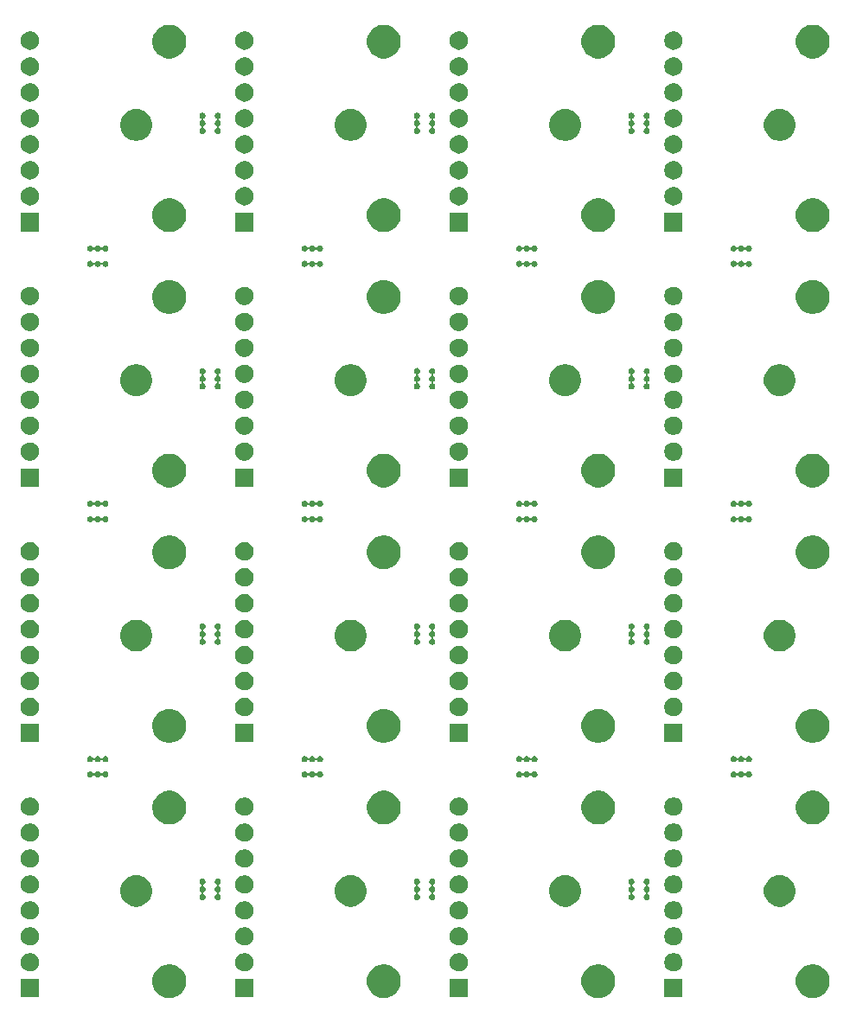
<source format=gbr>
G04 #@! TF.GenerationSoftware,KiCad,Pcbnew,(5.1.5-0-10_14)*
G04 #@! TF.CreationDate,2019-12-02T16:33:46+08:00*
G04 #@! TF.ProjectId,pa1010d-breakout-panelized,70613130-3130-4642-9d62-7265616b6f75,V1.0*
G04 #@! TF.SameCoordinates,Original*
G04 #@! TF.FileFunction,Soldermask,Bot*
G04 #@! TF.FilePolarity,Negative*
%FSLAX46Y46*%
G04 Gerber Fmt 4.6, Leading zero omitted, Abs format (unit mm)*
G04 Created by KiCad (PCBNEW (5.1.5-0-10_14)) date 2019-12-02 16:33:46*
%MOMM*%
%LPD*%
G04 APERTURE LIST*
%ADD10C,0.100000*%
G04 APERTURE END LIST*
D10*
G36*
X192375256Y-128391298D02*
G01*
X192481579Y-128412447D01*
X192782042Y-128536903D01*
X193052451Y-128717585D01*
X193282415Y-128947549D01*
X193463097Y-129217958D01*
X193463098Y-129217960D01*
X193587553Y-129518422D01*
X193638988Y-129777000D01*
X193651000Y-129837391D01*
X193651000Y-130162609D01*
X193587553Y-130481579D01*
X193463097Y-130782042D01*
X193282415Y-131052451D01*
X193052451Y-131282415D01*
X192782042Y-131463097D01*
X192481579Y-131587553D01*
X192375256Y-131608702D01*
X192162611Y-131651000D01*
X191837389Y-131651000D01*
X191624744Y-131608702D01*
X191518421Y-131587553D01*
X191217958Y-131463097D01*
X190947549Y-131282415D01*
X190717585Y-131052451D01*
X190536903Y-130782042D01*
X190412447Y-130481579D01*
X190349000Y-130162609D01*
X190349000Y-129837391D01*
X190361013Y-129777000D01*
X190412447Y-129518422D01*
X190536902Y-129217960D01*
X190536903Y-129217958D01*
X190717585Y-128947549D01*
X190947549Y-128717585D01*
X191217958Y-128536903D01*
X191518421Y-128412447D01*
X191624744Y-128391298D01*
X191837389Y-128349000D01*
X192162611Y-128349000D01*
X192375256Y-128391298D01*
G37*
G36*
X171375256Y-128391298D02*
G01*
X171481579Y-128412447D01*
X171782042Y-128536903D01*
X172052451Y-128717585D01*
X172282415Y-128947549D01*
X172463097Y-129217958D01*
X172463098Y-129217960D01*
X172587553Y-129518422D01*
X172638988Y-129777000D01*
X172651000Y-129837391D01*
X172651000Y-130162609D01*
X172587553Y-130481579D01*
X172463097Y-130782042D01*
X172282415Y-131052451D01*
X172052451Y-131282415D01*
X171782042Y-131463097D01*
X171481579Y-131587553D01*
X171375256Y-131608702D01*
X171162611Y-131651000D01*
X170837389Y-131651000D01*
X170624744Y-131608702D01*
X170518421Y-131587553D01*
X170217958Y-131463097D01*
X169947549Y-131282415D01*
X169717585Y-131052451D01*
X169536903Y-130782042D01*
X169412447Y-130481579D01*
X169349000Y-130162609D01*
X169349000Y-129837391D01*
X169361013Y-129777000D01*
X169412447Y-129518422D01*
X169536902Y-129217960D01*
X169536903Y-129217958D01*
X169717585Y-128947549D01*
X169947549Y-128717585D01*
X170217958Y-128536903D01*
X170518421Y-128412447D01*
X170624744Y-128391298D01*
X170837389Y-128349000D01*
X171162611Y-128349000D01*
X171375256Y-128391298D01*
G37*
G36*
X150375256Y-128391298D02*
G01*
X150481579Y-128412447D01*
X150782042Y-128536903D01*
X151052451Y-128717585D01*
X151282415Y-128947549D01*
X151463097Y-129217958D01*
X151463098Y-129217960D01*
X151587553Y-129518422D01*
X151638988Y-129777000D01*
X151651000Y-129837391D01*
X151651000Y-130162609D01*
X151587553Y-130481579D01*
X151463097Y-130782042D01*
X151282415Y-131052451D01*
X151052451Y-131282415D01*
X150782042Y-131463097D01*
X150481579Y-131587553D01*
X150375256Y-131608702D01*
X150162611Y-131651000D01*
X149837389Y-131651000D01*
X149624744Y-131608702D01*
X149518421Y-131587553D01*
X149217958Y-131463097D01*
X148947549Y-131282415D01*
X148717585Y-131052451D01*
X148536903Y-130782042D01*
X148412447Y-130481579D01*
X148349000Y-130162609D01*
X148349000Y-129837391D01*
X148361013Y-129777000D01*
X148412447Y-129518422D01*
X148536902Y-129217960D01*
X148536903Y-129217958D01*
X148717585Y-128947549D01*
X148947549Y-128717585D01*
X149217958Y-128536903D01*
X149518421Y-128412447D01*
X149624744Y-128391298D01*
X149837389Y-128349000D01*
X150162611Y-128349000D01*
X150375256Y-128391298D01*
G37*
G36*
X129375256Y-128391298D02*
G01*
X129481579Y-128412447D01*
X129782042Y-128536903D01*
X130052451Y-128717585D01*
X130282415Y-128947549D01*
X130463097Y-129217958D01*
X130463098Y-129217960D01*
X130587553Y-129518422D01*
X130638988Y-129777000D01*
X130651000Y-129837391D01*
X130651000Y-130162609D01*
X130587553Y-130481579D01*
X130463097Y-130782042D01*
X130282415Y-131052451D01*
X130052451Y-131282415D01*
X129782042Y-131463097D01*
X129481579Y-131587553D01*
X129375256Y-131608702D01*
X129162611Y-131651000D01*
X128837389Y-131651000D01*
X128624744Y-131608702D01*
X128518421Y-131587553D01*
X128217958Y-131463097D01*
X127947549Y-131282415D01*
X127717585Y-131052451D01*
X127536903Y-130782042D01*
X127412447Y-130481579D01*
X127349000Y-130162609D01*
X127349000Y-129837391D01*
X127361013Y-129777000D01*
X127412447Y-129518422D01*
X127536902Y-129217960D01*
X127536903Y-129217958D01*
X127717585Y-128947549D01*
X127947549Y-128717585D01*
X128217958Y-128536903D01*
X128518421Y-128412447D01*
X128624744Y-128391298D01*
X128837389Y-128349000D01*
X129162611Y-128349000D01*
X129375256Y-128391298D01*
G37*
G36*
X179261000Y-131579000D02*
G01*
X177459000Y-131579000D01*
X177459000Y-129777000D01*
X179261000Y-129777000D01*
X179261000Y-131579000D01*
G37*
G36*
X158261000Y-131579000D02*
G01*
X156459000Y-131579000D01*
X156459000Y-129777000D01*
X158261000Y-129777000D01*
X158261000Y-131579000D01*
G37*
G36*
X137261000Y-131579000D02*
G01*
X135459000Y-131579000D01*
X135459000Y-129777000D01*
X137261000Y-129777000D01*
X137261000Y-131579000D01*
G37*
G36*
X116261000Y-131579000D02*
G01*
X114459000Y-131579000D01*
X114459000Y-129777000D01*
X116261000Y-129777000D01*
X116261000Y-131579000D01*
G37*
G36*
X178473512Y-127241927D02*
G01*
X178622812Y-127271624D01*
X178786784Y-127339544D01*
X178934354Y-127438147D01*
X179059853Y-127563646D01*
X179158456Y-127711216D01*
X179226376Y-127875188D01*
X179261000Y-128049259D01*
X179261000Y-128226741D01*
X179226376Y-128400812D01*
X179158456Y-128564784D01*
X179059853Y-128712354D01*
X178934354Y-128837853D01*
X178786784Y-128936456D01*
X178622812Y-129004376D01*
X178473512Y-129034073D01*
X178448742Y-129039000D01*
X178271258Y-129039000D01*
X178246488Y-129034073D01*
X178097188Y-129004376D01*
X177933216Y-128936456D01*
X177785646Y-128837853D01*
X177660147Y-128712354D01*
X177561544Y-128564784D01*
X177493624Y-128400812D01*
X177459000Y-128226741D01*
X177459000Y-128049259D01*
X177493624Y-127875188D01*
X177561544Y-127711216D01*
X177660147Y-127563646D01*
X177785646Y-127438147D01*
X177933216Y-127339544D01*
X178097188Y-127271624D01*
X178246488Y-127241927D01*
X178271258Y-127237000D01*
X178448742Y-127237000D01*
X178473512Y-127241927D01*
G37*
G36*
X157473512Y-127241927D02*
G01*
X157622812Y-127271624D01*
X157786784Y-127339544D01*
X157934354Y-127438147D01*
X158059853Y-127563646D01*
X158158456Y-127711216D01*
X158226376Y-127875188D01*
X158261000Y-128049259D01*
X158261000Y-128226741D01*
X158226376Y-128400812D01*
X158158456Y-128564784D01*
X158059853Y-128712354D01*
X157934354Y-128837853D01*
X157786784Y-128936456D01*
X157622812Y-129004376D01*
X157473512Y-129034073D01*
X157448742Y-129039000D01*
X157271258Y-129039000D01*
X157246488Y-129034073D01*
X157097188Y-129004376D01*
X156933216Y-128936456D01*
X156785646Y-128837853D01*
X156660147Y-128712354D01*
X156561544Y-128564784D01*
X156493624Y-128400812D01*
X156459000Y-128226741D01*
X156459000Y-128049259D01*
X156493624Y-127875188D01*
X156561544Y-127711216D01*
X156660147Y-127563646D01*
X156785646Y-127438147D01*
X156933216Y-127339544D01*
X157097188Y-127271624D01*
X157246488Y-127241927D01*
X157271258Y-127237000D01*
X157448742Y-127237000D01*
X157473512Y-127241927D01*
G37*
G36*
X136473512Y-127241927D02*
G01*
X136622812Y-127271624D01*
X136786784Y-127339544D01*
X136934354Y-127438147D01*
X137059853Y-127563646D01*
X137158456Y-127711216D01*
X137226376Y-127875188D01*
X137261000Y-128049259D01*
X137261000Y-128226741D01*
X137226376Y-128400812D01*
X137158456Y-128564784D01*
X137059853Y-128712354D01*
X136934354Y-128837853D01*
X136786784Y-128936456D01*
X136622812Y-129004376D01*
X136473512Y-129034073D01*
X136448742Y-129039000D01*
X136271258Y-129039000D01*
X136246488Y-129034073D01*
X136097188Y-129004376D01*
X135933216Y-128936456D01*
X135785646Y-128837853D01*
X135660147Y-128712354D01*
X135561544Y-128564784D01*
X135493624Y-128400812D01*
X135459000Y-128226741D01*
X135459000Y-128049259D01*
X135493624Y-127875188D01*
X135561544Y-127711216D01*
X135660147Y-127563646D01*
X135785646Y-127438147D01*
X135933216Y-127339544D01*
X136097188Y-127271624D01*
X136246488Y-127241927D01*
X136271258Y-127237000D01*
X136448742Y-127237000D01*
X136473512Y-127241927D01*
G37*
G36*
X115473512Y-127241927D02*
G01*
X115622812Y-127271624D01*
X115786784Y-127339544D01*
X115934354Y-127438147D01*
X116059853Y-127563646D01*
X116158456Y-127711216D01*
X116226376Y-127875188D01*
X116261000Y-128049259D01*
X116261000Y-128226741D01*
X116226376Y-128400812D01*
X116158456Y-128564784D01*
X116059853Y-128712354D01*
X115934354Y-128837853D01*
X115786784Y-128936456D01*
X115622812Y-129004376D01*
X115473512Y-129034073D01*
X115448742Y-129039000D01*
X115271258Y-129039000D01*
X115246488Y-129034073D01*
X115097188Y-129004376D01*
X114933216Y-128936456D01*
X114785646Y-128837853D01*
X114660147Y-128712354D01*
X114561544Y-128564784D01*
X114493624Y-128400812D01*
X114459000Y-128226741D01*
X114459000Y-128049259D01*
X114493624Y-127875188D01*
X114561544Y-127711216D01*
X114660147Y-127563646D01*
X114785646Y-127438147D01*
X114933216Y-127339544D01*
X115097188Y-127271624D01*
X115246488Y-127241927D01*
X115271258Y-127237000D01*
X115448742Y-127237000D01*
X115473512Y-127241927D01*
G37*
G36*
X178473512Y-124701927D02*
G01*
X178622812Y-124731624D01*
X178786784Y-124799544D01*
X178934354Y-124898147D01*
X179059853Y-125023646D01*
X179158456Y-125171216D01*
X179226376Y-125335188D01*
X179261000Y-125509259D01*
X179261000Y-125686741D01*
X179226376Y-125860812D01*
X179158456Y-126024784D01*
X179059853Y-126172354D01*
X178934354Y-126297853D01*
X178786784Y-126396456D01*
X178622812Y-126464376D01*
X178473512Y-126494073D01*
X178448742Y-126499000D01*
X178271258Y-126499000D01*
X178246488Y-126494073D01*
X178097188Y-126464376D01*
X177933216Y-126396456D01*
X177785646Y-126297853D01*
X177660147Y-126172354D01*
X177561544Y-126024784D01*
X177493624Y-125860812D01*
X177459000Y-125686741D01*
X177459000Y-125509259D01*
X177493624Y-125335188D01*
X177561544Y-125171216D01*
X177660147Y-125023646D01*
X177785646Y-124898147D01*
X177933216Y-124799544D01*
X178097188Y-124731624D01*
X178246488Y-124701927D01*
X178271258Y-124697000D01*
X178448742Y-124697000D01*
X178473512Y-124701927D01*
G37*
G36*
X157473512Y-124701927D02*
G01*
X157622812Y-124731624D01*
X157786784Y-124799544D01*
X157934354Y-124898147D01*
X158059853Y-125023646D01*
X158158456Y-125171216D01*
X158226376Y-125335188D01*
X158261000Y-125509259D01*
X158261000Y-125686741D01*
X158226376Y-125860812D01*
X158158456Y-126024784D01*
X158059853Y-126172354D01*
X157934354Y-126297853D01*
X157786784Y-126396456D01*
X157622812Y-126464376D01*
X157473512Y-126494073D01*
X157448742Y-126499000D01*
X157271258Y-126499000D01*
X157246488Y-126494073D01*
X157097188Y-126464376D01*
X156933216Y-126396456D01*
X156785646Y-126297853D01*
X156660147Y-126172354D01*
X156561544Y-126024784D01*
X156493624Y-125860812D01*
X156459000Y-125686741D01*
X156459000Y-125509259D01*
X156493624Y-125335188D01*
X156561544Y-125171216D01*
X156660147Y-125023646D01*
X156785646Y-124898147D01*
X156933216Y-124799544D01*
X157097188Y-124731624D01*
X157246488Y-124701927D01*
X157271258Y-124697000D01*
X157448742Y-124697000D01*
X157473512Y-124701927D01*
G37*
G36*
X136473512Y-124701927D02*
G01*
X136622812Y-124731624D01*
X136786784Y-124799544D01*
X136934354Y-124898147D01*
X137059853Y-125023646D01*
X137158456Y-125171216D01*
X137226376Y-125335188D01*
X137261000Y-125509259D01*
X137261000Y-125686741D01*
X137226376Y-125860812D01*
X137158456Y-126024784D01*
X137059853Y-126172354D01*
X136934354Y-126297853D01*
X136786784Y-126396456D01*
X136622812Y-126464376D01*
X136473512Y-126494073D01*
X136448742Y-126499000D01*
X136271258Y-126499000D01*
X136246488Y-126494073D01*
X136097188Y-126464376D01*
X135933216Y-126396456D01*
X135785646Y-126297853D01*
X135660147Y-126172354D01*
X135561544Y-126024784D01*
X135493624Y-125860812D01*
X135459000Y-125686741D01*
X135459000Y-125509259D01*
X135493624Y-125335188D01*
X135561544Y-125171216D01*
X135660147Y-125023646D01*
X135785646Y-124898147D01*
X135933216Y-124799544D01*
X136097188Y-124731624D01*
X136246488Y-124701927D01*
X136271258Y-124697000D01*
X136448742Y-124697000D01*
X136473512Y-124701927D01*
G37*
G36*
X115473512Y-124701927D02*
G01*
X115622812Y-124731624D01*
X115786784Y-124799544D01*
X115934354Y-124898147D01*
X116059853Y-125023646D01*
X116158456Y-125171216D01*
X116226376Y-125335188D01*
X116261000Y-125509259D01*
X116261000Y-125686741D01*
X116226376Y-125860812D01*
X116158456Y-126024784D01*
X116059853Y-126172354D01*
X115934354Y-126297853D01*
X115786784Y-126396456D01*
X115622812Y-126464376D01*
X115473512Y-126494073D01*
X115448742Y-126499000D01*
X115271258Y-126499000D01*
X115246488Y-126494073D01*
X115097188Y-126464376D01*
X114933216Y-126396456D01*
X114785646Y-126297853D01*
X114660147Y-126172354D01*
X114561544Y-126024784D01*
X114493624Y-125860812D01*
X114459000Y-125686741D01*
X114459000Y-125509259D01*
X114493624Y-125335188D01*
X114561544Y-125171216D01*
X114660147Y-125023646D01*
X114785646Y-124898147D01*
X114933216Y-124799544D01*
X115097188Y-124731624D01*
X115246488Y-124701927D01*
X115271258Y-124697000D01*
X115448742Y-124697000D01*
X115473512Y-124701927D01*
G37*
G36*
X115473512Y-122161927D02*
G01*
X115622812Y-122191624D01*
X115786784Y-122259544D01*
X115934354Y-122358147D01*
X116059853Y-122483646D01*
X116158456Y-122631216D01*
X116226376Y-122795188D01*
X116261000Y-122969259D01*
X116261000Y-123146741D01*
X116226376Y-123320812D01*
X116158456Y-123484784D01*
X116059853Y-123632354D01*
X115934354Y-123757853D01*
X115786784Y-123856456D01*
X115622812Y-123924376D01*
X115473512Y-123954073D01*
X115448742Y-123959000D01*
X115271258Y-123959000D01*
X115246488Y-123954073D01*
X115097188Y-123924376D01*
X114933216Y-123856456D01*
X114785646Y-123757853D01*
X114660147Y-123632354D01*
X114561544Y-123484784D01*
X114493624Y-123320812D01*
X114459000Y-123146741D01*
X114459000Y-122969259D01*
X114493624Y-122795188D01*
X114561544Y-122631216D01*
X114660147Y-122483646D01*
X114785646Y-122358147D01*
X114933216Y-122259544D01*
X115097188Y-122191624D01*
X115246488Y-122161927D01*
X115271258Y-122157000D01*
X115448742Y-122157000D01*
X115473512Y-122161927D01*
G37*
G36*
X136473512Y-122161927D02*
G01*
X136622812Y-122191624D01*
X136786784Y-122259544D01*
X136934354Y-122358147D01*
X137059853Y-122483646D01*
X137158456Y-122631216D01*
X137226376Y-122795188D01*
X137261000Y-122969259D01*
X137261000Y-123146741D01*
X137226376Y-123320812D01*
X137158456Y-123484784D01*
X137059853Y-123632354D01*
X136934354Y-123757853D01*
X136786784Y-123856456D01*
X136622812Y-123924376D01*
X136473512Y-123954073D01*
X136448742Y-123959000D01*
X136271258Y-123959000D01*
X136246488Y-123954073D01*
X136097188Y-123924376D01*
X135933216Y-123856456D01*
X135785646Y-123757853D01*
X135660147Y-123632354D01*
X135561544Y-123484784D01*
X135493624Y-123320812D01*
X135459000Y-123146741D01*
X135459000Y-122969259D01*
X135493624Y-122795188D01*
X135561544Y-122631216D01*
X135660147Y-122483646D01*
X135785646Y-122358147D01*
X135933216Y-122259544D01*
X136097188Y-122191624D01*
X136246488Y-122161927D01*
X136271258Y-122157000D01*
X136448742Y-122157000D01*
X136473512Y-122161927D01*
G37*
G36*
X178473512Y-122161927D02*
G01*
X178622812Y-122191624D01*
X178786784Y-122259544D01*
X178934354Y-122358147D01*
X179059853Y-122483646D01*
X179158456Y-122631216D01*
X179226376Y-122795188D01*
X179261000Y-122969259D01*
X179261000Y-123146741D01*
X179226376Y-123320812D01*
X179158456Y-123484784D01*
X179059853Y-123632354D01*
X178934354Y-123757853D01*
X178786784Y-123856456D01*
X178622812Y-123924376D01*
X178473512Y-123954073D01*
X178448742Y-123959000D01*
X178271258Y-123959000D01*
X178246488Y-123954073D01*
X178097188Y-123924376D01*
X177933216Y-123856456D01*
X177785646Y-123757853D01*
X177660147Y-123632354D01*
X177561544Y-123484784D01*
X177493624Y-123320812D01*
X177459000Y-123146741D01*
X177459000Y-122969259D01*
X177493624Y-122795188D01*
X177561544Y-122631216D01*
X177660147Y-122483646D01*
X177785646Y-122358147D01*
X177933216Y-122259544D01*
X178097188Y-122191624D01*
X178246488Y-122161927D01*
X178271258Y-122157000D01*
X178448742Y-122157000D01*
X178473512Y-122161927D01*
G37*
G36*
X157473512Y-122161927D02*
G01*
X157622812Y-122191624D01*
X157786784Y-122259544D01*
X157934354Y-122358147D01*
X158059853Y-122483646D01*
X158158456Y-122631216D01*
X158226376Y-122795188D01*
X158261000Y-122969259D01*
X158261000Y-123146741D01*
X158226376Y-123320812D01*
X158158456Y-123484784D01*
X158059853Y-123632354D01*
X157934354Y-123757853D01*
X157786784Y-123856456D01*
X157622812Y-123924376D01*
X157473512Y-123954073D01*
X157448742Y-123959000D01*
X157271258Y-123959000D01*
X157246488Y-123954073D01*
X157097188Y-123924376D01*
X156933216Y-123856456D01*
X156785646Y-123757853D01*
X156660147Y-123632354D01*
X156561544Y-123484784D01*
X156493624Y-123320812D01*
X156459000Y-123146741D01*
X156459000Y-122969259D01*
X156493624Y-122795188D01*
X156561544Y-122631216D01*
X156660147Y-122483646D01*
X156785646Y-122358147D01*
X156933216Y-122259544D01*
X157097188Y-122191624D01*
X157246488Y-122161927D01*
X157271258Y-122157000D01*
X157448742Y-122157000D01*
X157473512Y-122161927D01*
G37*
G36*
X189076585Y-119631802D02*
G01*
X189226410Y-119661604D01*
X189508674Y-119778521D01*
X189762705Y-119948259D01*
X189978741Y-120164295D01*
X190148479Y-120418326D01*
X190265396Y-120700590D01*
X190271034Y-120728933D01*
X190325000Y-121000239D01*
X190325000Y-121305761D01*
X190320742Y-121327165D01*
X190265396Y-121605410D01*
X190148479Y-121887674D01*
X189978741Y-122141705D01*
X189762705Y-122357741D01*
X189508674Y-122527479D01*
X189226410Y-122644396D01*
X189076585Y-122674198D01*
X188926761Y-122704000D01*
X188621239Y-122704000D01*
X188471415Y-122674198D01*
X188321590Y-122644396D01*
X188039326Y-122527479D01*
X187785295Y-122357741D01*
X187569259Y-122141705D01*
X187399521Y-121887674D01*
X187282604Y-121605410D01*
X187227258Y-121327165D01*
X187223000Y-121305761D01*
X187223000Y-121000239D01*
X187276966Y-120728933D01*
X187282604Y-120700590D01*
X187399521Y-120418326D01*
X187569259Y-120164295D01*
X187785295Y-119948259D01*
X188039326Y-119778521D01*
X188321590Y-119661604D01*
X188471415Y-119631802D01*
X188621239Y-119602000D01*
X188926761Y-119602000D01*
X189076585Y-119631802D01*
G37*
G36*
X168076585Y-119631802D02*
G01*
X168226410Y-119661604D01*
X168508674Y-119778521D01*
X168762705Y-119948259D01*
X168978741Y-120164295D01*
X169148479Y-120418326D01*
X169265396Y-120700590D01*
X169271034Y-120728933D01*
X169325000Y-121000239D01*
X169325000Y-121305761D01*
X169320742Y-121327165D01*
X169265396Y-121605410D01*
X169148479Y-121887674D01*
X168978741Y-122141705D01*
X168762705Y-122357741D01*
X168508674Y-122527479D01*
X168226410Y-122644396D01*
X168076585Y-122674198D01*
X167926761Y-122704000D01*
X167621239Y-122704000D01*
X167471415Y-122674198D01*
X167321590Y-122644396D01*
X167039326Y-122527479D01*
X166785295Y-122357741D01*
X166569259Y-122141705D01*
X166399521Y-121887674D01*
X166282604Y-121605410D01*
X166227258Y-121327165D01*
X166223000Y-121305761D01*
X166223000Y-121000239D01*
X166276966Y-120728933D01*
X166282604Y-120700590D01*
X166399521Y-120418326D01*
X166569259Y-120164295D01*
X166785295Y-119948259D01*
X167039326Y-119778521D01*
X167321590Y-119661604D01*
X167471415Y-119631802D01*
X167621239Y-119602000D01*
X167926761Y-119602000D01*
X168076585Y-119631802D01*
G37*
G36*
X147076585Y-119631802D02*
G01*
X147226410Y-119661604D01*
X147508674Y-119778521D01*
X147762705Y-119948259D01*
X147978741Y-120164295D01*
X148148479Y-120418326D01*
X148265396Y-120700590D01*
X148271034Y-120728933D01*
X148325000Y-121000239D01*
X148325000Y-121305761D01*
X148320742Y-121327165D01*
X148265396Y-121605410D01*
X148148479Y-121887674D01*
X147978741Y-122141705D01*
X147762705Y-122357741D01*
X147508674Y-122527479D01*
X147226410Y-122644396D01*
X147076585Y-122674198D01*
X146926761Y-122704000D01*
X146621239Y-122704000D01*
X146471415Y-122674198D01*
X146321590Y-122644396D01*
X146039326Y-122527479D01*
X145785295Y-122357741D01*
X145569259Y-122141705D01*
X145399521Y-121887674D01*
X145282604Y-121605410D01*
X145227258Y-121327165D01*
X145223000Y-121305761D01*
X145223000Y-121000239D01*
X145276966Y-120728933D01*
X145282604Y-120700590D01*
X145399521Y-120418326D01*
X145569259Y-120164295D01*
X145785295Y-119948259D01*
X146039326Y-119778521D01*
X146321590Y-119661604D01*
X146471415Y-119631802D01*
X146621239Y-119602000D01*
X146926761Y-119602000D01*
X147076585Y-119631802D01*
G37*
G36*
X126076585Y-119631802D02*
G01*
X126226410Y-119661604D01*
X126508674Y-119778521D01*
X126762705Y-119948259D01*
X126978741Y-120164295D01*
X127148479Y-120418326D01*
X127265396Y-120700590D01*
X127271034Y-120728933D01*
X127325000Y-121000239D01*
X127325000Y-121305761D01*
X127320742Y-121327165D01*
X127265396Y-121605410D01*
X127148479Y-121887674D01*
X126978741Y-122141705D01*
X126762705Y-122357741D01*
X126508674Y-122527479D01*
X126226410Y-122644396D01*
X126076585Y-122674198D01*
X125926761Y-122704000D01*
X125621239Y-122704000D01*
X125471415Y-122674198D01*
X125321590Y-122644396D01*
X125039326Y-122527479D01*
X124785295Y-122357741D01*
X124569259Y-122141705D01*
X124399521Y-121887674D01*
X124282604Y-121605410D01*
X124227258Y-121327165D01*
X124223000Y-121305761D01*
X124223000Y-121000239D01*
X124276966Y-120728933D01*
X124282604Y-120700590D01*
X124399521Y-120418326D01*
X124569259Y-120164295D01*
X124785295Y-119948259D01*
X125039326Y-119778521D01*
X125321590Y-119661604D01*
X125471415Y-119631802D01*
X125621239Y-119602000D01*
X125926761Y-119602000D01*
X126076585Y-119631802D01*
G37*
G36*
X175837797Y-119960567D02*
G01*
X175892575Y-119983257D01*
X175892577Y-119983258D01*
X175941876Y-120016198D01*
X175983802Y-120058124D01*
X176005913Y-120091216D01*
X176016743Y-120107425D01*
X176039433Y-120162203D01*
X176051000Y-120220353D01*
X176051000Y-120279647D01*
X176039433Y-120337797D01*
X176016743Y-120392575D01*
X176016742Y-120392577D01*
X175983802Y-120441876D01*
X175941876Y-120483802D01*
X175892577Y-120516742D01*
X175886104Y-120521067D01*
X175867162Y-120536612D01*
X175851617Y-120555554D01*
X175840066Y-120577165D01*
X175832953Y-120600614D01*
X175830551Y-120625000D01*
X175832953Y-120649386D01*
X175840066Y-120672835D01*
X175851617Y-120694446D01*
X175867162Y-120713388D01*
X175886104Y-120728933D01*
X175892577Y-120733258D01*
X175941876Y-120766198D01*
X175983802Y-120808124D01*
X176016742Y-120857423D01*
X176016743Y-120857425D01*
X176039433Y-120912203D01*
X176051000Y-120970353D01*
X176051000Y-121029647D01*
X176039433Y-121087797D01*
X176037545Y-121092354D01*
X176016742Y-121142577D01*
X175983802Y-121191876D01*
X175941876Y-121233802D01*
X175892577Y-121266742D01*
X175886104Y-121271067D01*
X175867162Y-121286612D01*
X175851617Y-121305554D01*
X175840066Y-121327165D01*
X175832953Y-121350614D01*
X175830551Y-121375000D01*
X175832953Y-121399386D01*
X175840066Y-121422835D01*
X175851617Y-121444446D01*
X175867162Y-121463388D01*
X175886104Y-121478933D01*
X175892577Y-121483258D01*
X175941876Y-121516198D01*
X175983802Y-121558124D01*
X176015396Y-121605409D01*
X176016743Y-121607425D01*
X176039433Y-121662203D01*
X176051000Y-121720353D01*
X176051000Y-121779647D01*
X176039433Y-121837797D01*
X176018774Y-121887672D01*
X176016742Y-121892577D01*
X175983802Y-121941876D01*
X175941876Y-121983802D01*
X175892577Y-122016742D01*
X175892576Y-122016743D01*
X175892575Y-122016743D01*
X175837797Y-122039433D01*
X175779647Y-122051000D01*
X175720353Y-122051000D01*
X175662203Y-122039433D01*
X175607425Y-122016743D01*
X175607424Y-122016743D01*
X175607423Y-122016742D01*
X175558124Y-121983802D01*
X175516198Y-121941876D01*
X175483258Y-121892577D01*
X175481226Y-121887672D01*
X175460567Y-121837797D01*
X175449000Y-121779647D01*
X175449000Y-121720353D01*
X175460567Y-121662203D01*
X175483257Y-121607425D01*
X175484604Y-121605409D01*
X175516198Y-121558124D01*
X175558124Y-121516198D01*
X175607423Y-121483258D01*
X175613896Y-121478933D01*
X175632838Y-121463388D01*
X175648383Y-121444446D01*
X175659934Y-121422835D01*
X175667047Y-121399386D01*
X175669449Y-121375000D01*
X175667047Y-121350614D01*
X175659934Y-121327165D01*
X175648383Y-121305554D01*
X175632838Y-121286612D01*
X175613896Y-121271067D01*
X175607423Y-121266742D01*
X175558124Y-121233802D01*
X175516198Y-121191876D01*
X175483258Y-121142577D01*
X175462455Y-121092354D01*
X175460567Y-121087797D01*
X175449000Y-121029647D01*
X175449000Y-120970353D01*
X175460567Y-120912203D01*
X175483257Y-120857425D01*
X175483258Y-120857423D01*
X175516198Y-120808124D01*
X175558124Y-120766198D01*
X175607423Y-120733258D01*
X175613896Y-120728933D01*
X175632838Y-120713388D01*
X175648383Y-120694446D01*
X175659934Y-120672835D01*
X175667047Y-120649386D01*
X175669449Y-120625000D01*
X175667047Y-120600614D01*
X175659934Y-120577165D01*
X175648383Y-120555554D01*
X175632838Y-120536612D01*
X175613896Y-120521067D01*
X175607423Y-120516742D01*
X175558124Y-120483802D01*
X175516198Y-120441876D01*
X175483258Y-120392577D01*
X175483257Y-120392575D01*
X175460567Y-120337797D01*
X175449000Y-120279647D01*
X175449000Y-120220353D01*
X175460567Y-120162203D01*
X175483257Y-120107425D01*
X175494087Y-120091216D01*
X175516198Y-120058124D01*
X175558124Y-120016198D01*
X175607423Y-119983258D01*
X175607425Y-119983257D01*
X175662203Y-119960567D01*
X175720353Y-119949000D01*
X175779647Y-119949000D01*
X175837797Y-119960567D01*
G37*
G36*
X174337797Y-119960567D02*
G01*
X174392575Y-119983257D01*
X174392577Y-119983258D01*
X174441876Y-120016198D01*
X174483802Y-120058124D01*
X174505913Y-120091216D01*
X174516743Y-120107425D01*
X174539433Y-120162203D01*
X174551000Y-120220353D01*
X174551000Y-120279647D01*
X174539433Y-120337797D01*
X174516743Y-120392575D01*
X174516742Y-120392577D01*
X174483802Y-120441876D01*
X174441876Y-120483802D01*
X174392577Y-120516742D01*
X174386104Y-120521067D01*
X174367162Y-120536612D01*
X174351617Y-120555554D01*
X174340066Y-120577165D01*
X174332953Y-120600614D01*
X174330551Y-120625000D01*
X174332953Y-120649386D01*
X174340066Y-120672835D01*
X174351617Y-120694446D01*
X174367162Y-120713388D01*
X174386104Y-120728933D01*
X174392577Y-120733258D01*
X174441876Y-120766198D01*
X174483802Y-120808124D01*
X174516742Y-120857423D01*
X174516743Y-120857425D01*
X174539433Y-120912203D01*
X174551000Y-120970353D01*
X174551000Y-121029647D01*
X174539433Y-121087797D01*
X174537545Y-121092354D01*
X174516742Y-121142577D01*
X174483802Y-121191876D01*
X174441876Y-121233802D01*
X174392577Y-121266742D01*
X174386104Y-121271067D01*
X174367162Y-121286612D01*
X174351617Y-121305554D01*
X174340066Y-121327165D01*
X174332953Y-121350614D01*
X174330551Y-121375000D01*
X174332953Y-121399386D01*
X174340066Y-121422835D01*
X174351617Y-121444446D01*
X174367162Y-121463388D01*
X174386104Y-121478933D01*
X174392577Y-121483258D01*
X174441876Y-121516198D01*
X174483802Y-121558124D01*
X174515396Y-121605409D01*
X174516743Y-121607425D01*
X174539433Y-121662203D01*
X174551000Y-121720353D01*
X174551000Y-121779647D01*
X174539433Y-121837797D01*
X174518774Y-121887672D01*
X174516742Y-121892577D01*
X174483802Y-121941876D01*
X174441876Y-121983802D01*
X174392577Y-122016742D01*
X174392576Y-122016743D01*
X174392575Y-122016743D01*
X174337797Y-122039433D01*
X174279647Y-122051000D01*
X174220353Y-122051000D01*
X174162203Y-122039433D01*
X174107425Y-122016743D01*
X174107424Y-122016743D01*
X174107423Y-122016742D01*
X174058124Y-121983802D01*
X174016198Y-121941876D01*
X173983258Y-121892577D01*
X173981226Y-121887672D01*
X173960567Y-121837797D01*
X173949000Y-121779647D01*
X173949000Y-121720353D01*
X173960567Y-121662203D01*
X173983257Y-121607425D01*
X173984604Y-121605409D01*
X174016198Y-121558124D01*
X174058124Y-121516198D01*
X174107423Y-121483258D01*
X174113896Y-121478933D01*
X174132838Y-121463388D01*
X174148383Y-121444446D01*
X174159934Y-121422835D01*
X174167047Y-121399386D01*
X174169449Y-121375000D01*
X174167047Y-121350614D01*
X174159934Y-121327165D01*
X174148383Y-121305554D01*
X174132838Y-121286612D01*
X174113896Y-121271067D01*
X174107423Y-121266742D01*
X174058124Y-121233802D01*
X174016198Y-121191876D01*
X173983258Y-121142577D01*
X173962455Y-121092354D01*
X173960567Y-121087797D01*
X173949000Y-121029647D01*
X173949000Y-120970353D01*
X173960567Y-120912203D01*
X173983257Y-120857425D01*
X173983258Y-120857423D01*
X174016198Y-120808124D01*
X174058124Y-120766198D01*
X174107423Y-120733258D01*
X174113896Y-120728933D01*
X174132838Y-120713388D01*
X174148383Y-120694446D01*
X174159934Y-120672835D01*
X174167047Y-120649386D01*
X174169449Y-120625000D01*
X174167047Y-120600614D01*
X174159934Y-120577165D01*
X174148383Y-120555554D01*
X174132838Y-120536612D01*
X174113896Y-120521067D01*
X174107423Y-120516742D01*
X174058124Y-120483802D01*
X174016198Y-120441876D01*
X173983258Y-120392577D01*
X173983257Y-120392575D01*
X173960567Y-120337797D01*
X173949000Y-120279647D01*
X173949000Y-120220353D01*
X173960567Y-120162203D01*
X173983257Y-120107425D01*
X173994087Y-120091216D01*
X174016198Y-120058124D01*
X174058124Y-120016198D01*
X174107423Y-119983258D01*
X174107425Y-119983257D01*
X174162203Y-119960567D01*
X174220353Y-119949000D01*
X174279647Y-119949000D01*
X174337797Y-119960567D01*
G37*
G36*
X154837797Y-119960567D02*
G01*
X154892575Y-119983257D01*
X154892577Y-119983258D01*
X154941876Y-120016198D01*
X154983802Y-120058124D01*
X155005913Y-120091216D01*
X155016743Y-120107425D01*
X155039433Y-120162203D01*
X155051000Y-120220353D01*
X155051000Y-120279647D01*
X155039433Y-120337797D01*
X155016743Y-120392575D01*
X155016742Y-120392577D01*
X154983802Y-120441876D01*
X154941876Y-120483802D01*
X154892577Y-120516742D01*
X154886104Y-120521067D01*
X154867162Y-120536612D01*
X154851617Y-120555554D01*
X154840066Y-120577165D01*
X154832953Y-120600614D01*
X154830551Y-120625000D01*
X154832953Y-120649386D01*
X154840066Y-120672835D01*
X154851617Y-120694446D01*
X154867162Y-120713388D01*
X154886104Y-120728933D01*
X154892577Y-120733258D01*
X154941876Y-120766198D01*
X154983802Y-120808124D01*
X155016742Y-120857423D01*
X155016743Y-120857425D01*
X155039433Y-120912203D01*
X155051000Y-120970353D01*
X155051000Y-121029647D01*
X155039433Y-121087797D01*
X155037545Y-121092354D01*
X155016742Y-121142577D01*
X154983802Y-121191876D01*
X154941876Y-121233802D01*
X154892577Y-121266742D01*
X154886104Y-121271067D01*
X154867162Y-121286612D01*
X154851617Y-121305554D01*
X154840066Y-121327165D01*
X154832953Y-121350614D01*
X154830551Y-121375000D01*
X154832953Y-121399386D01*
X154840066Y-121422835D01*
X154851617Y-121444446D01*
X154867162Y-121463388D01*
X154886104Y-121478933D01*
X154892577Y-121483258D01*
X154941876Y-121516198D01*
X154983802Y-121558124D01*
X155015396Y-121605409D01*
X155016743Y-121607425D01*
X155039433Y-121662203D01*
X155051000Y-121720353D01*
X155051000Y-121779647D01*
X155039433Y-121837797D01*
X155018774Y-121887672D01*
X155016742Y-121892577D01*
X154983802Y-121941876D01*
X154941876Y-121983802D01*
X154892577Y-122016742D01*
X154892576Y-122016743D01*
X154892575Y-122016743D01*
X154837797Y-122039433D01*
X154779647Y-122051000D01*
X154720353Y-122051000D01*
X154662203Y-122039433D01*
X154607425Y-122016743D01*
X154607424Y-122016743D01*
X154607423Y-122016742D01*
X154558124Y-121983802D01*
X154516198Y-121941876D01*
X154483258Y-121892577D01*
X154481226Y-121887672D01*
X154460567Y-121837797D01*
X154449000Y-121779647D01*
X154449000Y-121720353D01*
X154460567Y-121662203D01*
X154483257Y-121607425D01*
X154484604Y-121605409D01*
X154516198Y-121558124D01*
X154558124Y-121516198D01*
X154607423Y-121483258D01*
X154613896Y-121478933D01*
X154632838Y-121463388D01*
X154648383Y-121444446D01*
X154659934Y-121422835D01*
X154667047Y-121399386D01*
X154669449Y-121375000D01*
X154667047Y-121350614D01*
X154659934Y-121327165D01*
X154648383Y-121305554D01*
X154632838Y-121286612D01*
X154613896Y-121271067D01*
X154607423Y-121266742D01*
X154558124Y-121233802D01*
X154516198Y-121191876D01*
X154483258Y-121142577D01*
X154462455Y-121092354D01*
X154460567Y-121087797D01*
X154449000Y-121029647D01*
X154449000Y-120970353D01*
X154460567Y-120912203D01*
X154483257Y-120857425D01*
X154483258Y-120857423D01*
X154516198Y-120808124D01*
X154558124Y-120766198D01*
X154607423Y-120733258D01*
X154613896Y-120728933D01*
X154632838Y-120713388D01*
X154648383Y-120694446D01*
X154659934Y-120672835D01*
X154667047Y-120649386D01*
X154669449Y-120625000D01*
X154667047Y-120600614D01*
X154659934Y-120577165D01*
X154648383Y-120555554D01*
X154632838Y-120536612D01*
X154613896Y-120521067D01*
X154607423Y-120516742D01*
X154558124Y-120483802D01*
X154516198Y-120441876D01*
X154483258Y-120392577D01*
X154483257Y-120392575D01*
X154460567Y-120337797D01*
X154449000Y-120279647D01*
X154449000Y-120220353D01*
X154460567Y-120162203D01*
X154483257Y-120107425D01*
X154494087Y-120091216D01*
X154516198Y-120058124D01*
X154558124Y-120016198D01*
X154607423Y-119983258D01*
X154607425Y-119983257D01*
X154662203Y-119960567D01*
X154720353Y-119949000D01*
X154779647Y-119949000D01*
X154837797Y-119960567D01*
G37*
G36*
X153337797Y-119960567D02*
G01*
X153392575Y-119983257D01*
X153392577Y-119983258D01*
X153441876Y-120016198D01*
X153483802Y-120058124D01*
X153505913Y-120091216D01*
X153516743Y-120107425D01*
X153539433Y-120162203D01*
X153551000Y-120220353D01*
X153551000Y-120279647D01*
X153539433Y-120337797D01*
X153516743Y-120392575D01*
X153516742Y-120392577D01*
X153483802Y-120441876D01*
X153441876Y-120483802D01*
X153392577Y-120516742D01*
X153386104Y-120521067D01*
X153367162Y-120536612D01*
X153351617Y-120555554D01*
X153340066Y-120577165D01*
X153332953Y-120600614D01*
X153330551Y-120625000D01*
X153332953Y-120649386D01*
X153340066Y-120672835D01*
X153351617Y-120694446D01*
X153367162Y-120713388D01*
X153386104Y-120728933D01*
X153392577Y-120733258D01*
X153441876Y-120766198D01*
X153483802Y-120808124D01*
X153516742Y-120857423D01*
X153516743Y-120857425D01*
X153539433Y-120912203D01*
X153551000Y-120970353D01*
X153551000Y-121029647D01*
X153539433Y-121087797D01*
X153537545Y-121092354D01*
X153516742Y-121142577D01*
X153483802Y-121191876D01*
X153441876Y-121233802D01*
X153392577Y-121266742D01*
X153386104Y-121271067D01*
X153367162Y-121286612D01*
X153351617Y-121305554D01*
X153340066Y-121327165D01*
X153332953Y-121350614D01*
X153330551Y-121375000D01*
X153332953Y-121399386D01*
X153340066Y-121422835D01*
X153351617Y-121444446D01*
X153367162Y-121463388D01*
X153386104Y-121478933D01*
X153392577Y-121483258D01*
X153441876Y-121516198D01*
X153483802Y-121558124D01*
X153515396Y-121605409D01*
X153516743Y-121607425D01*
X153539433Y-121662203D01*
X153551000Y-121720353D01*
X153551000Y-121779647D01*
X153539433Y-121837797D01*
X153518774Y-121887672D01*
X153516742Y-121892577D01*
X153483802Y-121941876D01*
X153441876Y-121983802D01*
X153392577Y-122016742D01*
X153392576Y-122016743D01*
X153392575Y-122016743D01*
X153337797Y-122039433D01*
X153279647Y-122051000D01*
X153220353Y-122051000D01*
X153162203Y-122039433D01*
X153107425Y-122016743D01*
X153107424Y-122016743D01*
X153107423Y-122016742D01*
X153058124Y-121983802D01*
X153016198Y-121941876D01*
X152983258Y-121892577D01*
X152981226Y-121887672D01*
X152960567Y-121837797D01*
X152949000Y-121779647D01*
X152949000Y-121720353D01*
X152960567Y-121662203D01*
X152983257Y-121607425D01*
X152984604Y-121605409D01*
X153016198Y-121558124D01*
X153058124Y-121516198D01*
X153107423Y-121483258D01*
X153113896Y-121478933D01*
X153132838Y-121463388D01*
X153148383Y-121444446D01*
X153159934Y-121422835D01*
X153167047Y-121399386D01*
X153169449Y-121375000D01*
X153167047Y-121350614D01*
X153159934Y-121327165D01*
X153148383Y-121305554D01*
X153132838Y-121286612D01*
X153113896Y-121271067D01*
X153107423Y-121266742D01*
X153058124Y-121233802D01*
X153016198Y-121191876D01*
X152983258Y-121142577D01*
X152962455Y-121092354D01*
X152960567Y-121087797D01*
X152949000Y-121029647D01*
X152949000Y-120970353D01*
X152960567Y-120912203D01*
X152983257Y-120857425D01*
X152983258Y-120857423D01*
X153016198Y-120808124D01*
X153058124Y-120766198D01*
X153107423Y-120733258D01*
X153113896Y-120728933D01*
X153132838Y-120713388D01*
X153148383Y-120694446D01*
X153159934Y-120672835D01*
X153167047Y-120649386D01*
X153169449Y-120625000D01*
X153167047Y-120600614D01*
X153159934Y-120577165D01*
X153148383Y-120555554D01*
X153132838Y-120536612D01*
X153113896Y-120521067D01*
X153107423Y-120516742D01*
X153058124Y-120483802D01*
X153016198Y-120441876D01*
X152983258Y-120392577D01*
X152983257Y-120392575D01*
X152960567Y-120337797D01*
X152949000Y-120279647D01*
X152949000Y-120220353D01*
X152960567Y-120162203D01*
X152983257Y-120107425D01*
X152994087Y-120091216D01*
X153016198Y-120058124D01*
X153058124Y-120016198D01*
X153107423Y-119983258D01*
X153107425Y-119983257D01*
X153162203Y-119960567D01*
X153220353Y-119949000D01*
X153279647Y-119949000D01*
X153337797Y-119960567D01*
G37*
G36*
X133837797Y-119960567D02*
G01*
X133892575Y-119983257D01*
X133892577Y-119983258D01*
X133941876Y-120016198D01*
X133983802Y-120058124D01*
X134005913Y-120091216D01*
X134016743Y-120107425D01*
X134039433Y-120162203D01*
X134051000Y-120220353D01*
X134051000Y-120279647D01*
X134039433Y-120337797D01*
X134016743Y-120392575D01*
X134016742Y-120392577D01*
X133983802Y-120441876D01*
X133941876Y-120483802D01*
X133892577Y-120516742D01*
X133886104Y-120521067D01*
X133867162Y-120536612D01*
X133851617Y-120555554D01*
X133840066Y-120577165D01*
X133832953Y-120600614D01*
X133830551Y-120625000D01*
X133832953Y-120649386D01*
X133840066Y-120672835D01*
X133851617Y-120694446D01*
X133867162Y-120713388D01*
X133886104Y-120728933D01*
X133892577Y-120733258D01*
X133941876Y-120766198D01*
X133983802Y-120808124D01*
X134016742Y-120857423D01*
X134016743Y-120857425D01*
X134039433Y-120912203D01*
X134051000Y-120970353D01*
X134051000Y-121029647D01*
X134039433Y-121087797D01*
X134037545Y-121092354D01*
X134016742Y-121142577D01*
X133983802Y-121191876D01*
X133941876Y-121233802D01*
X133892577Y-121266742D01*
X133886104Y-121271067D01*
X133867162Y-121286612D01*
X133851617Y-121305554D01*
X133840066Y-121327165D01*
X133832953Y-121350614D01*
X133830551Y-121375000D01*
X133832953Y-121399386D01*
X133840066Y-121422835D01*
X133851617Y-121444446D01*
X133867162Y-121463388D01*
X133886104Y-121478933D01*
X133892577Y-121483258D01*
X133941876Y-121516198D01*
X133983802Y-121558124D01*
X134015396Y-121605409D01*
X134016743Y-121607425D01*
X134039433Y-121662203D01*
X134051000Y-121720353D01*
X134051000Y-121779647D01*
X134039433Y-121837797D01*
X134018774Y-121887672D01*
X134016742Y-121892577D01*
X133983802Y-121941876D01*
X133941876Y-121983802D01*
X133892577Y-122016742D01*
X133892576Y-122016743D01*
X133892575Y-122016743D01*
X133837797Y-122039433D01*
X133779647Y-122051000D01*
X133720353Y-122051000D01*
X133662203Y-122039433D01*
X133607425Y-122016743D01*
X133607424Y-122016743D01*
X133607423Y-122016742D01*
X133558124Y-121983802D01*
X133516198Y-121941876D01*
X133483258Y-121892577D01*
X133481226Y-121887672D01*
X133460567Y-121837797D01*
X133449000Y-121779647D01*
X133449000Y-121720353D01*
X133460567Y-121662203D01*
X133483257Y-121607425D01*
X133484604Y-121605409D01*
X133516198Y-121558124D01*
X133558124Y-121516198D01*
X133607423Y-121483258D01*
X133613896Y-121478933D01*
X133632838Y-121463388D01*
X133648383Y-121444446D01*
X133659934Y-121422835D01*
X133667047Y-121399386D01*
X133669449Y-121375000D01*
X133667047Y-121350614D01*
X133659934Y-121327165D01*
X133648383Y-121305554D01*
X133632838Y-121286612D01*
X133613896Y-121271067D01*
X133607423Y-121266742D01*
X133558124Y-121233802D01*
X133516198Y-121191876D01*
X133483258Y-121142577D01*
X133462455Y-121092354D01*
X133460567Y-121087797D01*
X133449000Y-121029647D01*
X133449000Y-120970353D01*
X133460567Y-120912203D01*
X133483257Y-120857425D01*
X133483258Y-120857423D01*
X133516198Y-120808124D01*
X133558124Y-120766198D01*
X133607423Y-120733258D01*
X133613896Y-120728933D01*
X133632838Y-120713388D01*
X133648383Y-120694446D01*
X133659934Y-120672835D01*
X133667047Y-120649386D01*
X133669449Y-120625000D01*
X133667047Y-120600614D01*
X133659934Y-120577165D01*
X133648383Y-120555554D01*
X133632838Y-120536612D01*
X133613896Y-120521067D01*
X133607423Y-120516742D01*
X133558124Y-120483802D01*
X133516198Y-120441876D01*
X133483258Y-120392577D01*
X133483257Y-120392575D01*
X133460567Y-120337797D01*
X133449000Y-120279647D01*
X133449000Y-120220353D01*
X133460567Y-120162203D01*
X133483257Y-120107425D01*
X133494087Y-120091216D01*
X133516198Y-120058124D01*
X133558124Y-120016198D01*
X133607423Y-119983258D01*
X133607425Y-119983257D01*
X133662203Y-119960567D01*
X133720353Y-119949000D01*
X133779647Y-119949000D01*
X133837797Y-119960567D01*
G37*
G36*
X132337797Y-119960567D02*
G01*
X132392575Y-119983257D01*
X132392577Y-119983258D01*
X132441876Y-120016198D01*
X132483802Y-120058124D01*
X132505913Y-120091216D01*
X132516743Y-120107425D01*
X132539433Y-120162203D01*
X132551000Y-120220353D01*
X132551000Y-120279647D01*
X132539433Y-120337797D01*
X132516743Y-120392575D01*
X132516742Y-120392577D01*
X132483802Y-120441876D01*
X132441876Y-120483802D01*
X132392577Y-120516742D01*
X132386104Y-120521067D01*
X132367162Y-120536612D01*
X132351617Y-120555554D01*
X132340066Y-120577165D01*
X132332953Y-120600614D01*
X132330551Y-120625000D01*
X132332953Y-120649386D01*
X132340066Y-120672835D01*
X132351617Y-120694446D01*
X132367162Y-120713388D01*
X132386104Y-120728933D01*
X132392577Y-120733258D01*
X132441876Y-120766198D01*
X132483802Y-120808124D01*
X132516742Y-120857423D01*
X132516743Y-120857425D01*
X132539433Y-120912203D01*
X132551000Y-120970353D01*
X132551000Y-121029647D01*
X132539433Y-121087797D01*
X132537545Y-121092354D01*
X132516742Y-121142577D01*
X132483802Y-121191876D01*
X132441876Y-121233802D01*
X132392577Y-121266742D01*
X132386104Y-121271067D01*
X132367162Y-121286612D01*
X132351617Y-121305554D01*
X132340066Y-121327165D01*
X132332953Y-121350614D01*
X132330551Y-121375000D01*
X132332953Y-121399386D01*
X132340066Y-121422835D01*
X132351617Y-121444446D01*
X132367162Y-121463388D01*
X132386104Y-121478933D01*
X132392577Y-121483258D01*
X132441876Y-121516198D01*
X132483802Y-121558124D01*
X132515396Y-121605409D01*
X132516743Y-121607425D01*
X132539433Y-121662203D01*
X132551000Y-121720353D01*
X132551000Y-121779647D01*
X132539433Y-121837797D01*
X132518774Y-121887672D01*
X132516742Y-121892577D01*
X132483802Y-121941876D01*
X132441876Y-121983802D01*
X132392577Y-122016742D01*
X132392576Y-122016743D01*
X132392575Y-122016743D01*
X132337797Y-122039433D01*
X132279647Y-122051000D01*
X132220353Y-122051000D01*
X132162203Y-122039433D01*
X132107425Y-122016743D01*
X132107424Y-122016743D01*
X132107423Y-122016742D01*
X132058124Y-121983802D01*
X132016198Y-121941876D01*
X131983258Y-121892577D01*
X131981226Y-121887672D01*
X131960567Y-121837797D01*
X131949000Y-121779647D01*
X131949000Y-121720353D01*
X131960567Y-121662203D01*
X131983257Y-121607425D01*
X131984604Y-121605409D01*
X132016198Y-121558124D01*
X132058124Y-121516198D01*
X132107423Y-121483258D01*
X132113896Y-121478933D01*
X132132838Y-121463388D01*
X132148383Y-121444446D01*
X132159934Y-121422835D01*
X132167047Y-121399386D01*
X132169449Y-121375000D01*
X132167047Y-121350614D01*
X132159934Y-121327165D01*
X132148383Y-121305554D01*
X132132838Y-121286612D01*
X132113896Y-121271067D01*
X132107423Y-121266742D01*
X132058124Y-121233802D01*
X132016198Y-121191876D01*
X131983258Y-121142577D01*
X131962455Y-121092354D01*
X131960567Y-121087797D01*
X131949000Y-121029647D01*
X131949000Y-120970353D01*
X131960567Y-120912203D01*
X131983257Y-120857425D01*
X131983258Y-120857423D01*
X132016198Y-120808124D01*
X132058124Y-120766198D01*
X132107423Y-120733258D01*
X132113896Y-120728933D01*
X132132838Y-120713388D01*
X132148383Y-120694446D01*
X132159934Y-120672835D01*
X132167047Y-120649386D01*
X132169449Y-120625000D01*
X132167047Y-120600614D01*
X132159934Y-120577165D01*
X132148383Y-120555554D01*
X132132838Y-120536612D01*
X132113896Y-120521067D01*
X132107423Y-120516742D01*
X132058124Y-120483802D01*
X132016198Y-120441876D01*
X131983258Y-120392577D01*
X131983257Y-120392575D01*
X131960567Y-120337797D01*
X131949000Y-120279647D01*
X131949000Y-120220353D01*
X131960567Y-120162203D01*
X131983257Y-120107425D01*
X131994087Y-120091216D01*
X132016198Y-120058124D01*
X132058124Y-120016198D01*
X132107423Y-119983258D01*
X132107425Y-119983257D01*
X132162203Y-119960567D01*
X132220353Y-119949000D01*
X132279647Y-119949000D01*
X132337797Y-119960567D01*
G37*
G36*
X115473512Y-119621927D02*
G01*
X115622812Y-119651624D01*
X115786784Y-119719544D01*
X115934354Y-119818147D01*
X116059853Y-119943646D01*
X116158456Y-120091216D01*
X116226376Y-120255188D01*
X116261000Y-120429259D01*
X116261000Y-120606741D01*
X116226376Y-120780812D01*
X116158456Y-120944784D01*
X116059853Y-121092354D01*
X115934354Y-121217853D01*
X115786784Y-121316456D01*
X115622812Y-121384376D01*
X115473512Y-121414073D01*
X115448742Y-121419000D01*
X115271258Y-121419000D01*
X115246488Y-121414073D01*
X115097188Y-121384376D01*
X114933216Y-121316456D01*
X114785646Y-121217853D01*
X114660147Y-121092354D01*
X114561544Y-120944784D01*
X114493624Y-120780812D01*
X114459000Y-120606741D01*
X114459000Y-120429259D01*
X114493624Y-120255188D01*
X114561544Y-120091216D01*
X114660147Y-119943646D01*
X114785646Y-119818147D01*
X114933216Y-119719544D01*
X115097188Y-119651624D01*
X115246488Y-119621927D01*
X115271258Y-119617000D01*
X115448742Y-119617000D01*
X115473512Y-119621927D01*
G37*
G36*
X136473512Y-119621927D02*
G01*
X136622812Y-119651624D01*
X136786784Y-119719544D01*
X136934354Y-119818147D01*
X137059853Y-119943646D01*
X137158456Y-120091216D01*
X137226376Y-120255188D01*
X137261000Y-120429259D01*
X137261000Y-120606741D01*
X137226376Y-120780812D01*
X137158456Y-120944784D01*
X137059853Y-121092354D01*
X136934354Y-121217853D01*
X136786784Y-121316456D01*
X136622812Y-121384376D01*
X136473512Y-121414073D01*
X136448742Y-121419000D01*
X136271258Y-121419000D01*
X136246488Y-121414073D01*
X136097188Y-121384376D01*
X135933216Y-121316456D01*
X135785646Y-121217853D01*
X135660147Y-121092354D01*
X135561544Y-120944784D01*
X135493624Y-120780812D01*
X135459000Y-120606741D01*
X135459000Y-120429259D01*
X135493624Y-120255188D01*
X135561544Y-120091216D01*
X135660147Y-119943646D01*
X135785646Y-119818147D01*
X135933216Y-119719544D01*
X136097188Y-119651624D01*
X136246488Y-119621927D01*
X136271258Y-119617000D01*
X136448742Y-119617000D01*
X136473512Y-119621927D01*
G37*
G36*
X157473512Y-119621927D02*
G01*
X157622812Y-119651624D01*
X157786784Y-119719544D01*
X157934354Y-119818147D01*
X158059853Y-119943646D01*
X158158456Y-120091216D01*
X158226376Y-120255188D01*
X158261000Y-120429259D01*
X158261000Y-120606741D01*
X158226376Y-120780812D01*
X158158456Y-120944784D01*
X158059853Y-121092354D01*
X157934354Y-121217853D01*
X157786784Y-121316456D01*
X157622812Y-121384376D01*
X157473512Y-121414073D01*
X157448742Y-121419000D01*
X157271258Y-121419000D01*
X157246488Y-121414073D01*
X157097188Y-121384376D01*
X156933216Y-121316456D01*
X156785646Y-121217853D01*
X156660147Y-121092354D01*
X156561544Y-120944784D01*
X156493624Y-120780812D01*
X156459000Y-120606741D01*
X156459000Y-120429259D01*
X156493624Y-120255188D01*
X156561544Y-120091216D01*
X156660147Y-119943646D01*
X156785646Y-119818147D01*
X156933216Y-119719544D01*
X157097188Y-119651624D01*
X157246488Y-119621927D01*
X157271258Y-119617000D01*
X157448742Y-119617000D01*
X157473512Y-119621927D01*
G37*
G36*
X178473512Y-119621927D02*
G01*
X178622812Y-119651624D01*
X178786784Y-119719544D01*
X178934354Y-119818147D01*
X179059853Y-119943646D01*
X179158456Y-120091216D01*
X179226376Y-120255188D01*
X179261000Y-120429259D01*
X179261000Y-120606741D01*
X179226376Y-120780812D01*
X179158456Y-120944784D01*
X179059853Y-121092354D01*
X178934354Y-121217853D01*
X178786784Y-121316456D01*
X178622812Y-121384376D01*
X178473512Y-121414073D01*
X178448742Y-121419000D01*
X178271258Y-121419000D01*
X178246488Y-121414073D01*
X178097188Y-121384376D01*
X177933216Y-121316456D01*
X177785646Y-121217853D01*
X177660147Y-121092354D01*
X177561544Y-120944784D01*
X177493624Y-120780812D01*
X177459000Y-120606741D01*
X177459000Y-120429259D01*
X177493624Y-120255188D01*
X177561544Y-120091216D01*
X177660147Y-119943646D01*
X177785646Y-119818147D01*
X177933216Y-119719544D01*
X178097188Y-119651624D01*
X178246488Y-119621927D01*
X178271258Y-119617000D01*
X178448742Y-119617000D01*
X178473512Y-119621927D01*
G37*
G36*
X178473512Y-117081927D02*
G01*
X178622812Y-117111624D01*
X178786784Y-117179544D01*
X178934354Y-117278147D01*
X179059853Y-117403646D01*
X179158456Y-117551216D01*
X179226376Y-117715188D01*
X179261000Y-117889259D01*
X179261000Y-118066741D01*
X179226376Y-118240812D01*
X179158456Y-118404784D01*
X179059853Y-118552354D01*
X178934354Y-118677853D01*
X178786784Y-118776456D01*
X178622812Y-118844376D01*
X178473512Y-118874073D01*
X178448742Y-118879000D01*
X178271258Y-118879000D01*
X178246488Y-118874073D01*
X178097188Y-118844376D01*
X177933216Y-118776456D01*
X177785646Y-118677853D01*
X177660147Y-118552354D01*
X177561544Y-118404784D01*
X177493624Y-118240812D01*
X177459000Y-118066741D01*
X177459000Y-117889259D01*
X177493624Y-117715188D01*
X177561544Y-117551216D01*
X177660147Y-117403646D01*
X177785646Y-117278147D01*
X177933216Y-117179544D01*
X178097188Y-117111624D01*
X178246488Y-117081927D01*
X178271258Y-117077000D01*
X178448742Y-117077000D01*
X178473512Y-117081927D01*
G37*
G36*
X157473512Y-117081927D02*
G01*
X157622812Y-117111624D01*
X157786784Y-117179544D01*
X157934354Y-117278147D01*
X158059853Y-117403646D01*
X158158456Y-117551216D01*
X158226376Y-117715188D01*
X158261000Y-117889259D01*
X158261000Y-118066741D01*
X158226376Y-118240812D01*
X158158456Y-118404784D01*
X158059853Y-118552354D01*
X157934354Y-118677853D01*
X157786784Y-118776456D01*
X157622812Y-118844376D01*
X157473512Y-118874073D01*
X157448742Y-118879000D01*
X157271258Y-118879000D01*
X157246488Y-118874073D01*
X157097188Y-118844376D01*
X156933216Y-118776456D01*
X156785646Y-118677853D01*
X156660147Y-118552354D01*
X156561544Y-118404784D01*
X156493624Y-118240812D01*
X156459000Y-118066741D01*
X156459000Y-117889259D01*
X156493624Y-117715188D01*
X156561544Y-117551216D01*
X156660147Y-117403646D01*
X156785646Y-117278147D01*
X156933216Y-117179544D01*
X157097188Y-117111624D01*
X157246488Y-117081927D01*
X157271258Y-117077000D01*
X157448742Y-117077000D01*
X157473512Y-117081927D01*
G37*
G36*
X136473512Y-117081927D02*
G01*
X136622812Y-117111624D01*
X136786784Y-117179544D01*
X136934354Y-117278147D01*
X137059853Y-117403646D01*
X137158456Y-117551216D01*
X137226376Y-117715188D01*
X137261000Y-117889259D01*
X137261000Y-118066741D01*
X137226376Y-118240812D01*
X137158456Y-118404784D01*
X137059853Y-118552354D01*
X136934354Y-118677853D01*
X136786784Y-118776456D01*
X136622812Y-118844376D01*
X136473512Y-118874073D01*
X136448742Y-118879000D01*
X136271258Y-118879000D01*
X136246488Y-118874073D01*
X136097188Y-118844376D01*
X135933216Y-118776456D01*
X135785646Y-118677853D01*
X135660147Y-118552354D01*
X135561544Y-118404784D01*
X135493624Y-118240812D01*
X135459000Y-118066741D01*
X135459000Y-117889259D01*
X135493624Y-117715188D01*
X135561544Y-117551216D01*
X135660147Y-117403646D01*
X135785646Y-117278147D01*
X135933216Y-117179544D01*
X136097188Y-117111624D01*
X136246488Y-117081927D01*
X136271258Y-117077000D01*
X136448742Y-117077000D01*
X136473512Y-117081927D01*
G37*
G36*
X115473512Y-117081927D02*
G01*
X115622812Y-117111624D01*
X115786784Y-117179544D01*
X115934354Y-117278147D01*
X116059853Y-117403646D01*
X116158456Y-117551216D01*
X116226376Y-117715188D01*
X116261000Y-117889259D01*
X116261000Y-118066741D01*
X116226376Y-118240812D01*
X116158456Y-118404784D01*
X116059853Y-118552354D01*
X115934354Y-118677853D01*
X115786784Y-118776456D01*
X115622812Y-118844376D01*
X115473512Y-118874073D01*
X115448742Y-118879000D01*
X115271258Y-118879000D01*
X115246488Y-118874073D01*
X115097188Y-118844376D01*
X114933216Y-118776456D01*
X114785646Y-118677853D01*
X114660147Y-118552354D01*
X114561544Y-118404784D01*
X114493624Y-118240812D01*
X114459000Y-118066741D01*
X114459000Y-117889259D01*
X114493624Y-117715188D01*
X114561544Y-117551216D01*
X114660147Y-117403646D01*
X114785646Y-117278147D01*
X114933216Y-117179544D01*
X115097188Y-117111624D01*
X115246488Y-117081927D01*
X115271258Y-117077000D01*
X115448742Y-117077000D01*
X115473512Y-117081927D01*
G37*
G36*
X178473512Y-114541927D02*
G01*
X178622812Y-114571624D01*
X178786784Y-114639544D01*
X178934354Y-114738147D01*
X179059853Y-114863646D01*
X179158456Y-115011216D01*
X179226376Y-115175188D01*
X179261000Y-115349259D01*
X179261000Y-115526741D01*
X179226376Y-115700812D01*
X179158456Y-115864784D01*
X179059853Y-116012354D01*
X178934354Y-116137853D01*
X178786784Y-116236456D01*
X178622812Y-116304376D01*
X178473512Y-116334073D01*
X178448742Y-116339000D01*
X178271258Y-116339000D01*
X178246488Y-116334073D01*
X178097188Y-116304376D01*
X177933216Y-116236456D01*
X177785646Y-116137853D01*
X177660147Y-116012354D01*
X177561544Y-115864784D01*
X177493624Y-115700812D01*
X177459000Y-115526741D01*
X177459000Y-115349259D01*
X177493624Y-115175188D01*
X177561544Y-115011216D01*
X177660147Y-114863646D01*
X177785646Y-114738147D01*
X177933216Y-114639544D01*
X178097188Y-114571624D01*
X178246488Y-114541927D01*
X178271258Y-114537000D01*
X178448742Y-114537000D01*
X178473512Y-114541927D01*
G37*
G36*
X157473512Y-114541927D02*
G01*
X157622812Y-114571624D01*
X157786784Y-114639544D01*
X157934354Y-114738147D01*
X158059853Y-114863646D01*
X158158456Y-115011216D01*
X158226376Y-115175188D01*
X158261000Y-115349259D01*
X158261000Y-115526741D01*
X158226376Y-115700812D01*
X158158456Y-115864784D01*
X158059853Y-116012354D01*
X157934354Y-116137853D01*
X157786784Y-116236456D01*
X157622812Y-116304376D01*
X157473512Y-116334073D01*
X157448742Y-116339000D01*
X157271258Y-116339000D01*
X157246488Y-116334073D01*
X157097188Y-116304376D01*
X156933216Y-116236456D01*
X156785646Y-116137853D01*
X156660147Y-116012354D01*
X156561544Y-115864784D01*
X156493624Y-115700812D01*
X156459000Y-115526741D01*
X156459000Y-115349259D01*
X156493624Y-115175188D01*
X156561544Y-115011216D01*
X156660147Y-114863646D01*
X156785646Y-114738147D01*
X156933216Y-114639544D01*
X157097188Y-114571624D01*
X157246488Y-114541927D01*
X157271258Y-114537000D01*
X157448742Y-114537000D01*
X157473512Y-114541927D01*
G37*
G36*
X136473512Y-114541927D02*
G01*
X136622812Y-114571624D01*
X136786784Y-114639544D01*
X136934354Y-114738147D01*
X137059853Y-114863646D01*
X137158456Y-115011216D01*
X137226376Y-115175188D01*
X137261000Y-115349259D01*
X137261000Y-115526741D01*
X137226376Y-115700812D01*
X137158456Y-115864784D01*
X137059853Y-116012354D01*
X136934354Y-116137853D01*
X136786784Y-116236456D01*
X136622812Y-116304376D01*
X136473512Y-116334073D01*
X136448742Y-116339000D01*
X136271258Y-116339000D01*
X136246488Y-116334073D01*
X136097188Y-116304376D01*
X135933216Y-116236456D01*
X135785646Y-116137853D01*
X135660147Y-116012354D01*
X135561544Y-115864784D01*
X135493624Y-115700812D01*
X135459000Y-115526741D01*
X135459000Y-115349259D01*
X135493624Y-115175188D01*
X135561544Y-115011216D01*
X135660147Y-114863646D01*
X135785646Y-114738147D01*
X135933216Y-114639544D01*
X136097188Y-114571624D01*
X136246488Y-114541927D01*
X136271258Y-114537000D01*
X136448742Y-114537000D01*
X136473512Y-114541927D01*
G37*
G36*
X115473512Y-114541927D02*
G01*
X115622812Y-114571624D01*
X115786784Y-114639544D01*
X115934354Y-114738147D01*
X116059853Y-114863646D01*
X116158456Y-115011216D01*
X116226376Y-115175188D01*
X116261000Y-115349259D01*
X116261000Y-115526741D01*
X116226376Y-115700812D01*
X116158456Y-115864784D01*
X116059853Y-116012354D01*
X115934354Y-116137853D01*
X115786784Y-116236456D01*
X115622812Y-116304376D01*
X115473512Y-116334073D01*
X115448742Y-116339000D01*
X115271258Y-116339000D01*
X115246488Y-116334073D01*
X115097188Y-116304376D01*
X114933216Y-116236456D01*
X114785646Y-116137853D01*
X114660147Y-116012354D01*
X114561544Y-115864784D01*
X114493624Y-115700812D01*
X114459000Y-115526741D01*
X114459000Y-115349259D01*
X114493624Y-115175188D01*
X114561544Y-115011216D01*
X114660147Y-114863646D01*
X114785646Y-114738147D01*
X114933216Y-114639544D01*
X115097188Y-114571624D01*
X115246488Y-114541927D01*
X115271258Y-114537000D01*
X115448742Y-114537000D01*
X115473512Y-114541927D01*
G37*
G36*
X192375256Y-111391298D02*
G01*
X192481579Y-111412447D01*
X192782042Y-111536903D01*
X193052451Y-111717585D01*
X193282415Y-111947549D01*
X193449860Y-112198148D01*
X193463098Y-112217960D01*
X193587553Y-112518422D01*
X193651000Y-112837389D01*
X193651000Y-113162611D01*
X193608702Y-113375256D01*
X193587553Y-113481579D01*
X193463097Y-113782042D01*
X193282415Y-114052451D01*
X193052451Y-114282415D01*
X192782042Y-114463097D01*
X192481579Y-114587553D01*
X192375256Y-114608702D01*
X192162611Y-114651000D01*
X191837389Y-114651000D01*
X191624744Y-114608702D01*
X191518421Y-114587553D01*
X191217958Y-114463097D01*
X190947549Y-114282415D01*
X190717585Y-114052451D01*
X190536903Y-113782042D01*
X190412447Y-113481579D01*
X190391298Y-113375256D01*
X190349000Y-113162611D01*
X190349000Y-112837389D01*
X190412447Y-112518422D01*
X190536902Y-112217960D01*
X190550140Y-112198148D01*
X190717585Y-111947549D01*
X190947549Y-111717585D01*
X191217958Y-111536903D01*
X191518421Y-111412447D01*
X191624744Y-111391298D01*
X191837389Y-111349000D01*
X192162611Y-111349000D01*
X192375256Y-111391298D01*
G37*
G36*
X171375256Y-111391298D02*
G01*
X171481579Y-111412447D01*
X171782042Y-111536903D01*
X172052451Y-111717585D01*
X172282415Y-111947549D01*
X172449860Y-112198148D01*
X172463098Y-112217960D01*
X172587553Y-112518422D01*
X172651000Y-112837389D01*
X172651000Y-113162611D01*
X172608702Y-113375256D01*
X172587553Y-113481579D01*
X172463097Y-113782042D01*
X172282415Y-114052451D01*
X172052451Y-114282415D01*
X171782042Y-114463097D01*
X171481579Y-114587553D01*
X171375256Y-114608702D01*
X171162611Y-114651000D01*
X170837389Y-114651000D01*
X170624744Y-114608702D01*
X170518421Y-114587553D01*
X170217958Y-114463097D01*
X169947549Y-114282415D01*
X169717585Y-114052451D01*
X169536903Y-113782042D01*
X169412447Y-113481579D01*
X169391298Y-113375256D01*
X169349000Y-113162611D01*
X169349000Y-112837389D01*
X169412447Y-112518422D01*
X169536902Y-112217960D01*
X169550140Y-112198148D01*
X169717585Y-111947549D01*
X169947549Y-111717585D01*
X170217958Y-111536903D01*
X170518421Y-111412447D01*
X170624744Y-111391298D01*
X170837389Y-111349000D01*
X171162611Y-111349000D01*
X171375256Y-111391298D01*
G37*
G36*
X150375256Y-111391298D02*
G01*
X150481579Y-111412447D01*
X150782042Y-111536903D01*
X151052451Y-111717585D01*
X151282415Y-111947549D01*
X151449860Y-112198148D01*
X151463098Y-112217960D01*
X151587553Y-112518422D01*
X151651000Y-112837389D01*
X151651000Y-113162611D01*
X151608702Y-113375256D01*
X151587553Y-113481579D01*
X151463097Y-113782042D01*
X151282415Y-114052451D01*
X151052451Y-114282415D01*
X150782042Y-114463097D01*
X150481579Y-114587553D01*
X150375256Y-114608702D01*
X150162611Y-114651000D01*
X149837389Y-114651000D01*
X149624744Y-114608702D01*
X149518421Y-114587553D01*
X149217958Y-114463097D01*
X148947549Y-114282415D01*
X148717585Y-114052451D01*
X148536903Y-113782042D01*
X148412447Y-113481579D01*
X148391298Y-113375256D01*
X148349000Y-113162611D01*
X148349000Y-112837389D01*
X148412447Y-112518422D01*
X148536902Y-112217960D01*
X148550140Y-112198148D01*
X148717585Y-111947549D01*
X148947549Y-111717585D01*
X149217958Y-111536903D01*
X149518421Y-111412447D01*
X149624744Y-111391298D01*
X149837389Y-111349000D01*
X150162611Y-111349000D01*
X150375256Y-111391298D01*
G37*
G36*
X129375256Y-111391298D02*
G01*
X129481579Y-111412447D01*
X129782042Y-111536903D01*
X130052451Y-111717585D01*
X130282415Y-111947549D01*
X130449860Y-112198148D01*
X130463098Y-112217960D01*
X130587553Y-112518422D01*
X130651000Y-112837389D01*
X130651000Y-113162611D01*
X130608702Y-113375256D01*
X130587553Y-113481579D01*
X130463097Y-113782042D01*
X130282415Y-114052451D01*
X130052451Y-114282415D01*
X129782042Y-114463097D01*
X129481579Y-114587553D01*
X129375256Y-114608702D01*
X129162611Y-114651000D01*
X128837389Y-114651000D01*
X128624744Y-114608702D01*
X128518421Y-114587553D01*
X128217958Y-114463097D01*
X127947549Y-114282415D01*
X127717585Y-114052451D01*
X127536903Y-113782042D01*
X127412447Y-113481579D01*
X127391298Y-113375256D01*
X127349000Y-113162611D01*
X127349000Y-112837389D01*
X127412447Y-112518422D01*
X127536902Y-112217960D01*
X127550140Y-112198148D01*
X127717585Y-111947549D01*
X127947549Y-111717585D01*
X128217958Y-111536903D01*
X128518421Y-111412447D01*
X128624744Y-111391298D01*
X128837389Y-111349000D01*
X129162611Y-111349000D01*
X129375256Y-111391298D01*
G37*
G36*
X178473512Y-112001927D02*
G01*
X178622812Y-112031624D01*
X178786784Y-112099544D01*
X178934354Y-112198147D01*
X179059853Y-112323646D01*
X179158456Y-112471216D01*
X179226376Y-112635188D01*
X179261000Y-112809259D01*
X179261000Y-112986741D01*
X179226376Y-113160812D01*
X179158456Y-113324784D01*
X179059853Y-113472354D01*
X178934354Y-113597853D01*
X178786784Y-113696456D01*
X178622812Y-113764376D01*
X178473512Y-113794073D01*
X178448742Y-113799000D01*
X178271258Y-113799000D01*
X178246488Y-113794073D01*
X178097188Y-113764376D01*
X177933216Y-113696456D01*
X177785646Y-113597853D01*
X177660147Y-113472354D01*
X177561544Y-113324784D01*
X177493624Y-113160812D01*
X177459000Y-112986741D01*
X177459000Y-112809259D01*
X177493624Y-112635188D01*
X177561544Y-112471216D01*
X177660147Y-112323646D01*
X177785646Y-112198147D01*
X177933216Y-112099544D01*
X178097188Y-112031624D01*
X178246488Y-112001927D01*
X178271258Y-111997000D01*
X178448742Y-111997000D01*
X178473512Y-112001927D01*
G37*
G36*
X157473512Y-112001927D02*
G01*
X157622812Y-112031624D01*
X157786784Y-112099544D01*
X157934354Y-112198147D01*
X158059853Y-112323646D01*
X158158456Y-112471216D01*
X158226376Y-112635188D01*
X158261000Y-112809259D01*
X158261000Y-112986741D01*
X158226376Y-113160812D01*
X158158456Y-113324784D01*
X158059853Y-113472354D01*
X157934354Y-113597853D01*
X157786784Y-113696456D01*
X157622812Y-113764376D01*
X157473512Y-113794073D01*
X157448742Y-113799000D01*
X157271258Y-113799000D01*
X157246488Y-113794073D01*
X157097188Y-113764376D01*
X156933216Y-113696456D01*
X156785646Y-113597853D01*
X156660147Y-113472354D01*
X156561544Y-113324784D01*
X156493624Y-113160812D01*
X156459000Y-112986741D01*
X156459000Y-112809259D01*
X156493624Y-112635188D01*
X156561544Y-112471216D01*
X156660147Y-112323646D01*
X156785646Y-112198147D01*
X156933216Y-112099544D01*
X157097188Y-112031624D01*
X157246488Y-112001927D01*
X157271258Y-111997000D01*
X157448742Y-111997000D01*
X157473512Y-112001927D01*
G37*
G36*
X115473512Y-112001927D02*
G01*
X115622812Y-112031624D01*
X115786784Y-112099544D01*
X115934354Y-112198147D01*
X116059853Y-112323646D01*
X116158456Y-112471216D01*
X116226376Y-112635188D01*
X116261000Y-112809259D01*
X116261000Y-112986741D01*
X116226376Y-113160812D01*
X116158456Y-113324784D01*
X116059853Y-113472354D01*
X115934354Y-113597853D01*
X115786784Y-113696456D01*
X115622812Y-113764376D01*
X115473512Y-113794073D01*
X115448742Y-113799000D01*
X115271258Y-113799000D01*
X115246488Y-113794073D01*
X115097188Y-113764376D01*
X114933216Y-113696456D01*
X114785646Y-113597853D01*
X114660147Y-113472354D01*
X114561544Y-113324784D01*
X114493624Y-113160812D01*
X114459000Y-112986741D01*
X114459000Y-112809259D01*
X114493624Y-112635188D01*
X114561544Y-112471216D01*
X114660147Y-112323646D01*
X114785646Y-112198147D01*
X114933216Y-112099544D01*
X115097188Y-112031624D01*
X115246488Y-112001927D01*
X115271258Y-111997000D01*
X115448742Y-111997000D01*
X115473512Y-112001927D01*
G37*
G36*
X136473512Y-112001927D02*
G01*
X136622812Y-112031624D01*
X136786784Y-112099544D01*
X136934354Y-112198147D01*
X137059853Y-112323646D01*
X137158456Y-112471216D01*
X137226376Y-112635188D01*
X137261000Y-112809259D01*
X137261000Y-112986741D01*
X137226376Y-113160812D01*
X137158456Y-113324784D01*
X137059853Y-113472354D01*
X136934354Y-113597853D01*
X136786784Y-113696456D01*
X136622812Y-113764376D01*
X136473512Y-113794073D01*
X136448742Y-113799000D01*
X136271258Y-113799000D01*
X136246488Y-113794073D01*
X136097188Y-113764376D01*
X135933216Y-113696456D01*
X135785646Y-113597853D01*
X135660147Y-113472354D01*
X135561544Y-113324784D01*
X135493624Y-113160812D01*
X135459000Y-112986741D01*
X135459000Y-112809259D01*
X135493624Y-112635188D01*
X135561544Y-112471216D01*
X135660147Y-112323646D01*
X135785646Y-112198147D01*
X135933216Y-112099544D01*
X136097188Y-112031624D01*
X136246488Y-112001927D01*
X136271258Y-111997000D01*
X136448742Y-111997000D01*
X136473512Y-112001927D01*
G37*
G36*
X121337797Y-109460567D02*
G01*
X121392575Y-109483257D01*
X121392577Y-109483258D01*
X121441876Y-109516198D01*
X121483802Y-109558124D01*
X121516742Y-109607423D01*
X121521067Y-109613896D01*
X121536612Y-109632838D01*
X121555554Y-109648383D01*
X121577165Y-109659934D01*
X121600614Y-109667047D01*
X121625000Y-109669449D01*
X121649386Y-109667047D01*
X121672835Y-109659934D01*
X121694446Y-109648383D01*
X121713388Y-109632838D01*
X121728933Y-109613896D01*
X121733258Y-109607423D01*
X121766198Y-109558124D01*
X121808124Y-109516198D01*
X121857423Y-109483258D01*
X121857425Y-109483257D01*
X121912203Y-109460567D01*
X121970353Y-109449000D01*
X122029647Y-109449000D01*
X122087797Y-109460567D01*
X122142575Y-109483257D01*
X122142577Y-109483258D01*
X122191876Y-109516198D01*
X122233802Y-109558124D01*
X122266742Y-109607423D01*
X122271067Y-109613896D01*
X122286612Y-109632838D01*
X122305554Y-109648383D01*
X122327165Y-109659934D01*
X122350614Y-109667047D01*
X122375000Y-109669449D01*
X122399386Y-109667047D01*
X122422835Y-109659934D01*
X122444446Y-109648383D01*
X122463388Y-109632838D01*
X122478933Y-109613896D01*
X122483258Y-109607423D01*
X122516198Y-109558124D01*
X122558124Y-109516198D01*
X122607423Y-109483258D01*
X122607425Y-109483257D01*
X122662203Y-109460567D01*
X122720353Y-109449000D01*
X122779647Y-109449000D01*
X122837797Y-109460567D01*
X122892575Y-109483257D01*
X122892577Y-109483258D01*
X122941876Y-109516198D01*
X122983802Y-109558124D01*
X123016742Y-109607423D01*
X123016743Y-109607425D01*
X123039433Y-109662203D01*
X123051000Y-109720353D01*
X123051000Y-109779647D01*
X123039433Y-109837797D01*
X123019423Y-109886104D01*
X123016742Y-109892577D01*
X122983802Y-109941876D01*
X122941876Y-109983802D01*
X122892577Y-110016742D01*
X122892576Y-110016743D01*
X122892575Y-110016743D01*
X122837797Y-110039433D01*
X122779647Y-110051000D01*
X122720353Y-110051000D01*
X122662203Y-110039433D01*
X122607425Y-110016743D01*
X122607424Y-110016743D01*
X122607423Y-110016742D01*
X122558124Y-109983802D01*
X122516198Y-109941876D01*
X122483258Y-109892577D01*
X122483257Y-109892575D01*
X122478933Y-109886104D01*
X122463388Y-109867162D01*
X122444446Y-109851617D01*
X122422835Y-109840066D01*
X122399386Y-109832953D01*
X122375000Y-109830551D01*
X122350614Y-109832953D01*
X122327165Y-109840066D01*
X122305554Y-109851617D01*
X122286612Y-109867162D01*
X122271067Y-109886104D01*
X122266743Y-109892575D01*
X122266742Y-109892577D01*
X122233802Y-109941876D01*
X122191876Y-109983802D01*
X122142577Y-110016742D01*
X122142576Y-110016743D01*
X122142575Y-110016743D01*
X122087797Y-110039433D01*
X122029647Y-110051000D01*
X121970353Y-110051000D01*
X121912203Y-110039433D01*
X121857425Y-110016743D01*
X121857424Y-110016743D01*
X121857423Y-110016742D01*
X121808124Y-109983802D01*
X121766198Y-109941876D01*
X121733258Y-109892577D01*
X121733257Y-109892575D01*
X121728933Y-109886104D01*
X121713388Y-109867162D01*
X121694446Y-109851617D01*
X121672835Y-109840066D01*
X121649386Y-109832953D01*
X121625000Y-109830551D01*
X121600614Y-109832953D01*
X121577165Y-109840066D01*
X121555554Y-109851617D01*
X121536612Y-109867162D01*
X121521067Y-109886104D01*
X121516743Y-109892575D01*
X121516742Y-109892577D01*
X121483802Y-109941876D01*
X121441876Y-109983802D01*
X121392577Y-110016742D01*
X121392576Y-110016743D01*
X121392575Y-110016743D01*
X121337797Y-110039433D01*
X121279647Y-110051000D01*
X121220353Y-110051000D01*
X121162203Y-110039433D01*
X121107425Y-110016743D01*
X121107424Y-110016743D01*
X121107423Y-110016742D01*
X121058124Y-109983802D01*
X121016198Y-109941876D01*
X120983258Y-109892577D01*
X120980577Y-109886104D01*
X120960567Y-109837797D01*
X120949000Y-109779647D01*
X120949000Y-109720353D01*
X120960567Y-109662203D01*
X120983257Y-109607425D01*
X120983258Y-109607423D01*
X121016198Y-109558124D01*
X121058124Y-109516198D01*
X121107423Y-109483258D01*
X121107425Y-109483257D01*
X121162203Y-109460567D01*
X121220353Y-109449000D01*
X121279647Y-109449000D01*
X121337797Y-109460567D01*
G37*
G36*
X184337797Y-109460567D02*
G01*
X184392575Y-109483257D01*
X184392577Y-109483258D01*
X184441876Y-109516198D01*
X184483802Y-109558124D01*
X184516742Y-109607423D01*
X184521067Y-109613896D01*
X184536612Y-109632838D01*
X184555554Y-109648383D01*
X184577165Y-109659934D01*
X184600614Y-109667047D01*
X184625000Y-109669449D01*
X184649386Y-109667047D01*
X184672835Y-109659934D01*
X184694446Y-109648383D01*
X184713388Y-109632838D01*
X184728933Y-109613896D01*
X184733258Y-109607423D01*
X184766198Y-109558124D01*
X184808124Y-109516198D01*
X184857423Y-109483258D01*
X184857425Y-109483257D01*
X184912203Y-109460567D01*
X184970353Y-109449000D01*
X185029647Y-109449000D01*
X185087797Y-109460567D01*
X185142575Y-109483257D01*
X185142577Y-109483258D01*
X185191876Y-109516198D01*
X185233802Y-109558124D01*
X185266742Y-109607423D01*
X185271067Y-109613896D01*
X185286612Y-109632838D01*
X185305554Y-109648383D01*
X185327165Y-109659934D01*
X185350614Y-109667047D01*
X185375000Y-109669449D01*
X185399386Y-109667047D01*
X185422835Y-109659934D01*
X185444446Y-109648383D01*
X185463388Y-109632838D01*
X185478933Y-109613896D01*
X185483258Y-109607423D01*
X185516198Y-109558124D01*
X185558124Y-109516198D01*
X185607423Y-109483258D01*
X185607425Y-109483257D01*
X185662203Y-109460567D01*
X185720353Y-109449000D01*
X185779647Y-109449000D01*
X185837797Y-109460567D01*
X185892575Y-109483257D01*
X185892577Y-109483258D01*
X185941876Y-109516198D01*
X185983802Y-109558124D01*
X186016742Y-109607423D01*
X186016743Y-109607425D01*
X186039433Y-109662203D01*
X186051000Y-109720353D01*
X186051000Y-109779647D01*
X186039433Y-109837797D01*
X186019423Y-109886104D01*
X186016742Y-109892577D01*
X185983802Y-109941876D01*
X185941876Y-109983802D01*
X185892577Y-110016742D01*
X185892576Y-110016743D01*
X185892575Y-110016743D01*
X185837797Y-110039433D01*
X185779647Y-110051000D01*
X185720353Y-110051000D01*
X185662203Y-110039433D01*
X185607425Y-110016743D01*
X185607424Y-110016743D01*
X185607423Y-110016742D01*
X185558124Y-109983802D01*
X185516198Y-109941876D01*
X185483258Y-109892577D01*
X185483257Y-109892575D01*
X185478933Y-109886104D01*
X185463388Y-109867162D01*
X185444446Y-109851617D01*
X185422835Y-109840066D01*
X185399386Y-109832953D01*
X185375000Y-109830551D01*
X185350614Y-109832953D01*
X185327165Y-109840066D01*
X185305554Y-109851617D01*
X185286612Y-109867162D01*
X185271067Y-109886104D01*
X185266743Y-109892575D01*
X185266742Y-109892577D01*
X185233802Y-109941876D01*
X185191876Y-109983802D01*
X185142577Y-110016742D01*
X185142576Y-110016743D01*
X185142575Y-110016743D01*
X185087797Y-110039433D01*
X185029647Y-110051000D01*
X184970353Y-110051000D01*
X184912203Y-110039433D01*
X184857425Y-110016743D01*
X184857424Y-110016743D01*
X184857423Y-110016742D01*
X184808124Y-109983802D01*
X184766198Y-109941876D01*
X184733258Y-109892577D01*
X184733257Y-109892575D01*
X184728933Y-109886104D01*
X184713388Y-109867162D01*
X184694446Y-109851617D01*
X184672835Y-109840066D01*
X184649386Y-109832953D01*
X184625000Y-109830551D01*
X184600614Y-109832953D01*
X184577165Y-109840066D01*
X184555554Y-109851617D01*
X184536612Y-109867162D01*
X184521067Y-109886104D01*
X184516743Y-109892575D01*
X184516742Y-109892577D01*
X184483802Y-109941876D01*
X184441876Y-109983802D01*
X184392577Y-110016742D01*
X184392576Y-110016743D01*
X184392575Y-110016743D01*
X184337797Y-110039433D01*
X184279647Y-110051000D01*
X184220353Y-110051000D01*
X184162203Y-110039433D01*
X184107425Y-110016743D01*
X184107424Y-110016743D01*
X184107423Y-110016742D01*
X184058124Y-109983802D01*
X184016198Y-109941876D01*
X183983258Y-109892577D01*
X183980577Y-109886104D01*
X183960567Y-109837797D01*
X183949000Y-109779647D01*
X183949000Y-109720353D01*
X183960567Y-109662203D01*
X183983257Y-109607425D01*
X183983258Y-109607423D01*
X184016198Y-109558124D01*
X184058124Y-109516198D01*
X184107423Y-109483258D01*
X184107425Y-109483257D01*
X184162203Y-109460567D01*
X184220353Y-109449000D01*
X184279647Y-109449000D01*
X184337797Y-109460567D01*
G37*
G36*
X163337797Y-109460567D02*
G01*
X163392575Y-109483257D01*
X163392577Y-109483258D01*
X163441876Y-109516198D01*
X163483802Y-109558124D01*
X163516742Y-109607423D01*
X163521067Y-109613896D01*
X163536612Y-109632838D01*
X163555554Y-109648383D01*
X163577165Y-109659934D01*
X163600614Y-109667047D01*
X163625000Y-109669449D01*
X163649386Y-109667047D01*
X163672835Y-109659934D01*
X163694446Y-109648383D01*
X163713388Y-109632838D01*
X163728933Y-109613896D01*
X163733258Y-109607423D01*
X163766198Y-109558124D01*
X163808124Y-109516198D01*
X163857423Y-109483258D01*
X163857425Y-109483257D01*
X163912203Y-109460567D01*
X163970353Y-109449000D01*
X164029647Y-109449000D01*
X164087797Y-109460567D01*
X164142575Y-109483257D01*
X164142577Y-109483258D01*
X164191876Y-109516198D01*
X164233802Y-109558124D01*
X164266742Y-109607423D01*
X164271067Y-109613896D01*
X164286612Y-109632838D01*
X164305554Y-109648383D01*
X164327165Y-109659934D01*
X164350614Y-109667047D01*
X164375000Y-109669449D01*
X164399386Y-109667047D01*
X164422835Y-109659934D01*
X164444446Y-109648383D01*
X164463388Y-109632838D01*
X164478933Y-109613896D01*
X164483258Y-109607423D01*
X164516198Y-109558124D01*
X164558124Y-109516198D01*
X164607423Y-109483258D01*
X164607425Y-109483257D01*
X164662203Y-109460567D01*
X164720353Y-109449000D01*
X164779647Y-109449000D01*
X164837797Y-109460567D01*
X164892575Y-109483257D01*
X164892577Y-109483258D01*
X164941876Y-109516198D01*
X164983802Y-109558124D01*
X165016742Y-109607423D01*
X165016743Y-109607425D01*
X165039433Y-109662203D01*
X165051000Y-109720353D01*
X165051000Y-109779647D01*
X165039433Y-109837797D01*
X165019423Y-109886104D01*
X165016742Y-109892577D01*
X164983802Y-109941876D01*
X164941876Y-109983802D01*
X164892577Y-110016742D01*
X164892576Y-110016743D01*
X164892575Y-110016743D01*
X164837797Y-110039433D01*
X164779647Y-110051000D01*
X164720353Y-110051000D01*
X164662203Y-110039433D01*
X164607425Y-110016743D01*
X164607424Y-110016743D01*
X164607423Y-110016742D01*
X164558124Y-109983802D01*
X164516198Y-109941876D01*
X164483258Y-109892577D01*
X164483257Y-109892575D01*
X164478933Y-109886104D01*
X164463388Y-109867162D01*
X164444446Y-109851617D01*
X164422835Y-109840066D01*
X164399386Y-109832953D01*
X164375000Y-109830551D01*
X164350614Y-109832953D01*
X164327165Y-109840066D01*
X164305554Y-109851617D01*
X164286612Y-109867162D01*
X164271067Y-109886104D01*
X164266743Y-109892575D01*
X164266742Y-109892577D01*
X164233802Y-109941876D01*
X164191876Y-109983802D01*
X164142577Y-110016742D01*
X164142576Y-110016743D01*
X164142575Y-110016743D01*
X164087797Y-110039433D01*
X164029647Y-110051000D01*
X163970353Y-110051000D01*
X163912203Y-110039433D01*
X163857425Y-110016743D01*
X163857424Y-110016743D01*
X163857423Y-110016742D01*
X163808124Y-109983802D01*
X163766198Y-109941876D01*
X163733258Y-109892577D01*
X163733257Y-109892575D01*
X163728933Y-109886104D01*
X163713388Y-109867162D01*
X163694446Y-109851617D01*
X163672835Y-109840066D01*
X163649386Y-109832953D01*
X163625000Y-109830551D01*
X163600614Y-109832953D01*
X163577165Y-109840066D01*
X163555554Y-109851617D01*
X163536612Y-109867162D01*
X163521067Y-109886104D01*
X163516743Y-109892575D01*
X163516742Y-109892577D01*
X163483802Y-109941876D01*
X163441876Y-109983802D01*
X163392577Y-110016742D01*
X163392576Y-110016743D01*
X163392575Y-110016743D01*
X163337797Y-110039433D01*
X163279647Y-110051000D01*
X163220353Y-110051000D01*
X163162203Y-110039433D01*
X163107425Y-110016743D01*
X163107424Y-110016743D01*
X163107423Y-110016742D01*
X163058124Y-109983802D01*
X163016198Y-109941876D01*
X162983258Y-109892577D01*
X162980577Y-109886104D01*
X162960567Y-109837797D01*
X162949000Y-109779647D01*
X162949000Y-109720353D01*
X162960567Y-109662203D01*
X162983257Y-109607425D01*
X162983258Y-109607423D01*
X163016198Y-109558124D01*
X163058124Y-109516198D01*
X163107423Y-109483258D01*
X163107425Y-109483257D01*
X163162203Y-109460567D01*
X163220353Y-109449000D01*
X163279647Y-109449000D01*
X163337797Y-109460567D01*
G37*
G36*
X142337797Y-109460567D02*
G01*
X142392575Y-109483257D01*
X142392577Y-109483258D01*
X142441876Y-109516198D01*
X142483802Y-109558124D01*
X142516742Y-109607423D01*
X142521067Y-109613896D01*
X142536612Y-109632838D01*
X142555554Y-109648383D01*
X142577165Y-109659934D01*
X142600614Y-109667047D01*
X142625000Y-109669449D01*
X142649386Y-109667047D01*
X142672835Y-109659934D01*
X142694446Y-109648383D01*
X142713388Y-109632838D01*
X142728933Y-109613896D01*
X142733258Y-109607423D01*
X142766198Y-109558124D01*
X142808124Y-109516198D01*
X142857423Y-109483258D01*
X142857425Y-109483257D01*
X142912203Y-109460567D01*
X142970353Y-109449000D01*
X143029647Y-109449000D01*
X143087797Y-109460567D01*
X143142575Y-109483257D01*
X143142577Y-109483258D01*
X143191876Y-109516198D01*
X143233802Y-109558124D01*
X143266742Y-109607423D01*
X143271067Y-109613896D01*
X143286612Y-109632838D01*
X143305554Y-109648383D01*
X143327165Y-109659934D01*
X143350614Y-109667047D01*
X143375000Y-109669449D01*
X143399386Y-109667047D01*
X143422835Y-109659934D01*
X143444446Y-109648383D01*
X143463388Y-109632838D01*
X143478933Y-109613896D01*
X143483258Y-109607423D01*
X143516198Y-109558124D01*
X143558124Y-109516198D01*
X143607423Y-109483258D01*
X143607425Y-109483257D01*
X143662203Y-109460567D01*
X143720353Y-109449000D01*
X143779647Y-109449000D01*
X143837797Y-109460567D01*
X143892575Y-109483257D01*
X143892577Y-109483258D01*
X143941876Y-109516198D01*
X143983802Y-109558124D01*
X144016742Y-109607423D01*
X144016743Y-109607425D01*
X144039433Y-109662203D01*
X144051000Y-109720353D01*
X144051000Y-109779647D01*
X144039433Y-109837797D01*
X144019423Y-109886104D01*
X144016742Y-109892577D01*
X143983802Y-109941876D01*
X143941876Y-109983802D01*
X143892577Y-110016742D01*
X143892576Y-110016743D01*
X143892575Y-110016743D01*
X143837797Y-110039433D01*
X143779647Y-110051000D01*
X143720353Y-110051000D01*
X143662203Y-110039433D01*
X143607425Y-110016743D01*
X143607424Y-110016743D01*
X143607423Y-110016742D01*
X143558124Y-109983802D01*
X143516198Y-109941876D01*
X143483258Y-109892577D01*
X143483257Y-109892575D01*
X143478933Y-109886104D01*
X143463388Y-109867162D01*
X143444446Y-109851617D01*
X143422835Y-109840066D01*
X143399386Y-109832953D01*
X143375000Y-109830551D01*
X143350614Y-109832953D01*
X143327165Y-109840066D01*
X143305554Y-109851617D01*
X143286612Y-109867162D01*
X143271067Y-109886104D01*
X143266743Y-109892575D01*
X143266742Y-109892577D01*
X143233802Y-109941876D01*
X143191876Y-109983802D01*
X143142577Y-110016742D01*
X143142576Y-110016743D01*
X143142575Y-110016743D01*
X143087797Y-110039433D01*
X143029647Y-110051000D01*
X142970353Y-110051000D01*
X142912203Y-110039433D01*
X142857425Y-110016743D01*
X142857424Y-110016743D01*
X142857423Y-110016742D01*
X142808124Y-109983802D01*
X142766198Y-109941876D01*
X142733258Y-109892577D01*
X142733257Y-109892575D01*
X142728933Y-109886104D01*
X142713388Y-109867162D01*
X142694446Y-109851617D01*
X142672835Y-109840066D01*
X142649386Y-109832953D01*
X142625000Y-109830551D01*
X142600614Y-109832953D01*
X142577165Y-109840066D01*
X142555554Y-109851617D01*
X142536612Y-109867162D01*
X142521067Y-109886104D01*
X142516743Y-109892575D01*
X142516742Y-109892577D01*
X142483802Y-109941876D01*
X142441876Y-109983802D01*
X142392577Y-110016742D01*
X142392576Y-110016743D01*
X142392575Y-110016743D01*
X142337797Y-110039433D01*
X142279647Y-110051000D01*
X142220353Y-110051000D01*
X142162203Y-110039433D01*
X142107425Y-110016743D01*
X142107424Y-110016743D01*
X142107423Y-110016742D01*
X142058124Y-109983802D01*
X142016198Y-109941876D01*
X141983258Y-109892577D01*
X141980577Y-109886104D01*
X141960567Y-109837797D01*
X141949000Y-109779647D01*
X141949000Y-109720353D01*
X141960567Y-109662203D01*
X141983257Y-109607425D01*
X141983258Y-109607423D01*
X142016198Y-109558124D01*
X142058124Y-109516198D01*
X142107423Y-109483258D01*
X142107425Y-109483257D01*
X142162203Y-109460567D01*
X142220353Y-109449000D01*
X142279647Y-109449000D01*
X142337797Y-109460567D01*
G37*
G36*
X142337797Y-107960567D02*
G01*
X142392575Y-107983257D01*
X142392577Y-107983258D01*
X142441876Y-108016198D01*
X142483802Y-108058124D01*
X142516742Y-108107423D01*
X142521067Y-108113896D01*
X142536612Y-108132838D01*
X142555554Y-108148383D01*
X142577165Y-108159934D01*
X142600614Y-108167047D01*
X142625000Y-108169449D01*
X142649386Y-108167047D01*
X142672835Y-108159934D01*
X142694446Y-108148383D01*
X142713388Y-108132838D01*
X142728933Y-108113896D01*
X142733258Y-108107423D01*
X142766198Y-108058124D01*
X142808124Y-108016198D01*
X142857423Y-107983258D01*
X142857425Y-107983257D01*
X142912203Y-107960567D01*
X142970353Y-107949000D01*
X143029647Y-107949000D01*
X143087797Y-107960567D01*
X143142575Y-107983257D01*
X143142577Y-107983258D01*
X143191876Y-108016198D01*
X143233802Y-108058124D01*
X143266742Y-108107423D01*
X143271067Y-108113896D01*
X143286612Y-108132838D01*
X143305554Y-108148383D01*
X143327165Y-108159934D01*
X143350614Y-108167047D01*
X143375000Y-108169449D01*
X143399386Y-108167047D01*
X143422835Y-108159934D01*
X143444446Y-108148383D01*
X143463388Y-108132838D01*
X143478933Y-108113896D01*
X143483258Y-108107423D01*
X143516198Y-108058124D01*
X143558124Y-108016198D01*
X143607423Y-107983258D01*
X143607425Y-107983257D01*
X143662203Y-107960567D01*
X143720353Y-107949000D01*
X143779647Y-107949000D01*
X143837797Y-107960567D01*
X143892575Y-107983257D01*
X143892577Y-107983258D01*
X143941876Y-108016198D01*
X143983802Y-108058124D01*
X144016742Y-108107423D01*
X144016743Y-108107425D01*
X144039433Y-108162203D01*
X144051000Y-108220353D01*
X144051000Y-108279647D01*
X144039433Y-108337797D01*
X144019423Y-108386104D01*
X144016742Y-108392577D01*
X143983802Y-108441876D01*
X143941876Y-108483802D01*
X143892577Y-108516742D01*
X143892576Y-108516743D01*
X143892575Y-108516743D01*
X143837797Y-108539433D01*
X143779647Y-108551000D01*
X143720353Y-108551000D01*
X143662203Y-108539433D01*
X143607425Y-108516743D01*
X143607424Y-108516743D01*
X143607423Y-108516742D01*
X143558124Y-108483802D01*
X143516198Y-108441876D01*
X143483258Y-108392577D01*
X143483257Y-108392575D01*
X143478933Y-108386104D01*
X143463388Y-108367162D01*
X143444446Y-108351617D01*
X143422835Y-108340066D01*
X143399386Y-108332953D01*
X143375000Y-108330551D01*
X143350614Y-108332953D01*
X143327165Y-108340066D01*
X143305554Y-108351617D01*
X143286612Y-108367162D01*
X143271067Y-108386104D01*
X143266743Y-108392575D01*
X143266742Y-108392577D01*
X143233802Y-108441876D01*
X143191876Y-108483802D01*
X143142577Y-108516742D01*
X143142576Y-108516743D01*
X143142575Y-108516743D01*
X143087797Y-108539433D01*
X143029647Y-108551000D01*
X142970353Y-108551000D01*
X142912203Y-108539433D01*
X142857425Y-108516743D01*
X142857424Y-108516743D01*
X142857423Y-108516742D01*
X142808124Y-108483802D01*
X142766198Y-108441876D01*
X142733258Y-108392577D01*
X142733257Y-108392575D01*
X142728933Y-108386104D01*
X142713388Y-108367162D01*
X142694446Y-108351617D01*
X142672835Y-108340066D01*
X142649386Y-108332953D01*
X142625000Y-108330551D01*
X142600614Y-108332953D01*
X142577165Y-108340066D01*
X142555554Y-108351617D01*
X142536612Y-108367162D01*
X142521067Y-108386104D01*
X142516743Y-108392575D01*
X142516742Y-108392577D01*
X142483802Y-108441876D01*
X142441876Y-108483802D01*
X142392577Y-108516742D01*
X142392576Y-108516743D01*
X142392575Y-108516743D01*
X142337797Y-108539433D01*
X142279647Y-108551000D01*
X142220353Y-108551000D01*
X142162203Y-108539433D01*
X142107425Y-108516743D01*
X142107424Y-108516743D01*
X142107423Y-108516742D01*
X142058124Y-108483802D01*
X142016198Y-108441876D01*
X141983258Y-108392577D01*
X141980577Y-108386104D01*
X141960567Y-108337797D01*
X141949000Y-108279647D01*
X141949000Y-108220353D01*
X141960567Y-108162203D01*
X141983257Y-108107425D01*
X141983258Y-108107423D01*
X142016198Y-108058124D01*
X142058124Y-108016198D01*
X142107423Y-107983258D01*
X142107425Y-107983257D01*
X142162203Y-107960567D01*
X142220353Y-107949000D01*
X142279647Y-107949000D01*
X142337797Y-107960567D01*
G37*
G36*
X184337797Y-107960567D02*
G01*
X184392575Y-107983257D01*
X184392577Y-107983258D01*
X184441876Y-108016198D01*
X184483802Y-108058124D01*
X184516742Y-108107423D01*
X184521067Y-108113896D01*
X184536612Y-108132838D01*
X184555554Y-108148383D01*
X184577165Y-108159934D01*
X184600614Y-108167047D01*
X184625000Y-108169449D01*
X184649386Y-108167047D01*
X184672835Y-108159934D01*
X184694446Y-108148383D01*
X184713388Y-108132838D01*
X184728933Y-108113896D01*
X184733258Y-108107423D01*
X184766198Y-108058124D01*
X184808124Y-108016198D01*
X184857423Y-107983258D01*
X184857425Y-107983257D01*
X184912203Y-107960567D01*
X184970353Y-107949000D01*
X185029647Y-107949000D01*
X185087797Y-107960567D01*
X185142575Y-107983257D01*
X185142577Y-107983258D01*
X185191876Y-108016198D01*
X185233802Y-108058124D01*
X185266742Y-108107423D01*
X185271067Y-108113896D01*
X185286612Y-108132838D01*
X185305554Y-108148383D01*
X185327165Y-108159934D01*
X185350614Y-108167047D01*
X185375000Y-108169449D01*
X185399386Y-108167047D01*
X185422835Y-108159934D01*
X185444446Y-108148383D01*
X185463388Y-108132838D01*
X185478933Y-108113896D01*
X185483258Y-108107423D01*
X185516198Y-108058124D01*
X185558124Y-108016198D01*
X185607423Y-107983258D01*
X185607425Y-107983257D01*
X185662203Y-107960567D01*
X185720353Y-107949000D01*
X185779647Y-107949000D01*
X185837797Y-107960567D01*
X185892575Y-107983257D01*
X185892577Y-107983258D01*
X185941876Y-108016198D01*
X185983802Y-108058124D01*
X186016742Y-108107423D01*
X186016743Y-108107425D01*
X186039433Y-108162203D01*
X186051000Y-108220353D01*
X186051000Y-108279647D01*
X186039433Y-108337797D01*
X186019423Y-108386104D01*
X186016742Y-108392577D01*
X185983802Y-108441876D01*
X185941876Y-108483802D01*
X185892577Y-108516742D01*
X185892576Y-108516743D01*
X185892575Y-108516743D01*
X185837797Y-108539433D01*
X185779647Y-108551000D01*
X185720353Y-108551000D01*
X185662203Y-108539433D01*
X185607425Y-108516743D01*
X185607424Y-108516743D01*
X185607423Y-108516742D01*
X185558124Y-108483802D01*
X185516198Y-108441876D01*
X185483258Y-108392577D01*
X185483257Y-108392575D01*
X185478933Y-108386104D01*
X185463388Y-108367162D01*
X185444446Y-108351617D01*
X185422835Y-108340066D01*
X185399386Y-108332953D01*
X185375000Y-108330551D01*
X185350614Y-108332953D01*
X185327165Y-108340066D01*
X185305554Y-108351617D01*
X185286612Y-108367162D01*
X185271067Y-108386104D01*
X185266743Y-108392575D01*
X185266742Y-108392577D01*
X185233802Y-108441876D01*
X185191876Y-108483802D01*
X185142577Y-108516742D01*
X185142576Y-108516743D01*
X185142575Y-108516743D01*
X185087797Y-108539433D01*
X185029647Y-108551000D01*
X184970353Y-108551000D01*
X184912203Y-108539433D01*
X184857425Y-108516743D01*
X184857424Y-108516743D01*
X184857423Y-108516742D01*
X184808124Y-108483802D01*
X184766198Y-108441876D01*
X184733258Y-108392577D01*
X184733257Y-108392575D01*
X184728933Y-108386104D01*
X184713388Y-108367162D01*
X184694446Y-108351617D01*
X184672835Y-108340066D01*
X184649386Y-108332953D01*
X184625000Y-108330551D01*
X184600614Y-108332953D01*
X184577165Y-108340066D01*
X184555554Y-108351617D01*
X184536612Y-108367162D01*
X184521067Y-108386104D01*
X184516743Y-108392575D01*
X184516742Y-108392577D01*
X184483802Y-108441876D01*
X184441876Y-108483802D01*
X184392577Y-108516742D01*
X184392576Y-108516743D01*
X184392575Y-108516743D01*
X184337797Y-108539433D01*
X184279647Y-108551000D01*
X184220353Y-108551000D01*
X184162203Y-108539433D01*
X184107425Y-108516743D01*
X184107424Y-108516743D01*
X184107423Y-108516742D01*
X184058124Y-108483802D01*
X184016198Y-108441876D01*
X183983258Y-108392577D01*
X183980577Y-108386104D01*
X183960567Y-108337797D01*
X183949000Y-108279647D01*
X183949000Y-108220353D01*
X183960567Y-108162203D01*
X183983257Y-108107425D01*
X183983258Y-108107423D01*
X184016198Y-108058124D01*
X184058124Y-108016198D01*
X184107423Y-107983258D01*
X184107425Y-107983257D01*
X184162203Y-107960567D01*
X184220353Y-107949000D01*
X184279647Y-107949000D01*
X184337797Y-107960567D01*
G37*
G36*
X163337797Y-107960567D02*
G01*
X163392575Y-107983257D01*
X163392577Y-107983258D01*
X163441876Y-108016198D01*
X163483802Y-108058124D01*
X163516742Y-108107423D01*
X163521067Y-108113896D01*
X163536612Y-108132838D01*
X163555554Y-108148383D01*
X163577165Y-108159934D01*
X163600614Y-108167047D01*
X163625000Y-108169449D01*
X163649386Y-108167047D01*
X163672835Y-108159934D01*
X163694446Y-108148383D01*
X163713388Y-108132838D01*
X163728933Y-108113896D01*
X163733258Y-108107423D01*
X163766198Y-108058124D01*
X163808124Y-108016198D01*
X163857423Y-107983258D01*
X163857425Y-107983257D01*
X163912203Y-107960567D01*
X163970353Y-107949000D01*
X164029647Y-107949000D01*
X164087797Y-107960567D01*
X164142575Y-107983257D01*
X164142577Y-107983258D01*
X164191876Y-108016198D01*
X164233802Y-108058124D01*
X164266742Y-108107423D01*
X164271067Y-108113896D01*
X164286612Y-108132838D01*
X164305554Y-108148383D01*
X164327165Y-108159934D01*
X164350614Y-108167047D01*
X164375000Y-108169449D01*
X164399386Y-108167047D01*
X164422835Y-108159934D01*
X164444446Y-108148383D01*
X164463388Y-108132838D01*
X164478933Y-108113896D01*
X164483258Y-108107423D01*
X164516198Y-108058124D01*
X164558124Y-108016198D01*
X164607423Y-107983258D01*
X164607425Y-107983257D01*
X164662203Y-107960567D01*
X164720353Y-107949000D01*
X164779647Y-107949000D01*
X164837797Y-107960567D01*
X164892575Y-107983257D01*
X164892577Y-107983258D01*
X164941876Y-108016198D01*
X164983802Y-108058124D01*
X165016742Y-108107423D01*
X165016743Y-108107425D01*
X165039433Y-108162203D01*
X165051000Y-108220353D01*
X165051000Y-108279647D01*
X165039433Y-108337797D01*
X165019423Y-108386104D01*
X165016742Y-108392577D01*
X164983802Y-108441876D01*
X164941876Y-108483802D01*
X164892577Y-108516742D01*
X164892576Y-108516743D01*
X164892575Y-108516743D01*
X164837797Y-108539433D01*
X164779647Y-108551000D01*
X164720353Y-108551000D01*
X164662203Y-108539433D01*
X164607425Y-108516743D01*
X164607424Y-108516743D01*
X164607423Y-108516742D01*
X164558124Y-108483802D01*
X164516198Y-108441876D01*
X164483258Y-108392577D01*
X164483257Y-108392575D01*
X164478933Y-108386104D01*
X164463388Y-108367162D01*
X164444446Y-108351617D01*
X164422835Y-108340066D01*
X164399386Y-108332953D01*
X164375000Y-108330551D01*
X164350614Y-108332953D01*
X164327165Y-108340066D01*
X164305554Y-108351617D01*
X164286612Y-108367162D01*
X164271067Y-108386104D01*
X164266743Y-108392575D01*
X164266742Y-108392577D01*
X164233802Y-108441876D01*
X164191876Y-108483802D01*
X164142577Y-108516742D01*
X164142576Y-108516743D01*
X164142575Y-108516743D01*
X164087797Y-108539433D01*
X164029647Y-108551000D01*
X163970353Y-108551000D01*
X163912203Y-108539433D01*
X163857425Y-108516743D01*
X163857424Y-108516743D01*
X163857423Y-108516742D01*
X163808124Y-108483802D01*
X163766198Y-108441876D01*
X163733258Y-108392577D01*
X163733257Y-108392575D01*
X163728933Y-108386104D01*
X163713388Y-108367162D01*
X163694446Y-108351617D01*
X163672835Y-108340066D01*
X163649386Y-108332953D01*
X163625000Y-108330551D01*
X163600614Y-108332953D01*
X163577165Y-108340066D01*
X163555554Y-108351617D01*
X163536612Y-108367162D01*
X163521067Y-108386104D01*
X163516743Y-108392575D01*
X163516742Y-108392577D01*
X163483802Y-108441876D01*
X163441876Y-108483802D01*
X163392577Y-108516742D01*
X163392576Y-108516743D01*
X163392575Y-108516743D01*
X163337797Y-108539433D01*
X163279647Y-108551000D01*
X163220353Y-108551000D01*
X163162203Y-108539433D01*
X163107425Y-108516743D01*
X163107424Y-108516743D01*
X163107423Y-108516742D01*
X163058124Y-108483802D01*
X163016198Y-108441876D01*
X162983258Y-108392577D01*
X162980577Y-108386104D01*
X162960567Y-108337797D01*
X162949000Y-108279647D01*
X162949000Y-108220353D01*
X162960567Y-108162203D01*
X162983257Y-108107425D01*
X162983258Y-108107423D01*
X163016198Y-108058124D01*
X163058124Y-108016198D01*
X163107423Y-107983258D01*
X163107425Y-107983257D01*
X163162203Y-107960567D01*
X163220353Y-107949000D01*
X163279647Y-107949000D01*
X163337797Y-107960567D01*
G37*
G36*
X121337797Y-107960567D02*
G01*
X121392575Y-107983257D01*
X121392577Y-107983258D01*
X121441876Y-108016198D01*
X121483802Y-108058124D01*
X121516742Y-108107423D01*
X121521067Y-108113896D01*
X121536612Y-108132838D01*
X121555554Y-108148383D01*
X121577165Y-108159934D01*
X121600614Y-108167047D01*
X121625000Y-108169449D01*
X121649386Y-108167047D01*
X121672835Y-108159934D01*
X121694446Y-108148383D01*
X121713388Y-108132838D01*
X121728933Y-108113896D01*
X121733258Y-108107423D01*
X121766198Y-108058124D01*
X121808124Y-108016198D01*
X121857423Y-107983258D01*
X121857425Y-107983257D01*
X121912203Y-107960567D01*
X121970353Y-107949000D01*
X122029647Y-107949000D01*
X122087797Y-107960567D01*
X122142575Y-107983257D01*
X122142577Y-107983258D01*
X122191876Y-108016198D01*
X122233802Y-108058124D01*
X122266742Y-108107423D01*
X122271067Y-108113896D01*
X122286612Y-108132838D01*
X122305554Y-108148383D01*
X122327165Y-108159934D01*
X122350614Y-108167047D01*
X122375000Y-108169449D01*
X122399386Y-108167047D01*
X122422835Y-108159934D01*
X122444446Y-108148383D01*
X122463388Y-108132838D01*
X122478933Y-108113896D01*
X122483258Y-108107423D01*
X122516198Y-108058124D01*
X122558124Y-108016198D01*
X122607423Y-107983258D01*
X122607425Y-107983257D01*
X122662203Y-107960567D01*
X122720353Y-107949000D01*
X122779647Y-107949000D01*
X122837797Y-107960567D01*
X122892575Y-107983257D01*
X122892577Y-107983258D01*
X122941876Y-108016198D01*
X122983802Y-108058124D01*
X123016742Y-108107423D01*
X123016743Y-108107425D01*
X123039433Y-108162203D01*
X123051000Y-108220353D01*
X123051000Y-108279647D01*
X123039433Y-108337797D01*
X123019423Y-108386104D01*
X123016742Y-108392577D01*
X122983802Y-108441876D01*
X122941876Y-108483802D01*
X122892577Y-108516742D01*
X122892576Y-108516743D01*
X122892575Y-108516743D01*
X122837797Y-108539433D01*
X122779647Y-108551000D01*
X122720353Y-108551000D01*
X122662203Y-108539433D01*
X122607425Y-108516743D01*
X122607424Y-108516743D01*
X122607423Y-108516742D01*
X122558124Y-108483802D01*
X122516198Y-108441876D01*
X122483258Y-108392577D01*
X122483257Y-108392575D01*
X122478933Y-108386104D01*
X122463388Y-108367162D01*
X122444446Y-108351617D01*
X122422835Y-108340066D01*
X122399386Y-108332953D01*
X122375000Y-108330551D01*
X122350614Y-108332953D01*
X122327165Y-108340066D01*
X122305554Y-108351617D01*
X122286612Y-108367162D01*
X122271067Y-108386104D01*
X122266743Y-108392575D01*
X122266742Y-108392577D01*
X122233802Y-108441876D01*
X122191876Y-108483802D01*
X122142577Y-108516742D01*
X122142576Y-108516743D01*
X122142575Y-108516743D01*
X122087797Y-108539433D01*
X122029647Y-108551000D01*
X121970353Y-108551000D01*
X121912203Y-108539433D01*
X121857425Y-108516743D01*
X121857424Y-108516743D01*
X121857423Y-108516742D01*
X121808124Y-108483802D01*
X121766198Y-108441876D01*
X121733258Y-108392577D01*
X121733257Y-108392575D01*
X121728933Y-108386104D01*
X121713388Y-108367162D01*
X121694446Y-108351617D01*
X121672835Y-108340066D01*
X121649386Y-108332953D01*
X121625000Y-108330551D01*
X121600614Y-108332953D01*
X121577165Y-108340066D01*
X121555554Y-108351617D01*
X121536612Y-108367162D01*
X121521067Y-108386104D01*
X121516743Y-108392575D01*
X121516742Y-108392577D01*
X121483802Y-108441876D01*
X121441876Y-108483802D01*
X121392577Y-108516742D01*
X121392576Y-108516743D01*
X121392575Y-108516743D01*
X121337797Y-108539433D01*
X121279647Y-108551000D01*
X121220353Y-108551000D01*
X121162203Y-108539433D01*
X121107425Y-108516743D01*
X121107424Y-108516743D01*
X121107423Y-108516742D01*
X121058124Y-108483802D01*
X121016198Y-108441876D01*
X120983258Y-108392577D01*
X120980577Y-108386104D01*
X120960567Y-108337797D01*
X120949000Y-108279647D01*
X120949000Y-108220353D01*
X120960567Y-108162203D01*
X120983257Y-108107425D01*
X120983258Y-108107423D01*
X121016198Y-108058124D01*
X121058124Y-108016198D01*
X121107423Y-107983258D01*
X121107425Y-107983257D01*
X121162203Y-107960567D01*
X121220353Y-107949000D01*
X121279647Y-107949000D01*
X121337797Y-107960567D01*
G37*
G36*
X150375256Y-103391298D02*
G01*
X150481579Y-103412447D01*
X150782042Y-103536903D01*
X151052451Y-103717585D01*
X151282415Y-103947549D01*
X151463097Y-104217958D01*
X151463098Y-104217960D01*
X151587553Y-104518422D01*
X151638988Y-104777000D01*
X151651000Y-104837391D01*
X151651000Y-105162609D01*
X151587553Y-105481579D01*
X151463097Y-105782042D01*
X151282415Y-106052451D01*
X151052451Y-106282415D01*
X150782042Y-106463097D01*
X150481579Y-106587553D01*
X150375256Y-106608702D01*
X150162611Y-106651000D01*
X149837389Y-106651000D01*
X149624744Y-106608702D01*
X149518421Y-106587553D01*
X149217958Y-106463097D01*
X148947549Y-106282415D01*
X148717585Y-106052451D01*
X148536903Y-105782042D01*
X148412447Y-105481579D01*
X148349000Y-105162609D01*
X148349000Y-104837391D01*
X148361013Y-104777000D01*
X148412447Y-104518422D01*
X148536902Y-104217960D01*
X148536903Y-104217958D01*
X148717585Y-103947549D01*
X148947549Y-103717585D01*
X149217958Y-103536903D01*
X149518421Y-103412447D01*
X149624744Y-103391298D01*
X149837389Y-103349000D01*
X150162611Y-103349000D01*
X150375256Y-103391298D01*
G37*
G36*
X171375256Y-103391298D02*
G01*
X171481579Y-103412447D01*
X171782042Y-103536903D01*
X172052451Y-103717585D01*
X172282415Y-103947549D01*
X172463097Y-104217958D01*
X172463098Y-104217960D01*
X172587553Y-104518422D01*
X172638988Y-104777000D01*
X172651000Y-104837391D01*
X172651000Y-105162609D01*
X172587553Y-105481579D01*
X172463097Y-105782042D01*
X172282415Y-106052451D01*
X172052451Y-106282415D01*
X171782042Y-106463097D01*
X171481579Y-106587553D01*
X171375256Y-106608702D01*
X171162611Y-106651000D01*
X170837389Y-106651000D01*
X170624744Y-106608702D01*
X170518421Y-106587553D01*
X170217958Y-106463097D01*
X169947549Y-106282415D01*
X169717585Y-106052451D01*
X169536903Y-105782042D01*
X169412447Y-105481579D01*
X169349000Y-105162609D01*
X169349000Y-104837391D01*
X169361013Y-104777000D01*
X169412447Y-104518422D01*
X169536902Y-104217960D01*
X169536903Y-104217958D01*
X169717585Y-103947549D01*
X169947549Y-103717585D01*
X170217958Y-103536903D01*
X170518421Y-103412447D01*
X170624744Y-103391298D01*
X170837389Y-103349000D01*
X171162611Y-103349000D01*
X171375256Y-103391298D01*
G37*
G36*
X192375256Y-103391298D02*
G01*
X192481579Y-103412447D01*
X192782042Y-103536903D01*
X193052451Y-103717585D01*
X193282415Y-103947549D01*
X193463097Y-104217958D01*
X193463098Y-104217960D01*
X193587553Y-104518422D01*
X193638988Y-104777000D01*
X193651000Y-104837391D01*
X193651000Y-105162609D01*
X193587553Y-105481579D01*
X193463097Y-105782042D01*
X193282415Y-106052451D01*
X193052451Y-106282415D01*
X192782042Y-106463097D01*
X192481579Y-106587553D01*
X192375256Y-106608702D01*
X192162611Y-106651000D01*
X191837389Y-106651000D01*
X191624744Y-106608702D01*
X191518421Y-106587553D01*
X191217958Y-106463097D01*
X190947549Y-106282415D01*
X190717585Y-106052451D01*
X190536903Y-105782042D01*
X190412447Y-105481579D01*
X190349000Y-105162609D01*
X190349000Y-104837391D01*
X190361013Y-104777000D01*
X190412447Y-104518422D01*
X190536902Y-104217960D01*
X190536903Y-104217958D01*
X190717585Y-103947549D01*
X190947549Y-103717585D01*
X191217958Y-103536903D01*
X191518421Y-103412447D01*
X191624744Y-103391298D01*
X191837389Y-103349000D01*
X192162611Y-103349000D01*
X192375256Y-103391298D01*
G37*
G36*
X129375256Y-103391298D02*
G01*
X129481579Y-103412447D01*
X129782042Y-103536903D01*
X130052451Y-103717585D01*
X130282415Y-103947549D01*
X130463097Y-104217958D01*
X130463098Y-104217960D01*
X130587553Y-104518422D01*
X130638988Y-104777000D01*
X130651000Y-104837391D01*
X130651000Y-105162609D01*
X130587553Y-105481579D01*
X130463097Y-105782042D01*
X130282415Y-106052451D01*
X130052451Y-106282415D01*
X129782042Y-106463097D01*
X129481579Y-106587553D01*
X129375256Y-106608702D01*
X129162611Y-106651000D01*
X128837389Y-106651000D01*
X128624744Y-106608702D01*
X128518421Y-106587553D01*
X128217958Y-106463097D01*
X127947549Y-106282415D01*
X127717585Y-106052451D01*
X127536903Y-105782042D01*
X127412447Y-105481579D01*
X127349000Y-105162609D01*
X127349000Y-104837391D01*
X127361013Y-104777000D01*
X127412447Y-104518422D01*
X127536902Y-104217960D01*
X127536903Y-104217958D01*
X127717585Y-103947549D01*
X127947549Y-103717585D01*
X128217958Y-103536903D01*
X128518421Y-103412447D01*
X128624744Y-103391298D01*
X128837389Y-103349000D01*
X129162611Y-103349000D01*
X129375256Y-103391298D01*
G37*
G36*
X179261000Y-106579000D02*
G01*
X177459000Y-106579000D01*
X177459000Y-104777000D01*
X179261000Y-104777000D01*
X179261000Y-106579000D01*
G37*
G36*
X158261000Y-106579000D02*
G01*
X156459000Y-106579000D01*
X156459000Y-104777000D01*
X158261000Y-104777000D01*
X158261000Y-106579000D01*
G37*
G36*
X137261000Y-106579000D02*
G01*
X135459000Y-106579000D01*
X135459000Y-104777000D01*
X137261000Y-104777000D01*
X137261000Y-106579000D01*
G37*
G36*
X116261000Y-106579000D02*
G01*
X114459000Y-106579000D01*
X114459000Y-104777000D01*
X116261000Y-104777000D01*
X116261000Y-106579000D01*
G37*
G36*
X178473512Y-102241927D02*
G01*
X178622812Y-102271624D01*
X178786784Y-102339544D01*
X178934354Y-102438147D01*
X179059853Y-102563646D01*
X179158456Y-102711216D01*
X179226376Y-102875188D01*
X179261000Y-103049259D01*
X179261000Y-103226741D01*
X179226376Y-103400812D01*
X179158456Y-103564784D01*
X179059853Y-103712354D01*
X178934354Y-103837853D01*
X178786784Y-103936456D01*
X178622812Y-104004376D01*
X178473512Y-104034073D01*
X178448742Y-104039000D01*
X178271258Y-104039000D01*
X178246488Y-104034073D01*
X178097188Y-104004376D01*
X177933216Y-103936456D01*
X177785646Y-103837853D01*
X177660147Y-103712354D01*
X177561544Y-103564784D01*
X177493624Y-103400812D01*
X177459000Y-103226741D01*
X177459000Y-103049259D01*
X177493624Y-102875188D01*
X177561544Y-102711216D01*
X177660147Y-102563646D01*
X177785646Y-102438147D01*
X177933216Y-102339544D01*
X178097188Y-102271624D01*
X178246488Y-102241927D01*
X178271258Y-102237000D01*
X178448742Y-102237000D01*
X178473512Y-102241927D01*
G37*
G36*
X157473512Y-102241927D02*
G01*
X157622812Y-102271624D01*
X157786784Y-102339544D01*
X157934354Y-102438147D01*
X158059853Y-102563646D01*
X158158456Y-102711216D01*
X158226376Y-102875188D01*
X158261000Y-103049259D01*
X158261000Y-103226741D01*
X158226376Y-103400812D01*
X158158456Y-103564784D01*
X158059853Y-103712354D01*
X157934354Y-103837853D01*
X157786784Y-103936456D01*
X157622812Y-104004376D01*
X157473512Y-104034073D01*
X157448742Y-104039000D01*
X157271258Y-104039000D01*
X157246488Y-104034073D01*
X157097188Y-104004376D01*
X156933216Y-103936456D01*
X156785646Y-103837853D01*
X156660147Y-103712354D01*
X156561544Y-103564784D01*
X156493624Y-103400812D01*
X156459000Y-103226741D01*
X156459000Y-103049259D01*
X156493624Y-102875188D01*
X156561544Y-102711216D01*
X156660147Y-102563646D01*
X156785646Y-102438147D01*
X156933216Y-102339544D01*
X157097188Y-102271624D01*
X157246488Y-102241927D01*
X157271258Y-102237000D01*
X157448742Y-102237000D01*
X157473512Y-102241927D01*
G37*
G36*
X136473512Y-102241927D02*
G01*
X136622812Y-102271624D01*
X136786784Y-102339544D01*
X136934354Y-102438147D01*
X137059853Y-102563646D01*
X137158456Y-102711216D01*
X137226376Y-102875188D01*
X137261000Y-103049259D01*
X137261000Y-103226741D01*
X137226376Y-103400812D01*
X137158456Y-103564784D01*
X137059853Y-103712354D01*
X136934354Y-103837853D01*
X136786784Y-103936456D01*
X136622812Y-104004376D01*
X136473512Y-104034073D01*
X136448742Y-104039000D01*
X136271258Y-104039000D01*
X136246488Y-104034073D01*
X136097188Y-104004376D01*
X135933216Y-103936456D01*
X135785646Y-103837853D01*
X135660147Y-103712354D01*
X135561544Y-103564784D01*
X135493624Y-103400812D01*
X135459000Y-103226741D01*
X135459000Y-103049259D01*
X135493624Y-102875188D01*
X135561544Y-102711216D01*
X135660147Y-102563646D01*
X135785646Y-102438147D01*
X135933216Y-102339544D01*
X136097188Y-102271624D01*
X136246488Y-102241927D01*
X136271258Y-102237000D01*
X136448742Y-102237000D01*
X136473512Y-102241927D01*
G37*
G36*
X115473512Y-102241927D02*
G01*
X115622812Y-102271624D01*
X115786784Y-102339544D01*
X115934354Y-102438147D01*
X116059853Y-102563646D01*
X116158456Y-102711216D01*
X116226376Y-102875188D01*
X116261000Y-103049259D01*
X116261000Y-103226741D01*
X116226376Y-103400812D01*
X116158456Y-103564784D01*
X116059853Y-103712354D01*
X115934354Y-103837853D01*
X115786784Y-103936456D01*
X115622812Y-104004376D01*
X115473512Y-104034073D01*
X115448742Y-104039000D01*
X115271258Y-104039000D01*
X115246488Y-104034073D01*
X115097188Y-104004376D01*
X114933216Y-103936456D01*
X114785646Y-103837853D01*
X114660147Y-103712354D01*
X114561544Y-103564784D01*
X114493624Y-103400812D01*
X114459000Y-103226741D01*
X114459000Y-103049259D01*
X114493624Y-102875188D01*
X114561544Y-102711216D01*
X114660147Y-102563646D01*
X114785646Y-102438147D01*
X114933216Y-102339544D01*
X115097188Y-102271624D01*
X115246488Y-102241927D01*
X115271258Y-102237000D01*
X115448742Y-102237000D01*
X115473512Y-102241927D01*
G37*
G36*
X157473512Y-99701927D02*
G01*
X157622812Y-99731624D01*
X157786784Y-99799544D01*
X157934354Y-99898147D01*
X158059853Y-100023646D01*
X158158456Y-100171216D01*
X158226376Y-100335188D01*
X158261000Y-100509259D01*
X158261000Y-100686741D01*
X158226376Y-100860812D01*
X158158456Y-101024784D01*
X158059853Y-101172354D01*
X157934354Y-101297853D01*
X157786784Y-101396456D01*
X157622812Y-101464376D01*
X157473512Y-101494073D01*
X157448742Y-101499000D01*
X157271258Y-101499000D01*
X157246488Y-101494073D01*
X157097188Y-101464376D01*
X156933216Y-101396456D01*
X156785646Y-101297853D01*
X156660147Y-101172354D01*
X156561544Y-101024784D01*
X156493624Y-100860812D01*
X156459000Y-100686741D01*
X156459000Y-100509259D01*
X156493624Y-100335188D01*
X156561544Y-100171216D01*
X156660147Y-100023646D01*
X156785646Y-99898147D01*
X156933216Y-99799544D01*
X157097188Y-99731624D01*
X157246488Y-99701927D01*
X157271258Y-99697000D01*
X157448742Y-99697000D01*
X157473512Y-99701927D01*
G37*
G36*
X115473512Y-99701927D02*
G01*
X115622812Y-99731624D01*
X115786784Y-99799544D01*
X115934354Y-99898147D01*
X116059853Y-100023646D01*
X116158456Y-100171216D01*
X116226376Y-100335188D01*
X116261000Y-100509259D01*
X116261000Y-100686741D01*
X116226376Y-100860812D01*
X116158456Y-101024784D01*
X116059853Y-101172354D01*
X115934354Y-101297853D01*
X115786784Y-101396456D01*
X115622812Y-101464376D01*
X115473512Y-101494073D01*
X115448742Y-101499000D01*
X115271258Y-101499000D01*
X115246488Y-101494073D01*
X115097188Y-101464376D01*
X114933216Y-101396456D01*
X114785646Y-101297853D01*
X114660147Y-101172354D01*
X114561544Y-101024784D01*
X114493624Y-100860812D01*
X114459000Y-100686741D01*
X114459000Y-100509259D01*
X114493624Y-100335188D01*
X114561544Y-100171216D01*
X114660147Y-100023646D01*
X114785646Y-99898147D01*
X114933216Y-99799544D01*
X115097188Y-99731624D01*
X115246488Y-99701927D01*
X115271258Y-99697000D01*
X115448742Y-99697000D01*
X115473512Y-99701927D01*
G37*
G36*
X136473512Y-99701927D02*
G01*
X136622812Y-99731624D01*
X136786784Y-99799544D01*
X136934354Y-99898147D01*
X137059853Y-100023646D01*
X137158456Y-100171216D01*
X137226376Y-100335188D01*
X137261000Y-100509259D01*
X137261000Y-100686741D01*
X137226376Y-100860812D01*
X137158456Y-101024784D01*
X137059853Y-101172354D01*
X136934354Y-101297853D01*
X136786784Y-101396456D01*
X136622812Y-101464376D01*
X136473512Y-101494073D01*
X136448742Y-101499000D01*
X136271258Y-101499000D01*
X136246488Y-101494073D01*
X136097188Y-101464376D01*
X135933216Y-101396456D01*
X135785646Y-101297853D01*
X135660147Y-101172354D01*
X135561544Y-101024784D01*
X135493624Y-100860812D01*
X135459000Y-100686741D01*
X135459000Y-100509259D01*
X135493624Y-100335188D01*
X135561544Y-100171216D01*
X135660147Y-100023646D01*
X135785646Y-99898147D01*
X135933216Y-99799544D01*
X136097188Y-99731624D01*
X136246488Y-99701927D01*
X136271258Y-99697000D01*
X136448742Y-99697000D01*
X136473512Y-99701927D01*
G37*
G36*
X178473512Y-99701927D02*
G01*
X178622812Y-99731624D01*
X178786784Y-99799544D01*
X178934354Y-99898147D01*
X179059853Y-100023646D01*
X179158456Y-100171216D01*
X179226376Y-100335188D01*
X179261000Y-100509259D01*
X179261000Y-100686741D01*
X179226376Y-100860812D01*
X179158456Y-101024784D01*
X179059853Y-101172354D01*
X178934354Y-101297853D01*
X178786784Y-101396456D01*
X178622812Y-101464376D01*
X178473512Y-101494073D01*
X178448742Y-101499000D01*
X178271258Y-101499000D01*
X178246488Y-101494073D01*
X178097188Y-101464376D01*
X177933216Y-101396456D01*
X177785646Y-101297853D01*
X177660147Y-101172354D01*
X177561544Y-101024784D01*
X177493624Y-100860812D01*
X177459000Y-100686741D01*
X177459000Y-100509259D01*
X177493624Y-100335188D01*
X177561544Y-100171216D01*
X177660147Y-100023646D01*
X177785646Y-99898147D01*
X177933216Y-99799544D01*
X178097188Y-99731624D01*
X178246488Y-99701927D01*
X178271258Y-99697000D01*
X178448742Y-99697000D01*
X178473512Y-99701927D01*
G37*
G36*
X157473512Y-97161927D02*
G01*
X157622812Y-97191624D01*
X157786784Y-97259544D01*
X157934354Y-97358147D01*
X158059853Y-97483646D01*
X158158456Y-97631216D01*
X158226376Y-97795188D01*
X158261000Y-97969259D01*
X158261000Y-98146741D01*
X158226376Y-98320812D01*
X158158456Y-98484784D01*
X158059853Y-98632354D01*
X157934354Y-98757853D01*
X157786784Y-98856456D01*
X157622812Y-98924376D01*
X157473512Y-98954073D01*
X157448742Y-98959000D01*
X157271258Y-98959000D01*
X157246488Y-98954073D01*
X157097188Y-98924376D01*
X156933216Y-98856456D01*
X156785646Y-98757853D01*
X156660147Y-98632354D01*
X156561544Y-98484784D01*
X156493624Y-98320812D01*
X156459000Y-98146741D01*
X156459000Y-97969259D01*
X156493624Y-97795188D01*
X156561544Y-97631216D01*
X156660147Y-97483646D01*
X156785646Y-97358147D01*
X156933216Y-97259544D01*
X157097188Y-97191624D01*
X157246488Y-97161927D01*
X157271258Y-97157000D01*
X157448742Y-97157000D01*
X157473512Y-97161927D01*
G37*
G36*
X136473512Y-97161927D02*
G01*
X136622812Y-97191624D01*
X136786784Y-97259544D01*
X136934354Y-97358147D01*
X137059853Y-97483646D01*
X137158456Y-97631216D01*
X137226376Y-97795188D01*
X137261000Y-97969259D01*
X137261000Y-98146741D01*
X137226376Y-98320812D01*
X137158456Y-98484784D01*
X137059853Y-98632354D01*
X136934354Y-98757853D01*
X136786784Y-98856456D01*
X136622812Y-98924376D01*
X136473512Y-98954073D01*
X136448742Y-98959000D01*
X136271258Y-98959000D01*
X136246488Y-98954073D01*
X136097188Y-98924376D01*
X135933216Y-98856456D01*
X135785646Y-98757853D01*
X135660147Y-98632354D01*
X135561544Y-98484784D01*
X135493624Y-98320812D01*
X135459000Y-98146741D01*
X135459000Y-97969259D01*
X135493624Y-97795188D01*
X135561544Y-97631216D01*
X135660147Y-97483646D01*
X135785646Y-97358147D01*
X135933216Y-97259544D01*
X136097188Y-97191624D01*
X136246488Y-97161927D01*
X136271258Y-97157000D01*
X136448742Y-97157000D01*
X136473512Y-97161927D01*
G37*
G36*
X115473512Y-97161927D02*
G01*
X115622812Y-97191624D01*
X115786784Y-97259544D01*
X115934354Y-97358147D01*
X116059853Y-97483646D01*
X116158456Y-97631216D01*
X116226376Y-97795188D01*
X116261000Y-97969259D01*
X116261000Y-98146741D01*
X116226376Y-98320812D01*
X116158456Y-98484784D01*
X116059853Y-98632354D01*
X115934354Y-98757853D01*
X115786784Y-98856456D01*
X115622812Y-98924376D01*
X115473512Y-98954073D01*
X115448742Y-98959000D01*
X115271258Y-98959000D01*
X115246488Y-98954073D01*
X115097188Y-98924376D01*
X114933216Y-98856456D01*
X114785646Y-98757853D01*
X114660147Y-98632354D01*
X114561544Y-98484784D01*
X114493624Y-98320812D01*
X114459000Y-98146741D01*
X114459000Y-97969259D01*
X114493624Y-97795188D01*
X114561544Y-97631216D01*
X114660147Y-97483646D01*
X114785646Y-97358147D01*
X114933216Y-97259544D01*
X115097188Y-97191624D01*
X115246488Y-97161927D01*
X115271258Y-97157000D01*
X115448742Y-97157000D01*
X115473512Y-97161927D01*
G37*
G36*
X178473512Y-97161927D02*
G01*
X178622812Y-97191624D01*
X178786784Y-97259544D01*
X178934354Y-97358147D01*
X179059853Y-97483646D01*
X179158456Y-97631216D01*
X179226376Y-97795188D01*
X179261000Y-97969259D01*
X179261000Y-98146741D01*
X179226376Y-98320812D01*
X179158456Y-98484784D01*
X179059853Y-98632354D01*
X178934354Y-98757853D01*
X178786784Y-98856456D01*
X178622812Y-98924376D01*
X178473512Y-98954073D01*
X178448742Y-98959000D01*
X178271258Y-98959000D01*
X178246488Y-98954073D01*
X178097188Y-98924376D01*
X177933216Y-98856456D01*
X177785646Y-98757853D01*
X177660147Y-98632354D01*
X177561544Y-98484784D01*
X177493624Y-98320812D01*
X177459000Y-98146741D01*
X177459000Y-97969259D01*
X177493624Y-97795188D01*
X177561544Y-97631216D01*
X177660147Y-97483646D01*
X177785646Y-97358147D01*
X177933216Y-97259544D01*
X178097188Y-97191624D01*
X178246488Y-97161927D01*
X178271258Y-97157000D01*
X178448742Y-97157000D01*
X178473512Y-97161927D01*
G37*
G36*
X126076585Y-94631802D02*
G01*
X126226410Y-94661604D01*
X126508674Y-94778521D01*
X126762705Y-94948259D01*
X126978741Y-95164295D01*
X127148479Y-95418326D01*
X127265396Y-95700590D01*
X127271034Y-95728933D01*
X127325000Y-96000239D01*
X127325000Y-96305761D01*
X127320742Y-96327165D01*
X127265396Y-96605410D01*
X127148479Y-96887674D01*
X126978741Y-97141705D01*
X126762705Y-97357741D01*
X126508674Y-97527479D01*
X126226410Y-97644396D01*
X126076585Y-97674198D01*
X125926761Y-97704000D01*
X125621239Y-97704000D01*
X125471415Y-97674198D01*
X125321590Y-97644396D01*
X125039326Y-97527479D01*
X124785295Y-97357741D01*
X124569259Y-97141705D01*
X124399521Y-96887674D01*
X124282604Y-96605410D01*
X124227258Y-96327165D01*
X124223000Y-96305761D01*
X124223000Y-96000239D01*
X124276966Y-95728933D01*
X124282604Y-95700590D01*
X124399521Y-95418326D01*
X124569259Y-95164295D01*
X124785295Y-94948259D01*
X125039326Y-94778521D01*
X125321590Y-94661604D01*
X125471415Y-94631802D01*
X125621239Y-94602000D01*
X125926761Y-94602000D01*
X126076585Y-94631802D01*
G37*
G36*
X147076585Y-94631802D02*
G01*
X147226410Y-94661604D01*
X147508674Y-94778521D01*
X147762705Y-94948259D01*
X147978741Y-95164295D01*
X148148479Y-95418326D01*
X148265396Y-95700590D01*
X148271034Y-95728933D01*
X148325000Y-96000239D01*
X148325000Y-96305761D01*
X148320742Y-96327165D01*
X148265396Y-96605410D01*
X148148479Y-96887674D01*
X147978741Y-97141705D01*
X147762705Y-97357741D01*
X147508674Y-97527479D01*
X147226410Y-97644396D01*
X147076585Y-97674198D01*
X146926761Y-97704000D01*
X146621239Y-97704000D01*
X146471415Y-97674198D01*
X146321590Y-97644396D01*
X146039326Y-97527479D01*
X145785295Y-97357741D01*
X145569259Y-97141705D01*
X145399521Y-96887674D01*
X145282604Y-96605410D01*
X145227258Y-96327165D01*
X145223000Y-96305761D01*
X145223000Y-96000239D01*
X145276966Y-95728933D01*
X145282604Y-95700590D01*
X145399521Y-95418326D01*
X145569259Y-95164295D01*
X145785295Y-94948259D01*
X146039326Y-94778521D01*
X146321590Y-94661604D01*
X146471415Y-94631802D01*
X146621239Y-94602000D01*
X146926761Y-94602000D01*
X147076585Y-94631802D01*
G37*
G36*
X168076585Y-94631802D02*
G01*
X168226410Y-94661604D01*
X168508674Y-94778521D01*
X168762705Y-94948259D01*
X168978741Y-95164295D01*
X169148479Y-95418326D01*
X169265396Y-95700590D01*
X169271034Y-95728933D01*
X169325000Y-96000239D01*
X169325000Y-96305761D01*
X169320742Y-96327165D01*
X169265396Y-96605410D01*
X169148479Y-96887674D01*
X168978741Y-97141705D01*
X168762705Y-97357741D01*
X168508674Y-97527479D01*
X168226410Y-97644396D01*
X168076585Y-97674198D01*
X167926761Y-97704000D01*
X167621239Y-97704000D01*
X167471415Y-97674198D01*
X167321590Y-97644396D01*
X167039326Y-97527479D01*
X166785295Y-97357741D01*
X166569259Y-97141705D01*
X166399521Y-96887674D01*
X166282604Y-96605410D01*
X166227258Y-96327165D01*
X166223000Y-96305761D01*
X166223000Y-96000239D01*
X166276966Y-95728933D01*
X166282604Y-95700590D01*
X166399521Y-95418326D01*
X166569259Y-95164295D01*
X166785295Y-94948259D01*
X167039326Y-94778521D01*
X167321590Y-94661604D01*
X167471415Y-94631802D01*
X167621239Y-94602000D01*
X167926761Y-94602000D01*
X168076585Y-94631802D01*
G37*
G36*
X189076585Y-94631802D02*
G01*
X189226410Y-94661604D01*
X189508674Y-94778521D01*
X189762705Y-94948259D01*
X189978741Y-95164295D01*
X190148479Y-95418326D01*
X190265396Y-95700590D01*
X190271034Y-95728933D01*
X190325000Y-96000239D01*
X190325000Y-96305761D01*
X190320742Y-96327165D01*
X190265396Y-96605410D01*
X190148479Y-96887674D01*
X189978741Y-97141705D01*
X189762705Y-97357741D01*
X189508674Y-97527479D01*
X189226410Y-97644396D01*
X189076585Y-97674198D01*
X188926761Y-97704000D01*
X188621239Y-97704000D01*
X188471415Y-97674198D01*
X188321590Y-97644396D01*
X188039326Y-97527479D01*
X187785295Y-97357741D01*
X187569259Y-97141705D01*
X187399521Y-96887674D01*
X187282604Y-96605410D01*
X187227258Y-96327165D01*
X187223000Y-96305761D01*
X187223000Y-96000239D01*
X187276966Y-95728933D01*
X187282604Y-95700590D01*
X187399521Y-95418326D01*
X187569259Y-95164295D01*
X187785295Y-94948259D01*
X188039326Y-94778521D01*
X188321590Y-94661604D01*
X188471415Y-94631802D01*
X188621239Y-94602000D01*
X188926761Y-94602000D01*
X189076585Y-94631802D01*
G37*
G36*
X133837797Y-94960567D02*
G01*
X133892575Y-94983257D01*
X133892577Y-94983258D01*
X133941876Y-95016198D01*
X133983802Y-95058124D01*
X134005913Y-95091216D01*
X134016743Y-95107425D01*
X134039433Y-95162203D01*
X134051000Y-95220353D01*
X134051000Y-95279647D01*
X134039433Y-95337797D01*
X134016743Y-95392575D01*
X134016742Y-95392577D01*
X133983802Y-95441876D01*
X133941876Y-95483802D01*
X133892577Y-95516742D01*
X133886104Y-95521067D01*
X133867162Y-95536612D01*
X133851617Y-95555554D01*
X133840066Y-95577165D01*
X133832953Y-95600614D01*
X133830551Y-95625000D01*
X133832953Y-95649386D01*
X133840066Y-95672835D01*
X133851617Y-95694446D01*
X133867162Y-95713388D01*
X133886104Y-95728933D01*
X133892577Y-95733258D01*
X133941876Y-95766198D01*
X133983802Y-95808124D01*
X134016742Y-95857423D01*
X134016743Y-95857425D01*
X134039433Y-95912203D01*
X134051000Y-95970353D01*
X134051000Y-96029647D01*
X134039433Y-96087797D01*
X134037545Y-96092354D01*
X134016742Y-96142577D01*
X133983802Y-96191876D01*
X133941876Y-96233802D01*
X133892577Y-96266742D01*
X133886104Y-96271067D01*
X133867162Y-96286612D01*
X133851617Y-96305554D01*
X133840066Y-96327165D01*
X133832953Y-96350614D01*
X133830551Y-96375000D01*
X133832953Y-96399386D01*
X133840066Y-96422835D01*
X133851617Y-96444446D01*
X133867162Y-96463388D01*
X133886104Y-96478933D01*
X133892577Y-96483258D01*
X133941876Y-96516198D01*
X133983802Y-96558124D01*
X134015396Y-96605409D01*
X134016743Y-96607425D01*
X134039433Y-96662203D01*
X134051000Y-96720353D01*
X134051000Y-96779647D01*
X134039433Y-96837797D01*
X134018774Y-96887672D01*
X134016742Y-96892577D01*
X133983802Y-96941876D01*
X133941876Y-96983802D01*
X133892577Y-97016742D01*
X133892576Y-97016743D01*
X133892575Y-97016743D01*
X133837797Y-97039433D01*
X133779647Y-97051000D01*
X133720353Y-97051000D01*
X133662203Y-97039433D01*
X133607425Y-97016743D01*
X133607424Y-97016743D01*
X133607423Y-97016742D01*
X133558124Y-96983802D01*
X133516198Y-96941876D01*
X133483258Y-96892577D01*
X133481226Y-96887672D01*
X133460567Y-96837797D01*
X133449000Y-96779647D01*
X133449000Y-96720353D01*
X133460567Y-96662203D01*
X133483257Y-96607425D01*
X133484604Y-96605409D01*
X133516198Y-96558124D01*
X133558124Y-96516198D01*
X133607423Y-96483258D01*
X133613896Y-96478933D01*
X133632838Y-96463388D01*
X133648383Y-96444446D01*
X133659934Y-96422835D01*
X133667047Y-96399386D01*
X133669449Y-96375000D01*
X133667047Y-96350614D01*
X133659934Y-96327165D01*
X133648383Y-96305554D01*
X133632838Y-96286612D01*
X133613896Y-96271067D01*
X133607423Y-96266742D01*
X133558124Y-96233802D01*
X133516198Y-96191876D01*
X133483258Y-96142577D01*
X133462455Y-96092354D01*
X133460567Y-96087797D01*
X133449000Y-96029647D01*
X133449000Y-95970353D01*
X133460567Y-95912203D01*
X133483257Y-95857425D01*
X133483258Y-95857423D01*
X133516198Y-95808124D01*
X133558124Y-95766198D01*
X133607423Y-95733258D01*
X133613896Y-95728933D01*
X133632838Y-95713388D01*
X133648383Y-95694446D01*
X133659934Y-95672835D01*
X133667047Y-95649386D01*
X133669449Y-95625000D01*
X133667047Y-95600614D01*
X133659934Y-95577165D01*
X133648383Y-95555554D01*
X133632838Y-95536612D01*
X133613896Y-95521067D01*
X133607423Y-95516742D01*
X133558124Y-95483802D01*
X133516198Y-95441876D01*
X133483258Y-95392577D01*
X133483257Y-95392575D01*
X133460567Y-95337797D01*
X133449000Y-95279647D01*
X133449000Y-95220353D01*
X133460567Y-95162203D01*
X133483257Y-95107425D01*
X133494087Y-95091216D01*
X133516198Y-95058124D01*
X133558124Y-95016198D01*
X133607423Y-94983258D01*
X133607425Y-94983257D01*
X133662203Y-94960567D01*
X133720353Y-94949000D01*
X133779647Y-94949000D01*
X133837797Y-94960567D01*
G37*
G36*
X174337797Y-94960567D02*
G01*
X174392575Y-94983257D01*
X174392577Y-94983258D01*
X174441876Y-95016198D01*
X174483802Y-95058124D01*
X174505913Y-95091216D01*
X174516743Y-95107425D01*
X174539433Y-95162203D01*
X174551000Y-95220353D01*
X174551000Y-95279647D01*
X174539433Y-95337797D01*
X174516743Y-95392575D01*
X174516742Y-95392577D01*
X174483802Y-95441876D01*
X174441876Y-95483802D01*
X174392577Y-95516742D01*
X174386104Y-95521067D01*
X174367162Y-95536612D01*
X174351617Y-95555554D01*
X174340066Y-95577165D01*
X174332953Y-95600614D01*
X174330551Y-95625000D01*
X174332953Y-95649386D01*
X174340066Y-95672835D01*
X174351617Y-95694446D01*
X174367162Y-95713388D01*
X174386104Y-95728933D01*
X174392577Y-95733258D01*
X174441876Y-95766198D01*
X174483802Y-95808124D01*
X174516742Y-95857423D01*
X174516743Y-95857425D01*
X174539433Y-95912203D01*
X174551000Y-95970353D01*
X174551000Y-96029647D01*
X174539433Y-96087797D01*
X174537545Y-96092354D01*
X174516742Y-96142577D01*
X174483802Y-96191876D01*
X174441876Y-96233802D01*
X174392577Y-96266742D01*
X174386104Y-96271067D01*
X174367162Y-96286612D01*
X174351617Y-96305554D01*
X174340066Y-96327165D01*
X174332953Y-96350614D01*
X174330551Y-96375000D01*
X174332953Y-96399386D01*
X174340066Y-96422835D01*
X174351617Y-96444446D01*
X174367162Y-96463388D01*
X174386104Y-96478933D01*
X174392577Y-96483258D01*
X174441876Y-96516198D01*
X174483802Y-96558124D01*
X174515396Y-96605409D01*
X174516743Y-96607425D01*
X174539433Y-96662203D01*
X174551000Y-96720353D01*
X174551000Y-96779647D01*
X174539433Y-96837797D01*
X174518774Y-96887672D01*
X174516742Y-96892577D01*
X174483802Y-96941876D01*
X174441876Y-96983802D01*
X174392577Y-97016742D01*
X174392576Y-97016743D01*
X174392575Y-97016743D01*
X174337797Y-97039433D01*
X174279647Y-97051000D01*
X174220353Y-97051000D01*
X174162203Y-97039433D01*
X174107425Y-97016743D01*
X174107424Y-97016743D01*
X174107423Y-97016742D01*
X174058124Y-96983802D01*
X174016198Y-96941876D01*
X173983258Y-96892577D01*
X173981226Y-96887672D01*
X173960567Y-96837797D01*
X173949000Y-96779647D01*
X173949000Y-96720353D01*
X173960567Y-96662203D01*
X173983257Y-96607425D01*
X173984604Y-96605409D01*
X174016198Y-96558124D01*
X174058124Y-96516198D01*
X174107423Y-96483258D01*
X174113896Y-96478933D01*
X174132838Y-96463388D01*
X174148383Y-96444446D01*
X174159934Y-96422835D01*
X174167047Y-96399386D01*
X174169449Y-96375000D01*
X174167047Y-96350614D01*
X174159934Y-96327165D01*
X174148383Y-96305554D01*
X174132838Y-96286612D01*
X174113896Y-96271067D01*
X174107423Y-96266742D01*
X174058124Y-96233802D01*
X174016198Y-96191876D01*
X173983258Y-96142577D01*
X173962455Y-96092354D01*
X173960567Y-96087797D01*
X173949000Y-96029647D01*
X173949000Y-95970353D01*
X173960567Y-95912203D01*
X173983257Y-95857425D01*
X173983258Y-95857423D01*
X174016198Y-95808124D01*
X174058124Y-95766198D01*
X174107423Y-95733258D01*
X174113896Y-95728933D01*
X174132838Y-95713388D01*
X174148383Y-95694446D01*
X174159934Y-95672835D01*
X174167047Y-95649386D01*
X174169449Y-95625000D01*
X174167047Y-95600614D01*
X174159934Y-95577165D01*
X174148383Y-95555554D01*
X174132838Y-95536612D01*
X174113896Y-95521067D01*
X174107423Y-95516742D01*
X174058124Y-95483802D01*
X174016198Y-95441876D01*
X173983258Y-95392577D01*
X173983257Y-95392575D01*
X173960567Y-95337797D01*
X173949000Y-95279647D01*
X173949000Y-95220353D01*
X173960567Y-95162203D01*
X173983257Y-95107425D01*
X173994087Y-95091216D01*
X174016198Y-95058124D01*
X174058124Y-95016198D01*
X174107423Y-94983258D01*
X174107425Y-94983257D01*
X174162203Y-94960567D01*
X174220353Y-94949000D01*
X174279647Y-94949000D01*
X174337797Y-94960567D01*
G37*
G36*
X175837797Y-94960567D02*
G01*
X175892575Y-94983257D01*
X175892577Y-94983258D01*
X175941876Y-95016198D01*
X175983802Y-95058124D01*
X176005913Y-95091216D01*
X176016743Y-95107425D01*
X176039433Y-95162203D01*
X176051000Y-95220353D01*
X176051000Y-95279647D01*
X176039433Y-95337797D01*
X176016743Y-95392575D01*
X176016742Y-95392577D01*
X175983802Y-95441876D01*
X175941876Y-95483802D01*
X175892577Y-95516742D01*
X175886104Y-95521067D01*
X175867162Y-95536612D01*
X175851617Y-95555554D01*
X175840066Y-95577165D01*
X175832953Y-95600614D01*
X175830551Y-95625000D01*
X175832953Y-95649386D01*
X175840066Y-95672835D01*
X175851617Y-95694446D01*
X175867162Y-95713388D01*
X175886104Y-95728933D01*
X175892577Y-95733258D01*
X175941876Y-95766198D01*
X175983802Y-95808124D01*
X176016742Y-95857423D01*
X176016743Y-95857425D01*
X176039433Y-95912203D01*
X176051000Y-95970353D01*
X176051000Y-96029647D01*
X176039433Y-96087797D01*
X176037545Y-96092354D01*
X176016742Y-96142577D01*
X175983802Y-96191876D01*
X175941876Y-96233802D01*
X175892577Y-96266742D01*
X175886104Y-96271067D01*
X175867162Y-96286612D01*
X175851617Y-96305554D01*
X175840066Y-96327165D01*
X175832953Y-96350614D01*
X175830551Y-96375000D01*
X175832953Y-96399386D01*
X175840066Y-96422835D01*
X175851617Y-96444446D01*
X175867162Y-96463388D01*
X175886104Y-96478933D01*
X175892577Y-96483258D01*
X175941876Y-96516198D01*
X175983802Y-96558124D01*
X176015396Y-96605409D01*
X176016743Y-96607425D01*
X176039433Y-96662203D01*
X176051000Y-96720353D01*
X176051000Y-96779647D01*
X176039433Y-96837797D01*
X176018774Y-96887672D01*
X176016742Y-96892577D01*
X175983802Y-96941876D01*
X175941876Y-96983802D01*
X175892577Y-97016742D01*
X175892576Y-97016743D01*
X175892575Y-97016743D01*
X175837797Y-97039433D01*
X175779647Y-97051000D01*
X175720353Y-97051000D01*
X175662203Y-97039433D01*
X175607425Y-97016743D01*
X175607424Y-97016743D01*
X175607423Y-97016742D01*
X175558124Y-96983802D01*
X175516198Y-96941876D01*
X175483258Y-96892577D01*
X175481226Y-96887672D01*
X175460567Y-96837797D01*
X175449000Y-96779647D01*
X175449000Y-96720353D01*
X175460567Y-96662203D01*
X175483257Y-96607425D01*
X175484604Y-96605409D01*
X175516198Y-96558124D01*
X175558124Y-96516198D01*
X175607423Y-96483258D01*
X175613896Y-96478933D01*
X175632838Y-96463388D01*
X175648383Y-96444446D01*
X175659934Y-96422835D01*
X175667047Y-96399386D01*
X175669449Y-96375000D01*
X175667047Y-96350614D01*
X175659934Y-96327165D01*
X175648383Y-96305554D01*
X175632838Y-96286612D01*
X175613896Y-96271067D01*
X175607423Y-96266742D01*
X175558124Y-96233802D01*
X175516198Y-96191876D01*
X175483258Y-96142577D01*
X175462455Y-96092354D01*
X175460567Y-96087797D01*
X175449000Y-96029647D01*
X175449000Y-95970353D01*
X175460567Y-95912203D01*
X175483257Y-95857425D01*
X175483258Y-95857423D01*
X175516198Y-95808124D01*
X175558124Y-95766198D01*
X175607423Y-95733258D01*
X175613896Y-95728933D01*
X175632838Y-95713388D01*
X175648383Y-95694446D01*
X175659934Y-95672835D01*
X175667047Y-95649386D01*
X175669449Y-95625000D01*
X175667047Y-95600614D01*
X175659934Y-95577165D01*
X175648383Y-95555554D01*
X175632838Y-95536612D01*
X175613896Y-95521067D01*
X175607423Y-95516742D01*
X175558124Y-95483802D01*
X175516198Y-95441876D01*
X175483258Y-95392577D01*
X175483257Y-95392575D01*
X175460567Y-95337797D01*
X175449000Y-95279647D01*
X175449000Y-95220353D01*
X175460567Y-95162203D01*
X175483257Y-95107425D01*
X175494087Y-95091216D01*
X175516198Y-95058124D01*
X175558124Y-95016198D01*
X175607423Y-94983258D01*
X175607425Y-94983257D01*
X175662203Y-94960567D01*
X175720353Y-94949000D01*
X175779647Y-94949000D01*
X175837797Y-94960567D01*
G37*
G36*
X154837797Y-94960567D02*
G01*
X154892575Y-94983257D01*
X154892577Y-94983258D01*
X154941876Y-95016198D01*
X154983802Y-95058124D01*
X155005913Y-95091216D01*
X155016743Y-95107425D01*
X155039433Y-95162203D01*
X155051000Y-95220353D01*
X155051000Y-95279647D01*
X155039433Y-95337797D01*
X155016743Y-95392575D01*
X155016742Y-95392577D01*
X154983802Y-95441876D01*
X154941876Y-95483802D01*
X154892577Y-95516742D01*
X154886104Y-95521067D01*
X154867162Y-95536612D01*
X154851617Y-95555554D01*
X154840066Y-95577165D01*
X154832953Y-95600614D01*
X154830551Y-95625000D01*
X154832953Y-95649386D01*
X154840066Y-95672835D01*
X154851617Y-95694446D01*
X154867162Y-95713388D01*
X154886104Y-95728933D01*
X154892577Y-95733258D01*
X154941876Y-95766198D01*
X154983802Y-95808124D01*
X155016742Y-95857423D01*
X155016743Y-95857425D01*
X155039433Y-95912203D01*
X155051000Y-95970353D01*
X155051000Y-96029647D01*
X155039433Y-96087797D01*
X155037545Y-96092354D01*
X155016742Y-96142577D01*
X154983802Y-96191876D01*
X154941876Y-96233802D01*
X154892577Y-96266742D01*
X154886104Y-96271067D01*
X154867162Y-96286612D01*
X154851617Y-96305554D01*
X154840066Y-96327165D01*
X154832953Y-96350614D01*
X154830551Y-96375000D01*
X154832953Y-96399386D01*
X154840066Y-96422835D01*
X154851617Y-96444446D01*
X154867162Y-96463388D01*
X154886104Y-96478933D01*
X154892577Y-96483258D01*
X154941876Y-96516198D01*
X154983802Y-96558124D01*
X155015396Y-96605409D01*
X155016743Y-96607425D01*
X155039433Y-96662203D01*
X155051000Y-96720353D01*
X155051000Y-96779647D01*
X155039433Y-96837797D01*
X155018774Y-96887672D01*
X155016742Y-96892577D01*
X154983802Y-96941876D01*
X154941876Y-96983802D01*
X154892577Y-97016742D01*
X154892576Y-97016743D01*
X154892575Y-97016743D01*
X154837797Y-97039433D01*
X154779647Y-97051000D01*
X154720353Y-97051000D01*
X154662203Y-97039433D01*
X154607425Y-97016743D01*
X154607424Y-97016743D01*
X154607423Y-97016742D01*
X154558124Y-96983802D01*
X154516198Y-96941876D01*
X154483258Y-96892577D01*
X154481226Y-96887672D01*
X154460567Y-96837797D01*
X154449000Y-96779647D01*
X154449000Y-96720353D01*
X154460567Y-96662203D01*
X154483257Y-96607425D01*
X154484604Y-96605409D01*
X154516198Y-96558124D01*
X154558124Y-96516198D01*
X154607423Y-96483258D01*
X154613896Y-96478933D01*
X154632838Y-96463388D01*
X154648383Y-96444446D01*
X154659934Y-96422835D01*
X154667047Y-96399386D01*
X154669449Y-96375000D01*
X154667047Y-96350614D01*
X154659934Y-96327165D01*
X154648383Y-96305554D01*
X154632838Y-96286612D01*
X154613896Y-96271067D01*
X154607423Y-96266742D01*
X154558124Y-96233802D01*
X154516198Y-96191876D01*
X154483258Y-96142577D01*
X154462455Y-96092354D01*
X154460567Y-96087797D01*
X154449000Y-96029647D01*
X154449000Y-95970353D01*
X154460567Y-95912203D01*
X154483257Y-95857425D01*
X154483258Y-95857423D01*
X154516198Y-95808124D01*
X154558124Y-95766198D01*
X154607423Y-95733258D01*
X154613896Y-95728933D01*
X154632838Y-95713388D01*
X154648383Y-95694446D01*
X154659934Y-95672835D01*
X154667047Y-95649386D01*
X154669449Y-95625000D01*
X154667047Y-95600614D01*
X154659934Y-95577165D01*
X154648383Y-95555554D01*
X154632838Y-95536612D01*
X154613896Y-95521067D01*
X154607423Y-95516742D01*
X154558124Y-95483802D01*
X154516198Y-95441876D01*
X154483258Y-95392577D01*
X154483257Y-95392575D01*
X154460567Y-95337797D01*
X154449000Y-95279647D01*
X154449000Y-95220353D01*
X154460567Y-95162203D01*
X154483257Y-95107425D01*
X154494087Y-95091216D01*
X154516198Y-95058124D01*
X154558124Y-95016198D01*
X154607423Y-94983258D01*
X154607425Y-94983257D01*
X154662203Y-94960567D01*
X154720353Y-94949000D01*
X154779647Y-94949000D01*
X154837797Y-94960567D01*
G37*
G36*
X153337797Y-94960567D02*
G01*
X153392575Y-94983257D01*
X153392577Y-94983258D01*
X153441876Y-95016198D01*
X153483802Y-95058124D01*
X153505913Y-95091216D01*
X153516743Y-95107425D01*
X153539433Y-95162203D01*
X153551000Y-95220353D01*
X153551000Y-95279647D01*
X153539433Y-95337797D01*
X153516743Y-95392575D01*
X153516742Y-95392577D01*
X153483802Y-95441876D01*
X153441876Y-95483802D01*
X153392577Y-95516742D01*
X153386104Y-95521067D01*
X153367162Y-95536612D01*
X153351617Y-95555554D01*
X153340066Y-95577165D01*
X153332953Y-95600614D01*
X153330551Y-95625000D01*
X153332953Y-95649386D01*
X153340066Y-95672835D01*
X153351617Y-95694446D01*
X153367162Y-95713388D01*
X153386104Y-95728933D01*
X153392577Y-95733258D01*
X153441876Y-95766198D01*
X153483802Y-95808124D01*
X153516742Y-95857423D01*
X153516743Y-95857425D01*
X153539433Y-95912203D01*
X153551000Y-95970353D01*
X153551000Y-96029647D01*
X153539433Y-96087797D01*
X153537545Y-96092354D01*
X153516742Y-96142577D01*
X153483802Y-96191876D01*
X153441876Y-96233802D01*
X153392577Y-96266742D01*
X153386104Y-96271067D01*
X153367162Y-96286612D01*
X153351617Y-96305554D01*
X153340066Y-96327165D01*
X153332953Y-96350614D01*
X153330551Y-96375000D01*
X153332953Y-96399386D01*
X153340066Y-96422835D01*
X153351617Y-96444446D01*
X153367162Y-96463388D01*
X153386104Y-96478933D01*
X153392577Y-96483258D01*
X153441876Y-96516198D01*
X153483802Y-96558124D01*
X153515396Y-96605409D01*
X153516743Y-96607425D01*
X153539433Y-96662203D01*
X153551000Y-96720353D01*
X153551000Y-96779647D01*
X153539433Y-96837797D01*
X153518774Y-96887672D01*
X153516742Y-96892577D01*
X153483802Y-96941876D01*
X153441876Y-96983802D01*
X153392577Y-97016742D01*
X153392576Y-97016743D01*
X153392575Y-97016743D01*
X153337797Y-97039433D01*
X153279647Y-97051000D01*
X153220353Y-97051000D01*
X153162203Y-97039433D01*
X153107425Y-97016743D01*
X153107424Y-97016743D01*
X153107423Y-97016742D01*
X153058124Y-96983802D01*
X153016198Y-96941876D01*
X152983258Y-96892577D01*
X152981226Y-96887672D01*
X152960567Y-96837797D01*
X152949000Y-96779647D01*
X152949000Y-96720353D01*
X152960567Y-96662203D01*
X152983257Y-96607425D01*
X152984604Y-96605409D01*
X153016198Y-96558124D01*
X153058124Y-96516198D01*
X153107423Y-96483258D01*
X153113896Y-96478933D01*
X153132838Y-96463388D01*
X153148383Y-96444446D01*
X153159934Y-96422835D01*
X153167047Y-96399386D01*
X153169449Y-96375000D01*
X153167047Y-96350614D01*
X153159934Y-96327165D01*
X153148383Y-96305554D01*
X153132838Y-96286612D01*
X153113896Y-96271067D01*
X153107423Y-96266742D01*
X153058124Y-96233802D01*
X153016198Y-96191876D01*
X152983258Y-96142577D01*
X152962455Y-96092354D01*
X152960567Y-96087797D01*
X152949000Y-96029647D01*
X152949000Y-95970353D01*
X152960567Y-95912203D01*
X152983257Y-95857425D01*
X152983258Y-95857423D01*
X153016198Y-95808124D01*
X153058124Y-95766198D01*
X153107423Y-95733258D01*
X153113896Y-95728933D01*
X153132838Y-95713388D01*
X153148383Y-95694446D01*
X153159934Y-95672835D01*
X153167047Y-95649386D01*
X153169449Y-95625000D01*
X153167047Y-95600614D01*
X153159934Y-95577165D01*
X153148383Y-95555554D01*
X153132838Y-95536612D01*
X153113896Y-95521067D01*
X153107423Y-95516742D01*
X153058124Y-95483802D01*
X153016198Y-95441876D01*
X152983258Y-95392577D01*
X152983257Y-95392575D01*
X152960567Y-95337797D01*
X152949000Y-95279647D01*
X152949000Y-95220353D01*
X152960567Y-95162203D01*
X152983257Y-95107425D01*
X152994087Y-95091216D01*
X153016198Y-95058124D01*
X153058124Y-95016198D01*
X153107423Y-94983258D01*
X153107425Y-94983257D01*
X153162203Y-94960567D01*
X153220353Y-94949000D01*
X153279647Y-94949000D01*
X153337797Y-94960567D01*
G37*
G36*
X132337797Y-94960567D02*
G01*
X132392575Y-94983257D01*
X132392577Y-94983258D01*
X132441876Y-95016198D01*
X132483802Y-95058124D01*
X132505913Y-95091216D01*
X132516743Y-95107425D01*
X132539433Y-95162203D01*
X132551000Y-95220353D01*
X132551000Y-95279647D01*
X132539433Y-95337797D01*
X132516743Y-95392575D01*
X132516742Y-95392577D01*
X132483802Y-95441876D01*
X132441876Y-95483802D01*
X132392577Y-95516742D01*
X132386104Y-95521067D01*
X132367162Y-95536612D01*
X132351617Y-95555554D01*
X132340066Y-95577165D01*
X132332953Y-95600614D01*
X132330551Y-95625000D01*
X132332953Y-95649386D01*
X132340066Y-95672835D01*
X132351617Y-95694446D01*
X132367162Y-95713388D01*
X132386104Y-95728933D01*
X132392577Y-95733258D01*
X132441876Y-95766198D01*
X132483802Y-95808124D01*
X132516742Y-95857423D01*
X132516743Y-95857425D01*
X132539433Y-95912203D01*
X132551000Y-95970353D01*
X132551000Y-96029647D01*
X132539433Y-96087797D01*
X132537545Y-96092354D01*
X132516742Y-96142577D01*
X132483802Y-96191876D01*
X132441876Y-96233802D01*
X132392577Y-96266742D01*
X132386104Y-96271067D01*
X132367162Y-96286612D01*
X132351617Y-96305554D01*
X132340066Y-96327165D01*
X132332953Y-96350614D01*
X132330551Y-96375000D01*
X132332953Y-96399386D01*
X132340066Y-96422835D01*
X132351617Y-96444446D01*
X132367162Y-96463388D01*
X132386104Y-96478933D01*
X132392577Y-96483258D01*
X132441876Y-96516198D01*
X132483802Y-96558124D01*
X132515396Y-96605409D01*
X132516743Y-96607425D01*
X132539433Y-96662203D01*
X132551000Y-96720353D01*
X132551000Y-96779647D01*
X132539433Y-96837797D01*
X132518774Y-96887672D01*
X132516742Y-96892577D01*
X132483802Y-96941876D01*
X132441876Y-96983802D01*
X132392577Y-97016742D01*
X132392576Y-97016743D01*
X132392575Y-97016743D01*
X132337797Y-97039433D01*
X132279647Y-97051000D01*
X132220353Y-97051000D01*
X132162203Y-97039433D01*
X132107425Y-97016743D01*
X132107424Y-97016743D01*
X132107423Y-97016742D01*
X132058124Y-96983802D01*
X132016198Y-96941876D01*
X131983258Y-96892577D01*
X131981226Y-96887672D01*
X131960567Y-96837797D01*
X131949000Y-96779647D01*
X131949000Y-96720353D01*
X131960567Y-96662203D01*
X131983257Y-96607425D01*
X131984604Y-96605409D01*
X132016198Y-96558124D01*
X132058124Y-96516198D01*
X132107423Y-96483258D01*
X132113896Y-96478933D01*
X132132838Y-96463388D01*
X132148383Y-96444446D01*
X132159934Y-96422835D01*
X132167047Y-96399386D01*
X132169449Y-96375000D01*
X132167047Y-96350614D01*
X132159934Y-96327165D01*
X132148383Y-96305554D01*
X132132838Y-96286612D01*
X132113896Y-96271067D01*
X132107423Y-96266742D01*
X132058124Y-96233802D01*
X132016198Y-96191876D01*
X131983258Y-96142577D01*
X131962455Y-96092354D01*
X131960567Y-96087797D01*
X131949000Y-96029647D01*
X131949000Y-95970353D01*
X131960567Y-95912203D01*
X131983257Y-95857425D01*
X131983258Y-95857423D01*
X132016198Y-95808124D01*
X132058124Y-95766198D01*
X132107423Y-95733258D01*
X132113896Y-95728933D01*
X132132838Y-95713388D01*
X132148383Y-95694446D01*
X132159934Y-95672835D01*
X132167047Y-95649386D01*
X132169449Y-95625000D01*
X132167047Y-95600614D01*
X132159934Y-95577165D01*
X132148383Y-95555554D01*
X132132838Y-95536612D01*
X132113896Y-95521067D01*
X132107423Y-95516742D01*
X132058124Y-95483802D01*
X132016198Y-95441876D01*
X131983258Y-95392577D01*
X131983257Y-95392575D01*
X131960567Y-95337797D01*
X131949000Y-95279647D01*
X131949000Y-95220353D01*
X131960567Y-95162203D01*
X131983257Y-95107425D01*
X131994087Y-95091216D01*
X132016198Y-95058124D01*
X132058124Y-95016198D01*
X132107423Y-94983258D01*
X132107425Y-94983257D01*
X132162203Y-94960567D01*
X132220353Y-94949000D01*
X132279647Y-94949000D01*
X132337797Y-94960567D01*
G37*
G36*
X157473512Y-94621927D02*
G01*
X157622812Y-94651624D01*
X157786784Y-94719544D01*
X157934354Y-94818147D01*
X158059853Y-94943646D01*
X158158456Y-95091216D01*
X158226376Y-95255188D01*
X158261000Y-95429259D01*
X158261000Y-95606741D01*
X158226376Y-95780812D01*
X158158456Y-95944784D01*
X158059853Y-96092354D01*
X157934354Y-96217853D01*
X157786784Y-96316456D01*
X157622812Y-96384376D01*
X157473512Y-96414073D01*
X157448742Y-96419000D01*
X157271258Y-96419000D01*
X157246488Y-96414073D01*
X157097188Y-96384376D01*
X156933216Y-96316456D01*
X156785646Y-96217853D01*
X156660147Y-96092354D01*
X156561544Y-95944784D01*
X156493624Y-95780812D01*
X156459000Y-95606741D01*
X156459000Y-95429259D01*
X156493624Y-95255188D01*
X156561544Y-95091216D01*
X156660147Y-94943646D01*
X156785646Y-94818147D01*
X156933216Y-94719544D01*
X157097188Y-94651624D01*
X157246488Y-94621927D01*
X157271258Y-94617000D01*
X157448742Y-94617000D01*
X157473512Y-94621927D01*
G37*
G36*
X136473512Y-94621927D02*
G01*
X136622812Y-94651624D01*
X136786784Y-94719544D01*
X136934354Y-94818147D01*
X137059853Y-94943646D01*
X137158456Y-95091216D01*
X137226376Y-95255188D01*
X137261000Y-95429259D01*
X137261000Y-95606741D01*
X137226376Y-95780812D01*
X137158456Y-95944784D01*
X137059853Y-96092354D01*
X136934354Y-96217853D01*
X136786784Y-96316456D01*
X136622812Y-96384376D01*
X136473512Y-96414073D01*
X136448742Y-96419000D01*
X136271258Y-96419000D01*
X136246488Y-96414073D01*
X136097188Y-96384376D01*
X135933216Y-96316456D01*
X135785646Y-96217853D01*
X135660147Y-96092354D01*
X135561544Y-95944784D01*
X135493624Y-95780812D01*
X135459000Y-95606741D01*
X135459000Y-95429259D01*
X135493624Y-95255188D01*
X135561544Y-95091216D01*
X135660147Y-94943646D01*
X135785646Y-94818147D01*
X135933216Y-94719544D01*
X136097188Y-94651624D01*
X136246488Y-94621927D01*
X136271258Y-94617000D01*
X136448742Y-94617000D01*
X136473512Y-94621927D01*
G37*
G36*
X115473512Y-94621927D02*
G01*
X115622812Y-94651624D01*
X115786784Y-94719544D01*
X115934354Y-94818147D01*
X116059853Y-94943646D01*
X116158456Y-95091216D01*
X116226376Y-95255188D01*
X116261000Y-95429259D01*
X116261000Y-95606741D01*
X116226376Y-95780812D01*
X116158456Y-95944784D01*
X116059853Y-96092354D01*
X115934354Y-96217853D01*
X115786784Y-96316456D01*
X115622812Y-96384376D01*
X115473512Y-96414073D01*
X115448742Y-96419000D01*
X115271258Y-96419000D01*
X115246488Y-96414073D01*
X115097188Y-96384376D01*
X114933216Y-96316456D01*
X114785646Y-96217853D01*
X114660147Y-96092354D01*
X114561544Y-95944784D01*
X114493624Y-95780812D01*
X114459000Y-95606741D01*
X114459000Y-95429259D01*
X114493624Y-95255188D01*
X114561544Y-95091216D01*
X114660147Y-94943646D01*
X114785646Y-94818147D01*
X114933216Y-94719544D01*
X115097188Y-94651624D01*
X115246488Y-94621927D01*
X115271258Y-94617000D01*
X115448742Y-94617000D01*
X115473512Y-94621927D01*
G37*
G36*
X178473512Y-94621927D02*
G01*
X178622812Y-94651624D01*
X178786784Y-94719544D01*
X178934354Y-94818147D01*
X179059853Y-94943646D01*
X179158456Y-95091216D01*
X179226376Y-95255188D01*
X179261000Y-95429259D01*
X179261000Y-95606741D01*
X179226376Y-95780812D01*
X179158456Y-95944784D01*
X179059853Y-96092354D01*
X178934354Y-96217853D01*
X178786784Y-96316456D01*
X178622812Y-96384376D01*
X178473512Y-96414073D01*
X178448742Y-96419000D01*
X178271258Y-96419000D01*
X178246488Y-96414073D01*
X178097188Y-96384376D01*
X177933216Y-96316456D01*
X177785646Y-96217853D01*
X177660147Y-96092354D01*
X177561544Y-95944784D01*
X177493624Y-95780812D01*
X177459000Y-95606741D01*
X177459000Y-95429259D01*
X177493624Y-95255188D01*
X177561544Y-95091216D01*
X177660147Y-94943646D01*
X177785646Y-94818147D01*
X177933216Y-94719544D01*
X178097188Y-94651624D01*
X178246488Y-94621927D01*
X178271258Y-94617000D01*
X178448742Y-94617000D01*
X178473512Y-94621927D01*
G37*
G36*
X178473512Y-92081927D02*
G01*
X178622812Y-92111624D01*
X178786784Y-92179544D01*
X178934354Y-92278147D01*
X179059853Y-92403646D01*
X179158456Y-92551216D01*
X179226376Y-92715188D01*
X179261000Y-92889259D01*
X179261000Y-93066741D01*
X179226376Y-93240812D01*
X179158456Y-93404784D01*
X179059853Y-93552354D01*
X178934354Y-93677853D01*
X178786784Y-93776456D01*
X178622812Y-93844376D01*
X178473512Y-93874073D01*
X178448742Y-93879000D01*
X178271258Y-93879000D01*
X178246488Y-93874073D01*
X178097188Y-93844376D01*
X177933216Y-93776456D01*
X177785646Y-93677853D01*
X177660147Y-93552354D01*
X177561544Y-93404784D01*
X177493624Y-93240812D01*
X177459000Y-93066741D01*
X177459000Y-92889259D01*
X177493624Y-92715188D01*
X177561544Y-92551216D01*
X177660147Y-92403646D01*
X177785646Y-92278147D01*
X177933216Y-92179544D01*
X178097188Y-92111624D01*
X178246488Y-92081927D01*
X178271258Y-92077000D01*
X178448742Y-92077000D01*
X178473512Y-92081927D01*
G37*
G36*
X157473512Y-92081927D02*
G01*
X157622812Y-92111624D01*
X157786784Y-92179544D01*
X157934354Y-92278147D01*
X158059853Y-92403646D01*
X158158456Y-92551216D01*
X158226376Y-92715188D01*
X158261000Y-92889259D01*
X158261000Y-93066741D01*
X158226376Y-93240812D01*
X158158456Y-93404784D01*
X158059853Y-93552354D01*
X157934354Y-93677853D01*
X157786784Y-93776456D01*
X157622812Y-93844376D01*
X157473512Y-93874073D01*
X157448742Y-93879000D01*
X157271258Y-93879000D01*
X157246488Y-93874073D01*
X157097188Y-93844376D01*
X156933216Y-93776456D01*
X156785646Y-93677853D01*
X156660147Y-93552354D01*
X156561544Y-93404784D01*
X156493624Y-93240812D01*
X156459000Y-93066741D01*
X156459000Y-92889259D01*
X156493624Y-92715188D01*
X156561544Y-92551216D01*
X156660147Y-92403646D01*
X156785646Y-92278147D01*
X156933216Y-92179544D01*
X157097188Y-92111624D01*
X157246488Y-92081927D01*
X157271258Y-92077000D01*
X157448742Y-92077000D01*
X157473512Y-92081927D01*
G37*
G36*
X136473512Y-92081927D02*
G01*
X136622812Y-92111624D01*
X136786784Y-92179544D01*
X136934354Y-92278147D01*
X137059853Y-92403646D01*
X137158456Y-92551216D01*
X137226376Y-92715188D01*
X137261000Y-92889259D01*
X137261000Y-93066741D01*
X137226376Y-93240812D01*
X137158456Y-93404784D01*
X137059853Y-93552354D01*
X136934354Y-93677853D01*
X136786784Y-93776456D01*
X136622812Y-93844376D01*
X136473512Y-93874073D01*
X136448742Y-93879000D01*
X136271258Y-93879000D01*
X136246488Y-93874073D01*
X136097188Y-93844376D01*
X135933216Y-93776456D01*
X135785646Y-93677853D01*
X135660147Y-93552354D01*
X135561544Y-93404784D01*
X135493624Y-93240812D01*
X135459000Y-93066741D01*
X135459000Y-92889259D01*
X135493624Y-92715188D01*
X135561544Y-92551216D01*
X135660147Y-92403646D01*
X135785646Y-92278147D01*
X135933216Y-92179544D01*
X136097188Y-92111624D01*
X136246488Y-92081927D01*
X136271258Y-92077000D01*
X136448742Y-92077000D01*
X136473512Y-92081927D01*
G37*
G36*
X115473512Y-92081927D02*
G01*
X115622812Y-92111624D01*
X115786784Y-92179544D01*
X115934354Y-92278147D01*
X116059853Y-92403646D01*
X116158456Y-92551216D01*
X116226376Y-92715188D01*
X116261000Y-92889259D01*
X116261000Y-93066741D01*
X116226376Y-93240812D01*
X116158456Y-93404784D01*
X116059853Y-93552354D01*
X115934354Y-93677853D01*
X115786784Y-93776456D01*
X115622812Y-93844376D01*
X115473512Y-93874073D01*
X115448742Y-93879000D01*
X115271258Y-93879000D01*
X115246488Y-93874073D01*
X115097188Y-93844376D01*
X114933216Y-93776456D01*
X114785646Y-93677853D01*
X114660147Y-93552354D01*
X114561544Y-93404784D01*
X114493624Y-93240812D01*
X114459000Y-93066741D01*
X114459000Y-92889259D01*
X114493624Y-92715188D01*
X114561544Y-92551216D01*
X114660147Y-92403646D01*
X114785646Y-92278147D01*
X114933216Y-92179544D01*
X115097188Y-92111624D01*
X115246488Y-92081927D01*
X115271258Y-92077000D01*
X115448742Y-92077000D01*
X115473512Y-92081927D01*
G37*
G36*
X115473512Y-89541927D02*
G01*
X115622812Y-89571624D01*
X115786784Y-89639544D01*
X115934354Y-89738147D01*
X116059853Y-89863646D01*
X116158456Y-90011216D01*
X116226376Y-90175188D01*
X116261000Y-90349259D01*
X116261000Y-90526741D01*
X116226376Y-90700812D01*
X116158456Y-90864784D01*
X116059853Y-91012354D01*
X115934354Y-91137853D01*
X115786784Y-91236456D01*
X115622812Y-91304376D01*
X115473512Y-91334073D01*
X115448742Y-91339000D01*
X115271258Y-91339000D01*
X115246488Y-91334073D01*
X115097188Y-91304376D01*
X114933216Y-91236456D01*
X114785646Y-91137853D01*
X114660147Y-91012354D01*
X114561544Y-90864784D01*
X114493624Y-90700812D01*
X114459000Y-90526741D01*
X114459000Y-90349259D01*
X114493624Y-90175188D01*
X114561544Y-90011216D01*
X114660147Y-89863646D01*
X114785646Y-89738147D01*
X114933216Y-89639544D01*
X115097188Y-89571624D01*
X115246488Y-89541927D01*
X115271258Y-89537000D01*
X115448742Y-89537000D01*
X115473512Y-89541927D01*
G37*
G36*
X178473512Y-89541927D02*
G01*
X178622812Y-89571624D01*
X178786784Y-89639544D01*
X178934354Y-89738147D01*
X179059853Y-89863646D01*
X179158456Y-90011216D01*
X179226376Y-90175188D01*
X179261000Y-90349259D01*
X179261000Y-90526741D01*
X179226376Y-90700812D01*
X179158456Y-90864784D01*
X179059853Y-91012354D01*
X178934354Y-91137853D01*
X178786784Y-91236456D01*
X178622812Y-91304376D01*
X178473512Y-91334073D01*
X178448742Y-91339000D01*
X178271258Y-91339000D01*
X178246488Y-91334073D01*
X178097188Y-91304376D01*
X177933216Y-91236456D01*
X177785646Y-91137853D01*
X177660147Y-91012354D01*
X177561544Y-90864784D01*
X177493624Y-90700812D01*
X177459000Y-90526741D01*
X177459000Y-90349259D01*
X177493624Y-90175188D01*
X177561544Y-90011216D01*
X177660147Y-89863646D01*
X177785646Y-89738147D01*
X177933216Y-89639544D01*
X178097188Y-89571624D01*
X178246488Y-89541927D01*
X178271258Y-89537000D01*
X178448742Y-89537000D01*
X178473512Y-89541927D01*
G37*
G36*
X157473512Y-89541927D02*
G01*
X157622812Y-89571624D01*
X157786784Y-89639544D01*
X157934354Y-89738147D01*
X158059853Y-89863646D01*
X158158456Y-90011216D01*
X158226376Y-90175188D01*
X158261000Y-90349259D01*
X158261000Y-90526741D01*
X158226376Y-90700812D01*
X158158456Y-90864784D01*
X158059853Y-91012354D01*
X157934354Y-91137853D01*
X157786784Y-91236456D01*
X157622812Y-91304376D01*
X157473512Y-91334073D01*
X157448742Y-91339000D01*
X157271258Y-91339000D01*
X157246488Y-91334073D01*
X157097188Y-91304376D01*
X156933216Y-91236456D01*
X156785646Y-91137853D01*
X156660147Y-91012354D01*
X156561544Y-90864784D01*
X156493624Y-90700812D01*
X156459000Y-90526741D01*
X156459000Y-90349259D01*
X156493624Y-90175188D01*
X156561544Y-90011216D01*
X156660147Y-89863646D01*
X156785646Y-89738147D01*
X156933216Y-89639544D01*
X157097188Y-89571624D01*
X157246488Y-89541927D01*
X157271258Y-89537000D01*
X157448742Y-89537000D01*
X157473512Y-89541927D01*
G37*
G36*
X136473512Y-89541927D02*
G01*
X136622812Y-89571624D01*
X136786784Y-89639544D01*
X136934354Y-89738147D01*
X137059853Y-89863646D01*
X137158456Y-90011216D01*
X137226376Y-90175188D01*
X137261000Y-90349259D01*
X137261000Y-90526741D01*
X137226376Y-90700812D01*
X137158456Y-90864784D01*
X137059853Y-91012354D01*
X136934354Y-91137853D01*
X136786784Y-91236456D01*
X136622812Y-91304376D01*
X136473512Y-91334073D01*
X136448742Y-91339000D01*
X136271258Y-91339000D01*
X136246488Y-91334073D01*
X136097188Y-91304376D01*
X135933216Y-91236456D01*
X135785646Y-91137853D01*
X135660147Y-91012354D01*
X135561544Y-90864784D01*
X135493624Y-90700812D01*
X135459000Y-90526741D01*
X135459000Y-90349259D01*
X135493624Y-90175188D01*
X135561544Y-90011216D01*
X135660147Y-89863646D01*
X135785646Y-89738147D01*
X135933216Y-89639544D01*
X136097188Y-89571624D01*
X136246488Y-89541927D01*
X136271258Y-89537000D01*
X136448742Y-89537000D01*
X136473512Y-89541927D01*
G37*
G36*
X150375256Y-86391298D02*
G01*
X150481579Y-86412447D01*
X150782042Y-86536903D01*
X151052451Y-86717585D01*
X151282415Y-86947549D01*
X151449860Y-87198148D01*
X151463098Y-87217960D01*
X151587553Y-87518422D01*
X151651000Y-87837389D01*
X151651000Y-88162611D01*
X151608702Y-88375256D01*
X151587553Y-88481579D01*
X151463097Y-88782042D01*
X151282415Y-89052451D01*
X151052451Y-89282415D01*
X150782042Y-89463097D01*
X150481579Y-89587553D01*
X150375256Y-89608702D01*
X150162611Y-89651000D01*
X149837389Y-89651000D01*
X149624744Y-89608702D01*
X149518421Y-89587553D01*
X149217958Y-89463097D01*
X148947549Y-89282415D01*
X148717585Y-89052451D01*
X148536903Y-88782042D01*
X148412447Y-88481579D01*
X148391298Y-88375256D01*
X148349000Y-88162611D01*
X148349000Y-87837389D01*
X148412447Y-87518422D01*
X148536902Y-87217960D01*
X148550140Y-87198148D01*
X148717585Y-86947549D01*
X148947549Y-86717585D01*
X149217958Y-86536903D01*
X149518421Y-86412447D01*
X149624744Y-86391298D01*
X149837389Y-86349000D01*
X150162611Y-86349000D01*
X150375256Y-86391298D01*
G37*
G36*
X129375256Y-86391298D02*
G01*
X129481579Y-86412447D01*
X129782042Y-86536903D01*
X130052451Y-86717585D01*
X130282415Y-86947549D01*
X130449860Y-87198148D01*
X130463098Y-87217960D01*
X130587553Y-87518422D01*
X130651000Y-87837389D01*
X130651000Y-88162611D01*
X130608702Y-88375256D01*
X130587553Y-88481579D01*
X130463097Y-88782042D01*
X130282415Y-89052451D01*
X130052451Y-89282415D01*
X129782042Y-89463097D01*
X129481579Y-89587553D01*
X129375256Y-89608702D01*
X129162611Y-89651000D01*
X128837389Y-89651000D01*
X128624744Y-89608702D01*
X128518421Y-89587553D01*
X128217958Y-89463097D01*
X127947549Y-89282415D01*
X127717585Y-89052451D01*
X127536903Y-88782042D01*
X127412447Y-88481579D01*
X127391298Y-88375256D01*
X127349000Y-88162611D01*
X127349000Y-87837389D01*
X127412447Y-87518422D01*
X127536902Y-87217960D01*
X127550140Y-87198148D01*
X127717585Y-86947549D01*
X127947549Y-86717585D01*
X128217958Y-86536903D01*
X128518421Y-86412447D01*
X128624744Y-86391298D01*
X128837389Y-86349000D01*
X129162611Y-86349000D01*
X129375256Y-86391298D01*
G37*
G36*
X192375256Y-86391298D02*
G01*
X192481579Y-86412447D01*
X192782042Y-86536903D01*
X193052451Y-86717585D01*
X193282415Y-86947549D01*
X193449860Y-87198148D01*
X193463098Y-87217960D01*
X193587553Y-87518422D01*
X193651000Y-87837389D01*
X193651000Y-88162611D01*
X193608702Y-88375256D01*
X193587553Y-88481579D01*
X193463097Y-88782042D01*
X193282415Y-89052451D01*
X193052451Y-89282415D01*
X192782042Y-89463097D01*
X192481579Y-89587553D01*
X192375256Y-89608702D01*
X192162611Y-89651000D01*
X191837389Y-89651000D01*
X191624744Y-89608702D01*
X191518421Y-89587553D01*
X191217958Y-89463097D01*
X190947549Y-89282415D01*
X190717585Y-89052451D01*
X190536903Y-88782042D01*
X190412447Y-88481579D01*
X190391298Y-88375256D01*
X190349000Y-88162611D01*
X190349000Y-87837389D01*
X190412447Y-87518422D01*
X190536902Y-87217960D01*
X190550140Y-87198148D01*
X190717585Y-86947549D01*
X190947549Y-86717585D01*
X191217958Y-86536903D01*
X191518421Y-86412447D01*
X191624744Y-86391298D01*
X191837389Y-86349000D01*
X192162611Y-86349000D01*
X192375256Y-86391298D01*
G37*
G36*
X171375256Y-86391298D02*
G01*
X171481579Y-86412447D01*
X171782042Y-86536903D01*
X172052451Y-86717585D01*
X172282415Y-86947549D01*
X172449860Y-87198148D01*
X172463098Y-87217960D01*
X172587553Y-87518422D01*
X172651000Y-87837389D01*
X172651000Y-88162611D01*
X172608702Y-88375256D01*
X172587553Y-88481579D01*
X172463097Y-88782042D01*
X172282415Y-89052451D01*
X172052451Y-89282415D01*
X171782042Y-89463097D01*
X171481579Y-89587553D01*
X171375256Y-89608702D01*
X171162611Y-89651000D01*
X170837389Y-89651000D01*
X170624744Y-89608702D01*
X170518421Y-89587553D01*
X170217958Y-89463097D01*
X169947549Y-89282415D01*
X169717585Y-89052451D01*
X169536903Y-88782042D01*
X169412447Y-88481579D01*
X169391298Y-88375256D01*
X169349000Y-88162611D01*
X169349000Y-87837389D01*
X169412447Y-87518422D01*
X169536902Y-87217960D01*
X169550140Y-87198148D01*
X169717585Y-86947549D01*
X169947549Y-86717585D01*
X170217958Y-86536903D01*
X170518421Y-86412447D01*
X170624744Y-86391298D01*
X170837389Y-86349000D01*
X171162611Y-86349000D01*
X171375256Y-86391298D01*
G37*
G36*
X115473512Y-87001927D02*
G01*
X115622812Y-87031624D01*
X115786784Y-87099544D01*
X115934354Y-87198147D01*
X116059853Y-87323646D01*
X116158456Y-87471216D01*
X116226376Y-87635188D01*
X116261000Y-87809259D01*
X116261000Y-87986741D01*
X116226376Y-88160812D01*
X116158456Y-88324784D01*
X116059853Y-88472354D01*
X115934354Y-88597853D01*
X115786784Y-88696456D01*
X115622812Y-88764376D01*
X115473512Y-88794073D01*
X115448742Y-88799000D01*
X115271258Y-88799000D01*
X115246488Y-88794073D01*
X115097188Y-88764376D01*
X114933216Y-88696456D01*
X114785646Y-88597853D01*
X114660147Y-88472354D01*
X114561544Y-88324784D01*
X114493624Y-88160812D01*
X114459000Y-87986741D01*
X114459000Y-87809259D01*
X114493624Y-87635188D01*
X114561544Y-87471216D01*
X114660147Y-87323646D01*
X114785646Y-87198147D01*
X114933216Y-87099544D01*
X115097188Y-87031624D01*
X115246488Y-87001927D01*
X115271258Y-86997000D01*
X115448742Y-86997000D01*
X115473512Y-87001927D01*
G37*
G36*
X136473512Y-87001927D02*
G01*
X136622812Y-87031624D01*
X136786784Y-87099544D01*
X136934354Y-87198147D01*
X137059853Y-87323646D01*
X137158456Y-87471216D01*
X137226376Y-87635188D01*
X137261000Y-87809259D01*
X137261000Y-87986741D01*
X137226376Y-88160812D01*
X137158456Y-88324784D01*
X137059853Y-88472354D01*
X136934354Y-88597853D01*
X136786784Y-88696456D01*
X136622812Y-88764376D01*
X136473512Y-88794073D01*
X136448742Y-88799000D01*
X136271258Y-88799000D01*
X136246488Y-88794073D01*
X136097188Y-88764376D01*
X135933216Y-88696456D01*
X135785646Y-88597853D01*
X135660147Y-88472354D01*
X135561544Y-88324784D01*
X135493624Y-88160812D01*
X135459000Y-87986741D01*
X135459000Y-87809259D01*
X135493624Y-87635188D01*
X135561544Y-87471216D01*
X135660147Y-87323646D01*
X135785646Y-87198147D01*
X135933216Y-87099544D01*
X136097188Y-87031624D01*
X136246488Y-87001927D01*
X136271258Y-86997000D01*
X136448742Y-86997000D01*
X136473512Y-87001927D01*
G37*
G36*
X157473512Y-87001927D02*
G01*
X157622812Y-87031624D01*
X157786784Y-87099544D01*
X157934354Y-87198147D01*
X158059853Y-87323646D01*
X158158456Y-87471216D01*
X158226376Y-87635188D01*
X158261000Y-87809259D01*
X158261000Y-87986741D01*
X158226376Y-88160812D01*
X158158456Y-88324784D01*
X158059853Y-88472354D01*
X157934354Y-88597853D01*
X157786784Y-88696456D01*
X157622812Y-88764376D01*
X157473512Y-88794073D01*
X157448742Y-88799000D01*
X157271258Y-88799000D01*
X157246488Y-88794073D01*
X157097188Y-88764376D01*
X156933216Y-88696456D01*
X156785646Y-88597853D01*
X156660147Y-88472354D01*
X156561544Y-88324784D01*
X156493624Y-88160812D01*
X156459000Y-87986741D01*
X156459000Y-87809259D01*
X156493624Y-87635188D01*
X156561544Y-87471216D01*
X156660147Y-87323646D01*
X156785646Y-87198147D01*
X156933216Y-87099544D01*
X157097188Y-87031624D01*
X157246488Y-87001927D01*
X157271258Y-86997000D01*
X157448742Y-86997000D01*
X157473512Y-87001927D01*
G37*
G36*
X178473512Y-87001927D02*
G01*
X178622812Y-87031624D01*
X178786784Y-87099544D01*
X178934354Y-87198147D01*
X179059853Y-87323646D01*
X179158456Y-87471216D01*
X179226376Y-87635188D01*
X179261000Y-87809259D01*
X179261000Y-87986741D01*
X179226376Y-88160812D01*
X179158456Y-88324784D01*
X179059853Y-88472354D01*
X178934354Y-88597853D01*
X178786784Y-88696456D01*
X178622812Y-88764376D01*
X178473512Y-88794073D01*
X178448742Y-88799000D01*
X178271258Y-88799000D01*
X178246488Y-88794073D01*
X178097188Y-88764376D01*
X177933216Y-88696456D01*
X177785646Y-88597853D01*
X177660147Y-88472354D01*
X177561544Y-88324784D01*
X177493624Y-88160812D01*
X177459000Y-87986741D01*
X177459000Y-87809259D01*
X177493624Y-87635188D01*
X177561544Y-87471216D01*
X177660147Y-87323646D01*
X177785646Y-87198147D01*
X177933216Y-87099544D01*
X178097188Y-87031624D01*
X178246488Y-87001927D01*
X178271258Y-86997000D01*
X178448742Y-86997000D01*
X178473512Y-87001927D01*
G37*
G36*
X142337797Y-84460567D02*
G01*
X142392575Y-84483257D01*
X142392577Y-84483258D01*
X142441876Y-84516198D01*
X142483802Y-84558124D01*
X142516742Y-84607423D01*
X142521067Y-84613896D01*
X142536612Y-84632838D01*
X142555554Y-84648383D01*
X142577165Y-84659934D01*
X142600614Y-84667047D01*
X142625000Y-84669449D01*
X142649386Y-84667047D01*
X142672835Y-84659934D01*
X142694446Y-84648383D01*
X142713388Y-84632838D01*
X142728933Y-84613896D01*
X142733258Y-84607423D01*
X142766198Y-84558124D01*
X142808124Y-84516198D01*
X142857423Y-84483258D01*
X142857425Y-84483257D01*
X142912203Y-84460567D01*
X142970353Y-84449000D01*
X143029647Y-84449000D01*
X143087797Y-84460567D01*
X143142575Y-84483257D01*
X143142577Y-84483258D01*
X143191876Y-84516198D01*
X143233802Y-84558124D01*
X143266742Y-84607423D01*
X143271067Y-84613896D01*
X143286612Y-84632838D01*
X143305554Y-84648383D01*
X143327165Y-84659934D01*
X143350614Y-84667047D01*
X143375000Y-84669449D01*
X143399386Y-84667047D01*
X143422835Y-84659934D01*
X143444446Y-84648383D01*
X143463388Y-84632838D01*
X143478933Y-84613896D01*
X143483258Y-84607423D01*
X143516198Y-84558124D01*
X143558124Y-84516198D01*
X143607423Y-84483258D01*
X143607425Y-84483257D01*
X143662203Y-84460567D01*
X143720353Y-84449000D01*
X143779647Y-84449000D01*
X143837797Y-84460567D01*
X143892575Y-84483257D01*
X143892577Y-84483258D01*
X143941876Y-84516198D01*
X143983802Y-84558124D01*
X144016742Y-84607423D01*
X144016743Y-84607425D01*
X144039433Y-84662203D01*
X144051000Y-84720353D01*
X144051000Y-84779647D01*
X144039433Y-84837797D01*
X144019423Y-84886104D01*
X144016742Y-84892577D01*
X143983802Y-84941876D01*
X143941876Y-84983802D01*
X143892577Y-85016742D01*
X143892576Y-85016743D01*
X143892575Y-85016743D01*
X143837797Y-85039433D01*
X143779647Y-85051000D01*
X143720353Y-85051000D01*
X143662203Y-85039433D01*
X143607425Y-85016743D01*
X143607424Y-85016743D01*
X143607423Y-85016742D01*
X143558124Y-84983802D01*
X143516198Y-84941876D01*
X143483258Y-84892577D01*
X143483257Y-84892575D01*
X143478933Y-84886104D01*
X143463388Y-84867162D01*
X143444446Y-84851617D01*
X143422835Y-84840066D01*
X143399386Y-84832953D01*
X143375000Y-84830551D01*
X143350614Y-84832953D01*
X143327165Y-84840066D01*
X143305554Y-84851617D01*
X143286612Y-84867162D01*
X143271067Y-84886104D01*
X143266743Y-84892575D01*
X143266742Y-84892577D01*
X143233802Y-84941876D01*
X143191876Y-84983802D01*
X143142577Y-85016742D01*
X143142576Y-85016743D01*
X143142575Y-85016743D01*
X143087797Y-85039433D01*
X143029647Y-85051000D01*
X142970353Y-85051000D01*
X142912203Y-85039433D01*
X142857425Y-85016743D01*
X142857424Y-85016743D01*
X142857423Y-85016742D01*
X142808124Y-84983802D01*
X142766198Y-84941876D01*
X142733258Y-84892577D01*
X142733257Y-84892575D01*
X142728933Y-84886104D01*
X142713388Y-84867162D01*
X142694446Y-84851617D01*
X142672835Y-84840066D01*
X142649386Y-84832953D01*
X142625000Y-84830551D01*
X142600614Y-84832953D01*
X142577165Y-84840066D01*
X142555554Y-84851617D01*
X142536612Y-84867162D01*
X142521067Y-84886104D01*
X142516743Y-84892575D01*
X142516742Y-84892577D01*
X142483802Y-84941876D01*
X142441876Y-84983802D01*
X142392577Y-85016742D01*
X142392576Y-85016743D01*
X142392575Y-85016743D01*
X142337797Y-85039433D01*
X142279647Y-85051000D01*
X142220353Y-85051000D01*
X142162203Y-85039433D01*
X142107425Y-85016743D01*
X142107424Y-85016743D01*
X142107423Y-85016742D01*
X142058124Y-84983802D01*
X142016198Y-84941876D01*
X141983258Y-84892577D01*
X141980577Y-84886104D01*
X141960567Y-84837797D01*
X141949000Y-84779647D01*
X141949000Y-84720353D01*
X141960567Y-84662203D01*
X141983257Y-84607425D01*
X141983258Y-84607423D01*
X142016198Y-84558124D01*
X142058124Y-84516198D01*
X142107423Y-84483258D01*
X142107425Y-84483257D01*
X142162203Y-84460567D01*
X142220353Y-84449000D01*
X142279647Y-84449000D01*
X142337797Y-84460567D01*
G37*
G36*
X163337797Y-84460567D02*
G01*
X163392575Y-84483257D01*
X163392577Y-84483258D01*
X163441876Y-84516198D01*
X163483802Y-84558124D01*
X163516742Y-84607423D01*
X163521067Y-84613896D01*
X163536612Y-84632838D01*
X163555554Y-84648383D01*
X163577165Y-84659934D01*
X163600614Y-84667047D01*
X163625000Y-84669449D01*
X163649386Y-84667047D01*
X163672835Y-84659934D01*
X163694446Y-84648383D01*
X163713388Y-84632838D01*
X163728933Y-84613896D01*
X163733258Y-84607423D01*
X163766198Y-84558124D01*
X163808124Y-84516198D01*
X163857423Y-84483258D01*
X163857425Y-84483257D01*
X163912203Y-84460567D01*
X163970353Y-84449000D01*
X164029647Y-84449000D01*
X164087797Y-84460567D01*
X164142575Y-84483257D01*
X164142577Y-84483258D01*
X164191876Y-84516198D01*
X164233802Y-84558124D01*
X164266742Y-84607423D01*
X164271067Y-84613896D01*
X164286612Y-84632838D01*
X164305554Y-84648383D01*
X164327165Y-84659934D01*
X164350614Y-84667047D01*
X164375000Y-84669449D01*
X164399386Y-84667047D01*
X164422835Y-84659934D01*
X164444446Y-84648383D01*
X164463388Y-84632838D01*
X164478933Y-84613896D01*
X164483258Y-84607423D01*
X164516198Y-84558124D01*
X164558124Y-84516198D01*
X164607423Y-84483258D01*
X164607425Y-84483257D01*
X164662203Y-84460567D01*
X164720353Y-84449000D01*
X164779647Y-84449000D01*
X164837797Y-84460567D01*
X164892575Y-84483257D01*
X164892577Y-84483258D01*
X164941876Y-84516198D01*
X164983802Y-84558124D01*
X165016742Y-84607423D01*
X165016743Y-84607425D01*
X165039433Y-84662203D01*
X165051000Y-84720353D01*
X165051000Y-84779647D01*
X165039433Y-84837797D01*
X165019423Y-84886104D01*
X165016742Y-84892577D01*
X164983802Y-84941876D01*
X164941876Y-84983802D01*
X164892577Y-85016742D01*
X164892576Y-85016743D01*
X164892575Y-85016743D01*
X164837797Y-85039433D01*
X164779647Y-85051000D01*
X164720353Y-85051000D01*
X164662203Y-85039433D01*
X164607425Y-85016743D01*
X164607424Y-85016743D01*
X164607423Y-85016742D01*
X164558124Y-84983802D01*
X164516198Y-84941876D01*
X164483258Y-84892577D01*
X164483257Y-84892575D01*
X164478933Y-84886104D01*
X164463388Y-84867162D01*
X164444446Y-84851617D01*
X164422835Y-84840066D01*
X164399386Y-84832953D01*
X164375000Y-84830551D01*
X164350614Y-84832953D01*
X164327165Y-84840066D01*
X164305554Y-84851617D01*
X164286612Y-84867162D01*
X164271067Y-84886104D01*
X164266743Y-84892575D01*
X164266742Y-84892577D01*
X164233802Y-84941876D01*
X164191876Y-84983802D01*
X164142577Y-85016742D01*
X164142576Y-85016743D01*
X164142575Y-85016743D01*
X164087797Y-85039433D01*
X164029647Y-85051000D01*
X163970353Y-85051000D01*
X163912203Y-85039433D01*
X163857425Y-85016743D01*
X163857424Y-85016743D01*
X163857423Y-85016742D01*
X163808124Y-84983802D01*
X163766198Y-84941876D01*
X163733258Y-84892577D01*
X163733257Y-84892575D01*
X163728933Y-84886104D01*
X163713388Y-84867162D01*
X163694446Y-84851617D01*
X163672835Y-84840066D01*
X163649386Y-84832953D01*
X163625000Y-84830551D01*
X163600614Y-84832953D01*
X163577165Y-84840066D01*
X163555554Y-84851617D01*
X163536612Y-84867162D01*
X163521067Y-84886104D01*
X163516743Y-84892575D01*
X163516742Y-84892577D01*
X163483802Y-84941876D01*
X163441876Y-84983802D01*
X163392577Y-85016742D01*
X163392576Y-85016743D01*
X163392575Y-85016743D01*
X163337797Y-85039433D01*
X163279647Y-85051000D01*
X163220353Y-85051000D01*
X163162203Y-85039433D01*
X163107425Y-85016743D01*
X163107424Y-85016743D01*
X163107423Y-85016742D01*
X163058124Y-84983802D01*
X163016198Y-84941876D01*
X162983258Y-84892577D01*
X162980577Y-84886104D01*
X162960567Y-84837797D01*
X162949000Y-84779647D01*
X162949000Y-84720353D01*
X162960567Y-84662203D01*
X162983257Y-84607425D01*
X162983258Y-84607423D01*
X163016198Y-84558124D01*
X163058124Y-84516198D01*
X163107423Y-84483258D01*
X163107425Y-84483257D01*
X163162203Y-84460567D01*
X163220353Y-84449000D01*
X163279647Y-84449000D01*
X163337797Y-84460567D01*
G37*
G36*
X184337797Y-84460567D02*
G01*
X184392575Y-84483257D01*
X184392577Y-84483258D01*
X184441876Y-84516198D01*
X184483802Y-84558124D01*
X184516742Y-84607423D01*
X184521067Y-84613896D01*
X184536612Y-84632838D01*
X184555554Y-84648383D01*
X184577165Y-84659934D01*
X184600614Y-84667047D01*
X184625000Y-84669449D01*
X184649386Y-84667047D01*
X184672835Y-84659934D01*
X184694446Y-84648383D01*
X184713388Y-84632838D01*
X184728933Y-84613896D01*
X184733258Y-84607423D01*
X184766198Y-84558124D01*
X184808124Y-84516198D01*
X184857423Y-84483258D01*
X184857425Y-84483257D01*
X184912203Y-84460567D01*
X184970353Y-84449000D01*
X185029647Y-84449000D01*
X185087797Y-84460567D01*
X185142575Y-84483257D01*
X185142577Y-84483258D01*
X185191876Y-84516198D01*
X185233802Y-84558124D01*
X185266742Y-84607423D01*
X185271067Y-84613896D01*
X185286612Y-84632838D01*
X185305554Y-84648383D01*
X185327165Y-84659934D01*
X185350614Y-84667047D01*
X185375000Y-84669449D01*
X185399386Y-84667047D01*
X185422835Y-84659934D01*
X185444446Y-84648383D01*
X185463388Y-84632838D01*
X185478933Y-84613896D01*
X185483258Y-84607423D01*
X185516198Y-84558124D01*
X185558124Y-84516198D01*
X185607423Y-84483258D01*
X185607425Y-84483257D01*
X185662203Y-84460567D01*
X185720353Y-84449000D01*
X185779647Y-84449000D01*
X185837797Y-84460567D01*
X185892575Y-84483257D01*
X185892577Y-84483258D01*
X185941876Y-84516198D01*
X185983802Y-84558124D01*
X186016742Y-84607423D01*
X186016743Y-84607425D01*
X186039433Y-84662203D01*
X186051000Y-84720353D01*
X186051000Y-84779647D01*
X186039433Y-84837797D01*
X186019423Y-84886104D01*
X186016742Y-84892577D01*
X185983802Y-84941876D01*
X185941876Y-84983802D01*
X185892577Y-85016742D01*
X185892576Y-85016743D01*
X185892575Y-85016743D01*
X185837797Y-85039433D01*
X185779647Y-85051000D01*
X185720353Y-85051000D01*
X185662203Y-85039433D01*
X185607425Y-85016743D01*
X185607424Y-85016743D01*
X185607423Y-85016742D01*
X185558124Y-84983802D01*
X185516198Y-84941876D01*
X185483258Y-84892577D01*
X185483257Y-84892575D01*
X185478933Y-84886104D01*
X185463388Y-84867162D01*
X185444446Y-84851617D01*
X185422835Y-84840066D01*
X185399386Y-84832953D01*
X185375000Y-84830551D01*
X185350614Y-84832953D01*
X185327165Y-84840066D01*
X185305554Y-84851617D01*
X185286612Y-84867162D01*
X185271067Y-84886104D01*
X185266743Y-84892575D01*
X185266742Y-84892577D01*
X185233802Y-84941876D01*
X185191876Y-84983802D01*
X185142577Y-85016742D01*
X185142576Y-85016743D01*
X185142575Y-85016743D01*
X185087797Y-85039433D01*
X185029647Y-85051000D01*
X184970353Y-85051000D01*
X184912203Y-85039433D01*
X184857425Y-85016743D01*
X184857424Y-85016743D01*
X184857423Y-85016742D01*
X184808124Y-84983802D01*
X184766198Y-84941876D01*
X184733258Y-84892577D01*
X184733257Y-84892575D01*
X184728933Y-84886104D01*
X184713388Y-84867162D01*
X184694446Y-84851617D01*
X184672835Y-84840066D01*
X184649386Y-84832953D01*
X184625000Y-84830551D01*
X184600614Y-84832953D01*
X184577165Y-84840066D01*
X184555554Y-84851617D01*
X184536612Y-84867162D01*
X184521067Y-84886104D01*
X184516743Y-84892575D01*
X184516742Y-84892577D01*
X184483802Y-84941876D01*
X184441876Y-84983802D01*
X184392577Y-85016742D01*
X184392576Y-85016743D01*
X184392575Y-85016743D01*
X184337797Y-85039433D01*
X184279647Y-85051000D01*
X184220353Y-85051000D01*
X184162203Y-85039433D01*
X184107425Y-85016743D01*
X184107424Y-85016743D01*
X184107423Y-85016742D01*
X184058124Y-84983802D01*
X184016198Y-84941876D01*
X183983258Y-84892577D01*
X183980577Y-84886104D01*
X183960567Y-84837797D01*
X183949000Y-84779647D01*
X183949000Y-84720353D01*
X183960567Y-84662203D01*
X183983257Y-84607425D01*
X183983258Y-84607423D01*
X184016198Y-84558124D01*
X184058124Y-84516198D01*
X184107423Y-84483258D01*
X184107425Y-84483257D01*
X184162203Y-84460567D01*
X184220353Y-84449000D01*
X184279647Y-84449000D01*
X184337797Y-84460567D01*
G37*
G36*
X121337797Y-84460567D02*
G01*
X121392575Y-84483257D01*
X121392577Y-84483258D01*
X121441876Y-84516198D01*
X121483802Y-84558124D01*
X121516742Y-84607423D01*
X121521067Y-84613896D01*
X121536612Y-84632838D01*
X121555554Y-84648383D01*
X121577165Y-84659934D01*
X121600614Y-84667047D01*
X121625000Y-84669449D01*
X121649386Y-84667047D01*
X121672835Y-84659934D01*
X121694446Y-84648383D01*
X121713388Y-84632838D01*
X121728933Y-84613896D01*
X121733258Y-84607423D01*
X121766198Y-84558124D01*
X121808124Y-84516198D01*
X121857423Y-84483258D01*
X121857425Y-84483257D01*
X121912203Y-84460567D01*
X121970353Y-84449000D01*
X122029647Y-84449000D01*
X122087797Y-84460567D01*
X122142575Y-84483257D01*
X122142577Y-84483258D01*
X122191876Y-84516198D01*
X122233802Y-84558124D01*
X122266742Y-84607423D01*
X122271067Y-84613896D01*
X122286612Y-84632838D01*
X122305554Y-84648383D01*
X122327165Y-84659934D01*
X122350614Y-84667047D01*
X122375000Y-84669449D01*
X122399386Y-84667047D01*
X122422835Y-84659934D01*
X122444446Y-84648383D01*
X122463388Y-84632838D01*
X122478933Y-84613896D01*
X122483258Y-84607423D01*
X122516198Y-84558124D01*
X122558124Y-84516198D01*
X122607423Y-84483258D01*
X122607425Y-84483257D01*
X122662203Y-84460567D01*
X122720353Y-84449000D01*
X122779647Y-84449000D01*
X122837797Y-84460567D01*
X122892575Y-84483257D01*
X122892577Y-84483258D01*
X122941876Y-84516198D01*
X122983802Y-84558124D01*
X123016742Y-84607423D01*
X123016743Y-84607425D01*
X123039433Y-84662203D01*
X123051000Y-84720353D01*
X123051000Y-84779647D01*
X123039433Y-84837797D01*
X123019423Y-84886104D01*
X123016742Y-84892577D01*
X122983802Y-84941876D01*
X122941876Y-84983802D01*
X122892577Y-85016742D01*
X122892576Y-85016743D01*
X122892575Y-85016743D01*
X122837797Y-85039433D01*
X122779647Y-85051000D01*
X122720353Y-85051000D01*
X122662203Y-85039433D01*
X122607425Y-85016743D01*
X122607424Y-85016743D01*
X122607423Y-85016742D01*
X122558124Y-84983802D01*
X122516198Y-84941876D01*
X122483258Y-84892577D01*
X122483257Y-84892575D01*
X122478933Y-84886104D01*
X122463388Y-84867162D01*
X122444446Y-84851617D01*
X122422835Y-84840066D01*
X122399386Y-84832953D01*
X122375000Y-84830551D01*
X122350614Y-84832953D01*
X122327165Y-84840066D01*
X122305554Y-84851617D01*
X122286612Y-84867162D01*
X122271067Y-84886104D01*
X122266743Y-84892575D01*
X122266742Y-84892577D01*
X122233802Y-84941876D01*
X122191876Y-84983802D01*
X122142577Y-85016742D01*
X122142576Y-85016743D01*
X122142575Y-85016743D01*
X122087797Y-85039433D01*
X122029647Y-85051000D01*
X121970353Y-85051000D01*
X121912203Y-85039433D01*
X121857425Y-85016743D01*
X121857424Y-85016743D01*
X121857423Y-85016742D01*
X121808124Y-84983802D01*
X121766198Y-84941876D01*
X121733258Y-84892577D01*
X121733257Y-84892575D01*
X121728933Y-84886104D01*
X121713388Y-84867162D01*
X121694446Y-84851617D01*
X121672835Y-84840066D01*
X121649386Y-84832953D01*
X121625000Y-84830551D01*
X121600614Y-84832953D01*
X121577165Y-84840066D01*
X121555554Y-84851617D01*
X121536612Y-84867162D01*
X121521067Y-84886104D01*
X121516743Y-84892575D01*
X121516742Y-84892577D01*
X121483802Y-84941876D01*
X121441876Y-84983802D01*
X121392577Y-85016742D01*
X121392576Y-85016743D01*
X121392575Y-85016743D01*
X121337797Y-85039433D01*
X121279647Y-85051000D01*
X121220353Y-85051000D01*
X121162203Y-85039433D01*
X121107425Y-85016743D01*
X121107424Y-85016743D01*
X121107423Y-85016742D01*
X121058124Y-84983802D01*
X121016198Y-84941876D01*
X120983258Y-84892577D01*
X120980577Y-84886104D01*
X120960567Y-84837797D01*
X120949000Y-84779647D01*
X120949000Y-84720353D01*
X120960567Y-84662203D01*
X120983257Y-84607425D01*
X120983258Y-84607423D01*
X121016198Y-84558124D01*
X121058124Y-84516198D01*
X121107423Y-84483258D01*
X121107425Y-84483257D01*
X121162203Y-84460567D01*
X121220353Y-84449000D01*
X121279647Y-84449000D01*
X121337797Y-84460567D01*
G37*
G36*
X142337797Y-82960567D02*
G01*
X142392575Y-82983257D01*
X142392577Y-82983258D01*
X142441876Y-83016198D01*
X142483802Y-83058124D01*
X142516742Y-83107423D01*
X142521067Y-83113896D01*
X142536612Y-83132838D01*
X142555554Y-83148383D01*
X142577165Y-83159934D01*
X142600614Y-83167047D01*
X142625000Y-83169449D01*
X142649386Y-83167047D01*
X142672835Y-83159934D01*
X142694446Y-83148383D01*
X142713388Y-83132838D01*
X142728933Y-83113896D01*
X142733258Y-83107423D01*
X142766198Y-83058124D01*
X142808124Y-83016198D01*
X142857423Y-82983258D01*
X142857425Y-82983257D01*
X142912203Y-82960567D01*
X142970353Y-82949000D01*
X143029647Y-82949000D01*
X143087797Y-82960567D01*
X143142575Y-82983257D01*
X143142577Y-82983258D01*
X143191876Y-83016198D01*
X143233802Y-83058124D01*
X143266742Y-83107423D01*
X143271067Y-83113896D01*
X143286612Y-83132838D01*
X143305554Y-83148383D01*
X143327165Y-83159934D01*
X143350614Y-83167047D01*
X143375000Y-83169449D01*
X143399386Y-83167047D01*
X143422835Y-83159934D01*
X143444446Y-83148383D01*
X143463388Y-83132838D01*
X143478933Y-83113896D01*
X143483258Y-83107423D01*
X143516198Y-83058124D01*
X143558124Y-83016198D01*
X143607423Y-82983258D01*
X143607425Y-82983257D01*
X143662203Y-82960567D01*
X143720353Y-82949000D01*
X143779647Y-82949000D01*
X143837797Y-82960567D01*
X143892575Y-82983257D01*
X143892577Y-82983258D01*
X143941876Y-83016198D01*
X143983802Y-83058124D01*
X144016742Y-83107423D01*
X144016743Y-83107425D01*
X144039433Y-83162203D01*
X144051000Y-83220353D01*
X144051000Y-83279647D01*
X144039433Y-83337797D01*
X144019423Y-83386104D01*
X144016742Y-83392577D01*
X143983802Y-83441876D01*
X143941876Y-83483802D01*
X143892577Y-83516742D01*
X143892576Y-83516743D01*
X143892575Y-83516743D01*
X143837797Y-83539433D01*
X143779647Y-83551000D01*
X143720353Y-83551000D01*
X143662203Y-83539433D01*
X143607425Y-83516743D01*
X143607424Y-83516743D01*
X143607423Y-83516742D01*
X143558124Y-83483802D01*
X143516198Y-83441876D01*
X143483258Y-83392577D01*
X143483257Y-83392575D01*
X143478933Y-83386104D01*
X143463388Y-83367162D01*
X143444446Y-83351617D01*
X143422835Y-83340066D01*
X143399386Y-83332953D01*
X143375000Y-83330551D01*
X143350614Y-83332953D01*
X143327165Y-83340066D01*
X143305554Y-83351617D01*
X143286612Y-83367162D01*
X143271067Y-83386104D01*
X143266743Y-83392575D01*
X143266742Y-83392577D01*
X143233802Y-83441876D01*
X143191876Y-83483802D01*
X143142577Y-83516742D01*
X143142576Y-83516743D01*
X143142575Y-83516743D01*
X143087797Y-83539433D01*
X143029647Y-83551000D01*
X142970353Y-83551000D01*
X142912203Y-83539433D01*
X142857425Y-83516743D01*
X142857424Y-83516743D01*
X142857423Y-83516742D01*
X142808124Y-83483802D01*
X142766198Y-83441876D01*
X142733258Y-83392577D01*
X142733257Y-83392575D01*
X142728933Y-83386104D01*
X142713388Y-83367162D01*
X142694446Y-83351617D01*
X142672835Y-83340066D01*
X142649386Y-83332953D01*
X142625000Y-83330551D01*
X142600614Y-83332953D01*
X142577165Y-83340066D01*
X142555554Y-83351617D01*
X142536612Y-83367162D01*
X142521067Y-83386104D01*
X142516743Y-83392575D01*
X142516742Y-83392577D01*
X142483802Y-83441876D01*
X142441876Y-83483802D01*
X142392577Y-83516742D01*
X142392576Y-83516743D01*
X142392575Y-83516743D01*
X142337797Y-83539433D01*
X142279647Y-83551000D01*
X142220353Y-83551000D01*
X142162203Y-83539433D01*
X142107425Y-83516743D01*
X142107424Y-83516743D01*
X142107423Y-83516742D01*
X142058124Y-83483802D01*
X142016198Y-83441876D01*
X141983258Y-83392577D01*
X141980577Y-83386104D01*
X141960567Y-83337797D01*
X141949000Y-83279647D01*
X141949000Y-83220353D01*
X141960567Y-83162203D01*
X141983257Y-83107425D01*
X141983258Y-83107423D01*
X142016198Y-83058124D01*
X142058124Y-83016198D01*
X142107423Y-82983258D01*
X142107425Y-82983257D01*
X142162203Y-82960567D01*
X142220353Y-82949000D01*
X142279647Y-82949000D01*
X142337797Y-82960567D01*
G37*
G36*
X121337797Y-82960567D02*
G01*
X121392575Y-82983257D01*
X121392577Y-82983258D01*
X121441876Y-83016198D01*
X121483802Y-83058124D01*
X121516742Y-83107423D01*
X121521067Y-83113896D01*
X121536612Y-83132838D01*
X121555554Y-83148383D01*
X121577165Y-83159934D01*
X121600614Y-83167047D01*
X121625000Y-83169449D01*
X121649386Y-83167047D01*
X121672835Y-83159934D01*
X121694446Y-83148383D01*
X121713388Y-83132838D01*
X121728933Y-83113896D01*
X121733258Y-83107423D01*
X121766198Y-83058124D01*
X121808124Y-83016198D01*
X121857423Y-82983258D01*
X121857425Y-82983257D01*
X121912203Y-82960567D01*
X121970353Y-82949000D01*
X122029647Y-82949000D01*
X122087797Y-82960567D01*
X122142575Y-82983257D01*
X122142577Y-82983258D01*
X122191876Y-83016198D01*
X122233802Y-83058124D01*
X122266742Y-83107423D01*
X122271067Y-83113896D01*
X122286612Y-83132838D01*
X122305554Y-83148383D01*
X122327165Y-83159934D01*
X122350614Y-83167047D01*
X122375000Y-83169449D01*
X122399386Y-83167047D01*
X122422835Y-83159934D01*
X122444446Y-83148383D01*
X122463388Y-83132838D01*
X122478933Y-83113896D01*
X122483258Y-83107423D01*
X122516198Y-83058124D01*
X122558124Y-83016198D01*
X122607423Y-82983258D01*
X122607425Y-82983257D01*
X122662203Y-82960567D01*
X122720353Y-82949000D01*
X122779647Y-82949000D01*
X122837797Y-82960567D01*
X122892575Y-82983257D01*
X122892577Y-82983258D01*
X122941876Y-83016198D01*
X122983802Y-83058124D01*
X123016742Y-83107423D01*
X123016743Y-83107425D01*
X123039433Y-83162203D01*
X123051000Y-83220353D01*
X123051000Y-83279647D01*
X123039433Y-83337797D01*
X123019423Y-83386104D01*
X123016742Y-83392577D01*
X122983802Y-83441876D01*
X122941876Y-83483802D01*
X122892577Y-83516742D01*
X122892576Y-83516743D01*
X122892575Y-83516743D01*
X122837797Y-83539433D01*
X122779647Y-83551000D01*
X122720353Y-83551000D01*
X122662203Y-83539433D01*
X122607425Y-83516743D01*
X122607424Y-83516743D01*
X122607423Y-83516742D01*
X122558124Y-83483802D01*
X122516198Y-83441876D01*
X122483258Y-83392577D01*
X122483257Y-83392575D01*
X122478933Y-83386104D01*
X122463388Y-83367162D01*
X122444446Y-83351617D01*
X122422835Y-83340066D01*
X122399386Y-83332953D01*
X122375000Y-83330551D01*
X122350614Y-83332953D01*
X122327165Y-83340066D01*
X122305554Y-83351617D01*
X122286612Y-83367162D01*
X122271067Y-83386104D01*
X122266743Y-83392575D01*
X122266742Y-83392577D01*
X122233802Y-83441876D01*
X122191876Y-83483802D01*
X122142577Y-83516742D01*
X122142576Y-83516743D01*
X122142575Y-83516743D01*
X122087797Y-83539433D01*
X122029647Y-83551000D01*
X121970353Y-83551000D01*
X121912203Y-83539433D01*
X121857425Y-83516743D01*
X121857424Y-83516743D01*
X121857423Y-83516742D01*
X121808124Y-83483802D01*
X121766198Y-83441876D01*
X121733258Y-83392577D01*
X121733257Y-83392575D01*
X121728933Y-83386104D01*
X121713388Y-83367162D01*
X121694446Y-83351617D01*
X121672835Y-83340066D01*
X121649386Y-83332953D01*
X121625000Y-83330551D01*
X121600614Y-83332953D01*
X121577165Y-83340066D01*
X121555554Y-83351617D01*
X121536612Y-83367162D01*
X121521067Y-83386104D01*
X121516743Y-83392575D01*
X121516742Y-83392577D01*
X121483802Y-83441876D01*
X121441876Y-83483802D01*
X121392577Y-83516742D01*
X121392576Y-83516743D01*
X121392575Y-83516743D01*
X121337797Y-83539433D01*
X121279647Y-83551000D01*
X121220353Y-83551000D01*
X121162203Y-83539433D01*
X121107425Y-83516743D01*
X121107424Y-83516743D01*
X121107423Y-83516742D01*
X121058124Y-83483802D01*
X121016198Y-83441876D01*
X120983258Y-83392577D01*
X120980577Y-83386104D01*
X120960567Y-83337797D01*
X120949000Y-83279647D01*
X120949000Y-83220353D01*
X120960567Y-83162203D01*
X120983257Y-83107425D01*
X120983258Y-83107423D01*
X121016198Y-83058124D01*
X121058124Y-83016198D01*
X121107423Y-82983258D01*
X121107425Y-82983257D01*
X121162203Y-82960567D01*
X121220353Y-82949000D01*
X121279647Y-82949000D01*
X121337797Y-82960567D01*
G37*
G36*
X184337797Y-82960567D02*
G01*
X184392575Y-82983257D01*
X184392577Y-82983258D01*
X184441876Y-83016198D01*
X184483802Y-83058124D01*
X184516742Y-83107423D01*
X184521067Y-83113896D01*
X184536612Y-83132838D01*
X184555554Y-83148383D01*
X184577165Y-83159934D01*
X184600614Y-83167047D01*
X184625000Y-83169449D01*
X184649386Y-83167047D01*
X184672835Y-83159934D01*
X184694446Y-83148383D01*
X184713388Y-83132838D01*
X184728933Y-83113896D01*
X184733258Y-83107423D01*
X184766198Y-83058124D01*
X184808124Y-83016198D01*
X184857423Y-82983258D01*
X184857425Y-82983257D01*
X184912203Y-82960567D01*
X184970353Y-82949000D01*
X185029647Y-82949000D01*
X185087797Y-82960567D01*
X185142575Y-82983257D01*
X185142577Y-82983258D01*
X185191876Y-83016198D01*
X185233802Y-83058124D01*
X185266742Y-83107423D01*
X185271067Y-83113896D01*
X185286612Y-83132838D01*
X185305554Y-83148383D01*
X185327165Y-83159934D01*
X185350614Y-83167047D01*
X185375000Y-83169449D01*
X185399386Y-83167047D01*
X185422835Y-83159934D01*
X185444446Y-83148383D01*
X185463388Y-83132838D01*
X185478933Y-83113896D01*
X185483258Y-83107423D01*
X185516198Y-83058124D01*
X185558124Y-83016198D01*
X185607423Y-82983258D01*
X185607425Y-82983257D01*
X185662203Y-82960567D01*
X185720353Y-82949000D01*
X185779647Y-82949000D01*
X185837797Y-82960567D01*
X185892575Y-82983257D01*
X185892577Y-82983258D01*
X185941876Y-83016198D01*
X185983802Y-83058124D01*
X186016742Y-83107423D01*
X186016743Y-83107425D01*
X186039433Y-83162203D01*
X186051000Y-83220353D01*
X186051000Y-83279647D01*
X186039433Y-83337797D01*
X186019423Y-83386104D01*
X186016742Y-83392577D01*
X185983802Y-83441876D01*
X185941876Y-83483802D01*
X185892577Y-83516742D01*
X185892576Y-83516743D01*
X185892575Y-83516743D01*
X185837797Y-83539433D01*
X185779647Y-83551000D01*
X185720353Y-83551000D01*
X185662203Y-83539433D01*
X185607425Y-83516743D01*
X185607424Y-83516743D01*
X185607423Y-83516742D01*
X185558124Y-83483802D01*
X185516198Y-83441876D01*
X185483258Y-83392577D01*
X185483257Y-83392575D01*
X185478933Y-83386104D01*
X185463388Y-83367162D01*
X185444446Y-83351617D01*
X185422835Y-83340066D01*
X185399386Y-83332953D01*
X185375000Y-83330551D01*
X185350614Y-83332953D01*
X185327165Y-83340066D01*
X185305554Y-83351617D01*
X185286612Y-83367162D01*
X185271067Y-83386104D01*
X185266743Y-83392575D01*
X185266742Y-83392577D01*
X185233802Y-83441876D01*
X185191876Y-83483802D01*
X185142577Y-83516742D01*
X185142576Y-83516743D01*
X185142575Y-83516743D01*
X185087797Y-83539433D01*
X185029647Y-83551000D01*
X184970353Y-83551000D01*
X184912203Y-83539433D01*
X184857425Y-83516743D01*
X184857424Y-83516743D01*
X184857423Y-83516742D01*
X184808124Y-83483802D01*
X184766198Y-83441876D01*
X184733258Y-83392577D01*
X184733257Y-83392575D01*
X184728933Y-83386104D01*
X184713388Y-83367162D01*
X184694446Y-83351617D01*
X184672835Y-83340066D01*
X184649386Y-83332953D01*
X184625000Y-83330551D01*
X184600614Y-83332953D01*
X184577165Y-83340066D01*
X184555554Y-83351617D01*
X184536612Y-83367162D01*
X184521067Y-83386104D01*
X184516743Y-83392575D01*
X184516742Y-83392577D01*
X184483802Y-83441876D01*
X184441876Y-83483802D01*
X184392577Y-83516742D01*
X184392576Y-83516743D01*
X184392575Y-83516743D01*
X184337797Y-83539433D01*
X184279647Y-83551000D01*
X184220353Y-83551000D01*
X184162203Y-83539433D01*
X184107425Y-83516743D01*
X184107424Y-83516743D01*
X184107423Y-83516742D01*
X184058124Y-83483802D01*
X184016198Y-83441876D01*
X183983258Y-83392577D01*
X183980577Y-83386104D01*
X183960567Y-83337797D01*
X183949000Y-83279647D01*
X183949000Y-83220353D01*
X183960567Y-83162203D01*
X183983257Y-83107425D01*
X183983258Y-83107423D01*
X184016198Y-83058124D01*
X184058124Y-83016198D01*
X184107423Y-82983258D01*
X184107425Y-82983257D01*
X184162203Y-82960567D01*
X184220353Y-82949000D01*
X184279647Y-82949000D01*
X184337797Y-82960567D01*
G37*
G36*
X163337797Y-82960567D02*
G01*
X163392575Y-82983257D01*
X163392577Y-82983258D01*
X163441876Y-83016198D01*
X163483802Y-83058124D01*
X163516742Y-83107423D01*
X163521067Y-83113896D01*
X163536612Y-83132838D01*
X163555554Y-83148383D01*
X163577165Y-83159934D01*
X163600614Y-83167047D01*
X163625000Y-83169449D01*
X163649386Y-83167047D01*
X163672835Y-83159934D01*
X163694446Y-83148383D01*
X163713388Y-83132838D01*
X163728933Y-83113896D01*
X163733258Y-83107423D01*
X163766198Y-83058124D01*
X163808124Y-83016198D01*
X163857423Y-82983258D01*
X163857425Y-82983257D01*
X163912203Y-82960567D01*
X163970353Y-82949000D01*
X164029647Y-82949000D01*
X164087797Y-82960567D01*
X164142575Y-82983257D01*
X164142577Y-82983258D01*
X164191876Y-83016198D01*
X164233802Y-83058124D01*
X164266742Y-83107423D01*
X164271067Y-83113896D01*
X164286612Y-83132838D01*
X164305554Y-83148383D01*
X164327165Y-83159934D01*
X164350614Y-83167047D01*
X164375000Y-83169449D01*
X164399386Y-83167047D01*
X164422835Y-83159934D01*
X164444446Y-83148383D01*
X164463388Y-83132838D01*
X164478933Y-83113896D01*
X164483258Y-83107423D01*
X164516198Y-83058124D01*
X164558124Y-83016198D01*
X164607423Y-82983258D01*
X164607425Y-82983257D01*
X164662203Y-82960567D01*
X164720353Y-82949000D01*
X164779647Y-82949000D01*
X164837797Y-82960567D01*
X164892575Y-82983257D01*
X164892577Y-82983258D01*
X164941876Y-83016198D01*
X164983802Y-83058124D01*
X165016742Y-83107423D01*
X165016743Y-83107425D01*
X165039433Y-83162203D01*
X165051000Y-83220353D01*
X165051000Y-83279647D01*
X165039433Y-83337797D01*
X165019423Y-83386104D01*
X165016742Y-83392577D01*
X164983802Y-83441876D01*
X164941876Y-83483802D01*
X164892577Y-83516742D01*
X164892576Y-83516743D01*
X164892575Y-83516743D01*
X164837797Y-83539433D01*
X164779647Y-83551000D01*
X164720353Y-83551000D01*
X164662203Y-83539433D01*
X164607425Y-83516743D01*
X164607424Y-83516743D01*
X164607423Y-83516742D01*
X164558124Y-83483802D01*
X164516198Y-83441876D01*
X164483258Y-83392577D01*
X164483257Y-83392575D01*
X164478933Y-83386104D01*
X164463388Y-83367162D01*
X164444446Y-83351617D01*
X164422835Y-83340066D01*
X164399386Y-83332953D01*
X164375000Y-83330551D01*
X164350614Y-83332953D01*
X164327165Y-83340066D01*
X164305554Y-83351617D01*
X164286612Y-83367162D01*
X164271067Y-83386104D01*
X164266743Y-83392575D01*
X164266742Y-83392577D01*
X164233802Y-83441876D01*
X164191876Y-83483802D01*
X164142577Y-83516742D01*
X164142576Y-83516743D01*
X164142575Y-83516743D01*
X164087797Y-83539433D01*
X164029647Y-83551000D01*
X163970353Y-83551000D01*
X163912203Y-83539433D01*
X163857425Y-83516743D01*
X163857424Y-83516743D01*
X163857423Y-83516742D01*
X163808124Y-83483802D01*
X163766198Y-83441876D01*
X163733258Y-83392577D01*
X163733257Y-83392575D01*
X163728933Y-83386104D01*
X163713388Y-83367162D01*
X163694446Y-83351617D01*
X163672835Y-83340066D01*
X163649386Y-83332953D01*
X163625000Y-83330551D01*
X163600614Y-83332953D01*
X163577165Y-83340066D01*
X163555554Y-83351617D01*
X163536612Y-83367162D01*
X163521067Y-83386104D01*
X163516743Y-83392575D01*
X163516742Y-83392577D01*
X163483802Y-83441876D01*
X163441876Y-83483802D01*
X163392577Y-83516742D01*
X163392576Y-83516743D01*
X163392575Y-83516743D01*
X163337797Y-83539433D01*
X163279647Y-83551000D01*
X163220353Y-83551000D01*
X163162203Y-83539433D01*
X163107425Y-83516743D01*
X163107424Y-83516743D01*
X163107423Y-83516742D01*
X163058124Y-83483802D01*
X163016198Y-83441876D01*
X162983258Y-83392577D01*
X162980577Y-83386104D01*
X162960567Y-83337797D01*
X162949000Y-83279647D01*
X162949000Y-83220353D01*
X162960567Y-83162203D01*
X162983257Y-83107425D01*
X162983258Y-83107423D01*
X163016198Y-83058124D01*
X163058124Y-83016198D01*
X163107423Y-82983258D01*
X163107425Y-82983257D01*
X163162203Y-82960567D01*
X163220353Y-82949000D01*
X163279647Y-82949000D01*
X163337797Y-82960567D01*
G37*
G36*
X192375256Y-78391298D02*
G01*
X192481579Y-78412447D01*
X192782042Y-78536903D01*
X193052451Y-78717585D01*
X193282415Y-78947549D01*
X193463097Y-79217958D01*
X193463098Y-79217960D01*
X193587553Y-79518422D01*
X193638988Y-79777000D01*
X193651000Y-79837391D01*
X193651000Y-80162609D01*
X193587553Y-80481579D01*
X193463097Y-80782042D01*
X193282415Y-81052451D01*
X193052451Y-81282415D01*
X192782042Y-81463097D01*
X192481579Y-81587553D01*
X192375256Y-81608702D01*
X192162611Y-81651000D01*
X191837389Y-81651000D01*
X191624744Y-81608702D01*
X191518421Y-81587553D01*
X191217958Y-81463097D01*
X190947549Y-81282415D01*
X190717585Y-81052451D01*
X190536903Y-80782042D01*
X190412447Y-80481579D01*
X190349000Y-80162609D01*
X190349000Y-79837391D01*
X190361013Y-79777000D01*
X190412447Y-79518422D01*
X190536902Y-79217960D01*
X190536903Y-79217958D01*
X190717585Y-78947549D01*
X190947549Y-78717585D01*
X191217958Y-78536903D01*
X191518421Y-78412447D01*
X191624744Y-78391298D01*
X191837389Y-78349000D01*
X192162611Y-78349000D01*
X192375256Y-78391298D01*
G37*
G36*
X129375256Y-78391298D02*
G01*
X129481579Y-78412447D01*
X129782042Y-78536903D01*
X130052451Y-78717585D01*
X130282415Y-78947549D01*
X130463097Y-79217958D01*
X130463098Y-79217960D01*
X130587553Y-79518422D01*
X130638988Y-79777000D01*
X130651000Y-79837391D01*
X130651000Y-80162609D01*
X130587553Y-80481579D01*
X130463097Y-80782042D01*
X130282415Y-81052451D01*
X130052451Y-81282415D01*
X129782042Y-81463097D01*
X129481579Y-81587553D01*
X129375256Y-81608702D01*
X129162611Y-81651000D01*
X128837389Y-81651000D01*
X128624744Y-81608702D01*
X128518421Y-81587553D01*
X128217958Y-81463097D01*
X127947549Y-81282415D01*
X127717585Y-81052451D01*
X127536903Y-80782042D01*
X127412447Y-80481579D01*
X127349000Y-80162609D01*
X127349000Y-79837391D01*
X127361013Y-79777000D01*
X127412447Y-79518422D01*
X127536902Y-79217960D01*
X127536903Y-79217958D01*
X127717585Y-78947549D01*
X127947549Y-78717585D01*
X128217958Y-78536903D01*
X128518421Y-78412447D01*
X128624744Y-78391298D01*
X128837389Y-78349000D01*
X129162611Y-78349000D01*
X129375256Y-78391298D01*
G37*
G36*
X171375256Y-78391298D02*
G01*
X171481579Y-78412447D01*
X171782042Y-78536903D01*
X172052451Y-78717585D01*
X172282415Y-78947549D01*
X172463097Y-79217958D01*
X172463098Y-79217960D01*
X172587553Y-79518422D01*
X172638988Y-79777000D01*
X172651000Y-79837391D01*
X172651000Y-80162609D01*
X172587553Y-80481579D01*
X172463097Y-80782042D01*
X172282415Y-81052451D01*
X172052451Y-81282415D01*
X171782042Y-81463097D01*
X171481579Y-81587553D01*
X171375256Y-81608702D01*
X171162611Y-81651000D01*
X170837389Y-81651000D01*
X170624744Y-81608702D01*
X170518421Y-81587553D01*
X170217958Y-81463097D01*
X169947549Y-81282415D01*
X169717585Y-81052451D01*
X169536903Y-80782042D01*
X169412447Y-80481579D01*
X169349000Y-80162609D01*
X169349000Y-79837391D01*
X169361013Y-79777000D01*
X169412447Y-79518422D01*
X169536902Y-79217960D01*
X169536903Y-79217958D01*
X169717585Y-78947549D01*
X169947549Y-78717585D01*
X170217958Y-78536903D01*
X170518421Y-78412447D01*
X170624744Y-78391298D01*
X170837389Y-78349000D01*
X171162611Y-78349000D01*
X171375256Y-78391298D01*
G37*
G36*
X150375256Y-78391298D02*
G01*
X150481579Y-78412447D01*
X150782042Y-78536903D01*
X151052451Y-78717585D01*
X151282415Y-78947549D01*
X151463097Y-79217958D01*
X151463098Y-79217960D01*
X151587553Y-79518422D01*
X151638988Y-79777000D01*
X151651000Y-79837391D01*
X151651000Y-80162609D01*
X151587553Y-80481579D01*
X151463097Y-80782042D01*
X151282415Y-81052451D01*
X151052451Y-81282415D01*
X150782042Y-81463097D01*
X150481579Y-81587553D01*
X150375256Y-81608702D01*
X150162611Y-81651000D01*
X149837389Y-81651000D01*
X149624744Y-81608702D01*
X149518421Y-81587553D01*
X149217958Y-81463097D01*
X148947549Y-81282415D01*
X148717585Y-81052451D01*
X148536903Y-80782042D01*
X148412447Y-80481579D01*
X148349000Y-80162609D01*
X148349000Y-79837391D01*
X148361013Y-79777000D01*
X148412447Y-79518422D01*
X148536902Y-79217960D01*
X148536903Y-79217958D01*
X148717585Y-78947549D01*
X148947549Y-78717585D01*
X149217958Y-78536903D01*
X149518421Y-78412447D01*
X149624744Y-78391298D01*
X149837389Y-78349000D01*
X150162611Y-78349000D01*
X150375256Y-78391298D01*
G37*
G36*
X179261000Y-81579000D02*
G01*
X177459000Y-81579000D01*
X177459000Y-79777000D01*
X179261000Y-79777000D01*
X179261000Y-81579000D01*
G37*
G36*
X116261000Y-81579000D02*
G01*
X114459000Y-81579000D01*
X114459000Y-79777000D01*
X116261000Y-79777000D01*
X116261000Y-81579000D01*
G37*
G36*
X137261000Y-81579000D02*
G01*
X135459000Y-81579000D01*
X135459000Y-79777000D01*
X137261000Y-79777000D01*
X137261000Y-81579000D01*
G37*
G36*
X158261000Y-81579000D02*
G01*
X156459000Y-81579000D01*
X156459000Y-79777000D01*
X158261000Y-79777000D01*
X158261000Y-81579000D01*
G37*
G36*
X115473512Y-77241927D02*
G01*
X115622812Y-77271624D01*
X115786784Y-77339544D01*
X115934354Y-77438147D01*
X116059853Y-77563646D01*
X116158456Y-77711216D01*
X116226376Y-77875188D01*
X116261000Y-78049259D01*
X116261000Y-78226741D01*
X116226376Y-78400812D01*
X116158456Y-78564784D01*
X116059853Y-78712354D01*
X115934354Y-78837853D01*
X115786784Y-78936456D01*
X115622812Y-79004376D01*
X115473512Y-79034073D01*
X115448742Y-79039000D01*
X115271258Y-79039000D01*
X115246488Y-79034073D01*
X115097188Y-79004376D01*
X114933216Y-78936456D01*
X114785646Y-78837853D01*
X114660147Y-78712354D01*
X114561544Y-78564784D01*
X114493624Y-78400812D01*
X114459000Y-78226741D01*
X114459000Y-78049259D01*
X114493624Y-77875188D01*
X114561544Y-77711216D01*
X114660147Y-77563646D01*
X114785646Y-77438147D01*
X114933216Y-77339544D01*
X115097188Y-77271624D01*
X115246488Y-77241927D01*
X115271258Y-77237000D01*
X115448742Y-77237000D01*
X115473512Y-77241927D01*
G37*
G36*
X136473512Y-77241927D02*
G01*
X136622812Y-77271624D01*
X136786784Y-77339544D01*
X136934354Y-77438147D01*
X137059853Y-77563646D01*
X137158456Y-77711216D01*
X137226376Y-77875188D01*
X137261000Y-78049259D01*
X137261000Y-78226741D01*
X137226376Y-78400812D01*
X137158456Y-78564784D01*
X137059853Y-78712354D01*
X136934354Y-78837853D01*
X136786784Y-78936456D01*
X136622812Y-79004376D01*
X136473512Y-79034073D01*
X136448742Y-79039000D01*
X136271258Y-79039000D01*
X136246488Y-79034073D01*
X136097188Y-79004376D01*
X135933216Y-78936456D01*
X135785646Y-78837853D01*
X135660147Y-78712354D01*
X135561544Y-78564784D01*
X135493624Y-78400812D01*
X135459000Y-78226741D01*
X135459000Y-78049259D01*
X135493624Y-77875188D01*
X135561544Y-77711216D01*
X135660147Y-77563646D01*
X135785646Y-77438147D01*
X135933216Y-77339544D01*
X136097188Y-77271624D01*
X136246488Y-77241927D01*
X136271258Y-77237000D01*
X136448742Y-77237000D01*
X136473512Y-77241927D01*
G37*
G36*
X157473512Y-77241927D02*
G01*
X157622812Y-77271624D01*
X157786784Y-77339544D01*
X157934354Y-77438147D01*
X158059853Y-77563646D01*
X158158456Y-77711216D01*
X158226376Y-77875188D01*
X158261000Y-78049259D01*
X158261000Y-78226741D01*
X158226376Y-78400812D01*
X158158456Y-78564784D01*
X158059853Y-78712354D01*
X157934354Y-78837853D01*
X157786784Y-78936456D01*
X157622812Y-79004376D01*
X157473512Y-79034073D01*
X157448742Y-79039000D01*
X157271258Y-79039000D01*
X157246488Y-79034073D01*
X157097188Y-79004376D01*
X156933216Y-78936456D01*
X156785646Y-78837853D01*
X156660147Y-78712354D01*
X156561544Y-78564784D01*
X156493624Y-78400812D01*
X156459000Y-78226741D01*
X156459000Y-78049259D01*
X156493624Y-77875188D01*
X156561544Y-77711216D01*
X156660147Y-77563646D01*
X156785646Y-77438147D01*
X156933216Y-77339544D01*
X157097188Y-77271624D01*
X157246488Y-77241927D01*
X157271258Y-77237000D01*
X157448742Y-77237000D01*
X157473512Y-77241927D01*
G37*
G36*
X178473512Y-77241927D02*
G01*
X178622812Y-77271624D01*
X178786784Y-77339544D01*
X178934354Y-77438147D01*
X179059853Y-77563646D01*
X179158456Y-77711216D01*
X179226376Y-77875188D01*
X179261000Y-78049259D01*
X179261000Y-78226741D01*
X179226376Y-78400812D01*
X179158456Y-78564784D01*
X179059853Y-78712354D01*
X178934354Y-78837853D01*
X178786784Y-78936456D01*
X178622812Y-79004376D01*
X178473512Y-79034073D01*
X178448742Y-79039000D01*
X178271258Y-79039000D01*
X178246488Y-79034073D01*
X178097188Y-79004376D01*
X177933216Y-78936456D01*
X177785646Y-78837853D01*
X177660147Y-78712354D01*
X177561544Y-78564784D01*
X177493624Y-78400812D01*
X177459000Y-78226741D01*
X177459000Y-78049259D01*
X177493624Y-77875188D01*
X177561544Y-77711216D01*
X177660147Y-77563646D01*
X177785646Y-77438147D01*
X177933216Y-77339544D01*
X178097188Y-77271624D01*
X178246488Y-77241927D01*
X178271258Y-77237000D01*
X178448742Y-77237000D01*
X178473512Y-77241927D01*
G37*
G36*
X136473512Y-74701927D02*
G01*
X136622812Y-74731624D01*
X136786784Y-74799544D01*
X136934354Y-74898147D01*
X137059853Y-75023646D01*
X137158456Y-75171216D01*
X137226376Y-75335188D01*
X137261000Y-75509259D01*
X137261000Y-75686741D01*
X137226376Y-75860812D01*
X137158456Y-76024784D01*
X137059853Y-76172354D01*
X136934354Y-76297853D01*
X136786784Y-76396456D01*
X136622812Y-76464376D01*
X136473512Y-76494073D01*
X136448742Y-76499000D01*
X136271258Y-76499000D01*
X136246488Y-76494073D01*
X136097188Y-76464376D01*
X135933216Y-76396456D01*
X135785646Y-76297853D01*
X135660147Y-76172354D01*
X135561544Y-76024784D01*
X135493624Y-75860812D01*
X135459000Y-75686741D01*
X135459000Y-75509259D01*
X135493624Y-75335188D01*
X135561544Y-75171216D01*
X135660147Y-75023646D01*
X135785646Y-74898147D01*
X135933216Y-74799544D01*
X136097188Y-74731624D01*
X136246488Y-74701927D01*
X136271258Y-74697000D01*
X136448742Y-74697000D01*
X136473512Y-74701927D01*
G37*
G36*
X157473512Y-74701927D02*
G01*
X157622812Y-74731624D01*
X157786784Y-74799544D01*
X157934354Y-74898147D01*
X158059853Y-75023646D01*
X158158456Y-75171216D01*
X158226376Y-75335188D01*
X158261000Y-75509259D01*
X158261000Y-75686741D01*
X158226376Y-75860812D01*
X158158456Y-76024784D01*
X158059853Y-76172354D01*
X157934354Y-76297853D01*
X157786784Y-76396456D01*
X157622812Y-76464376D01*
X157473512Y-76494073D01*
X157448742Y-76499000D01*
X157271258Y-76499000D01*
X157246488Y-76494073D01*
X157097188Y-76464376D01*
X156933216Y-76396456D01*
X156785646Y-76297853D01*
X156660147Y-76172354D01*
X156561544Y-76024784D01*
X156493624Y-75860812D01*
X156459000Y-75686741D01*
X156459000Y-75509259D01*
X156493624Y-75335188D01*
X156561544Y-75171216D01*
X156660147Y-75023646D01*
X156785646Y-74898147D01*
X156933216Y-74799544D01*
X157097188Y-74731624D01*
X157246488Y-74701927D01*
X157271258Y-74697000D01*
X157448742Y-74697000D01*
X157473512Y-74701927D01*
G37*
G36*
X178473512Y-74701927D02*
G01*
X178622812Y-74731624D01*
X178786784Y-74799544D01*
X178934354Y-74898147D01*
X179059853Y-75023646D01*
X179158456Y-75171216D01*
X179226376Y-75335188D01*
X179261000Y-75509259D01*
X179261000Y-75686741D01*
X179226376Y-75860812D01*
X179158456Y-76024784D01*
X179059853Y-76172354D01*
X178934354Y-76297853D01*
X178786784Y-76396456D01*
X178622812Y-76464376D01*
X178473512Y-76494073D01*
X178448742Y-76499000D01*
X178271258Y-76499000D01*
X178246488Y-76494073D01*
X178097188Y-76464376D01*
X177933216Y-76396456D01*
X177785646Y-76297853D01*
X177660147Y-76172354D01*
X177561544Y-76024784D01*
X177493624Y-75860812D01*
X177459000Y-75686741D01*
X177459000Y-75509259D01*
X177493624Y-75335188D01*
X177561544Y-75171216D01*
X177660147Y-75023646D01*
X177785646Y-74898147D01*
X177933216Y-74799544D01*
X178097188Y-74731624D01*
X178246488Y-74701927D01*
X178271258Y-74697000D01*
X178448742Y-74697000D01*
X178473512Y-74701927D01*
G37*
G36*
X115473512Y-74701927D02*
G01*
X115622812Y-74731624D01*
X115786784Y-74799544D01*
X115934354Y-74898147D01*
X116059853Y-75023646D01*
X116158456Y-75171216D01*
X116226376Y-75335188D01*
X116261000Y-75509259D01*
X116261000Y-75686741D01*
X116226376Y-75860812D01*
X116158456Y-76024784D01*
X116059853Y-76172354D01*
X115934354Y-76297853D01*
X115786784Y-76396456D01*
X115622812Y-76464376D01*
X115473512Y-76494073D01*
X115448742Y-76499000D01*
X115271258Y-76499000D01*
X115246488Y-76494073D01*
X115097188Y-76464376D01*
X114933216Y-76396456D01*
X114785646Y-76297853D01*
X114660147Y-76172354D01*
X114561544Y-76024784D01*
X114493624Y-75860812D01*
X114459000Y-75686741D01*
X114459000Y-75509259D01*
X114493624Y-75335188D01*
X114561544Y-75171216D01*
X114660147Y-75023646D01*
X114785646Y-74898147D01*
X114933216Y-74799544D01*
X115097188Y-74731624D01*
X115246488Y-74701927D01*
X115271258Y-74697000D01*
X115448742Y-74697000D01*
X115473512Y-74701927D01*
G37*
G36*
X178473512Y-72161927D02*
G01*
X178622812Y-72191624D01*
X178786784Y-72259544D01*
X178934354Y-72358147D01*
X179059853Y-72483646D01*
X179158456Y-72631216D01*
X179226376Y-72795188D01*
X179261000Y-72969259D01*
X179261000Y-73146741D01*
X179226376Y-73320812D01*
X179158456Y-73484784D01*
X179059853Y-73632354D01*
X178934354Y-73757853D01*
X178786784Y-73856456D01*
X178622812Y-73924376D01*
X178473512Y-73954073D01*
X178448742Y-73959000D01*
X178271258Y-73959000D01*
X178246488Y-73954073D01*
X178097188Y-73924376D01*
X177933216Y-73856456D01*
X177785646Y-73757853D01*
X177660147Y-73632354D01*
X177561544Y-73484784D01*
X177493624Y-73320812D01*
X177459000Y-73146741D01*
X177459000Y-72969259D01*
X177493624Y-72795188D01*
X177561544Y-7263
... [139159 chars truncated]
</source>
